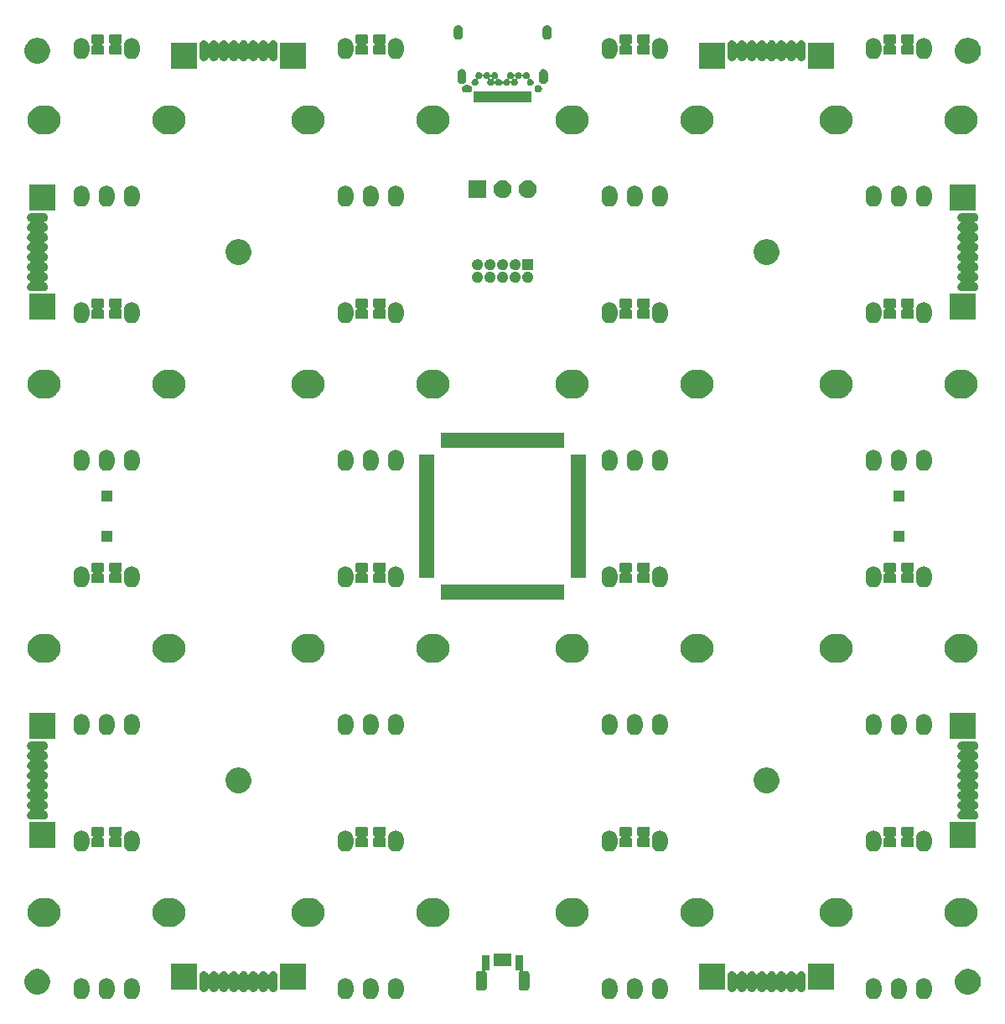
<source format=gbr>
G04 #@! TF.GenerationSoftware,KiCad,Pcbnew,(5.1.5)-3*
G04 #@! TF.CreationDate,2020-04-06T16:32:03+02:00*
G04 #@! TF.ProjectId,EN16,454e3136-2e6b-4696-9361-645f70636258,rev?*
G04 #@! TF.SameCoordinates,Original*
G04 #@! TF.FileFunction,Soldermask,Top*
G04 #@! TF.FilePolarity,Negative*
%FSLAX46Y46*%
G04 Gerber Fmt 4.6, Leading zero omitted, Abs format (unit mm)*
G04 Created by KiCad (PCBNEW (5.1.5)-3) date 2020-04-06 16:32:03*
%MOMM*%
%LPD*%
G04 APERTURE LIST*
%ADD10C,0.100000*%
G04 APERTURE END LIST*
D10*
G36*
X60152022Y-146665590D02*
G01*
X60303014Y-146711393D01*
X60442161Y-146785769D01*
X60442162Y-146785770D01*
X60442164Y-146785771D01*
X60564133Y-146885867D01*
X60664229Y-147007835D01*
X60664230Y-147007837D01*
X60664231Y-147007838D01*
X60738607Y-147146985D01*
X60784410Y-147297977D01*
X60796000Y-147415654D01*
X60796000Y-147994346D01*
X60784410Y-148112023D01*
X60738607Y-148263015D01*
X60664231Y-148402162D01*
X60664229Y-148402165D01*
X60564133Y-148524133D01*
X60442165Y-148624229D01*
X60442163Y-148624230D01*
X60442162Y-148624231D01*
X60303015Y-148698607D01*
X60152023Y-148744410D01*
X59995000Y-148759875D01*
X59837978Y-148744410D01*
X59686989Y-148698608D01*
X59686986Y-148698607D01*
X59547839Y-148624231D01*
X59547838Y-148624230D01*
X59547836Y-148624229D01*
X59425868Y-148524133D01*
X59325771Y-148402165D01*
X59271697Y-148301000D01*
X59251393Y-148263015D01*
X59205590Y-148112023D01*
X59194000Y-147994346D01*
X59194000Y-147415655D01*
X59205590Y-147297978D01*
X59251393Y-147146986D01*
X59325769Y-147007839D01*
X59325772Y-147007835D01*
X59425867Y-146885867D01*
X59547835Y-146785771D01*
X59547837Y-146785770D01*
X59547838Y-146785769D01*
X59686985Y-146711393D01*
X59837977Y-146665590D01*
X59995000Y-146650125D01*
X60152022Y-146665590D01*
G37*
G36*
X62692022Y-146665590D02*
G01*
X62843014Y-146711393D01*
X62982161Y-146785769D01*
X62982162Y-146785770D01*
X62982164Y-146785771D01*
X63104133Y-146885867D01*
X63204229Y-147007835D01*
X63204230Y-147007837D01*
X63204231Y-147007838D01*
X63278607Y-147146985D01*
X63324410Y-147297977D01*
X63336000Y-147415654D01*
X63336000Y-147994346D01*
X63324410Y-148112023D01*
X63278607Y-148263015D01*
X63204231Y-148402162D01*
X63204229Y-148402165D01*
X63104133Y-148524133D01*
X62982165Y-148624229D01*
X62982163Y-148624230D01*
X62982162Y-148624231D01*
X62843015Y-148698607D01*
X62692023Y-148744410D01*
X62535000Y-148759875D01*
X62377978Y-148744410D01*
X62226989Y-148698608D01*
X62226986Y-148698607D01*
X62087839Y-148624231D01*
X62087838Y-148624230D01*
X62087836Y-148624229D01*
X61965868Y-148524133D01*
X61865771Y-148402165D01*
X61811697Y-148301000D01*
X61791393Y-148263015D01*
X61745590Y-148112023D01*
X61734000Y-147994346D01*
X61734000Y-147415655D01*
X61745590Y-147297978D01*
X61791393Y-147146986D01*
X61865769Y-147007839D01*
X61865772Y-147007835D01*
X61965867Y-146885867D01*
X62087835Y-146785771D01*
X62087837Y-146785770D01*
X62087838Y-146785769D01*
X62226985Y-146711393D01*
X62377977Y-146665590D01*
X62535000Y-146650125D01*
X62692022Y-146665590D01*
G37*
G36*
X142702022Y-146665590D02*
G01*
X142853014Y-146711393D01*
X142992161Y-146785769D01*
X142992162Y-146785770D01*
X142992164Y-146785771D01*
X143114133Y-146885867D01*
X143214229Y-147007835D01*
X143214230Y-147007837D01*
X143214231Y-147007838D01*
X143288607Y-147146985D01*
X143334410Y-147297977D01*
X143346000Y-147415654D01*
X143346000Y-147994346D01*
X143334410Y-148112023D01*
X143288607Y-148263015D01*
X143214231Y-148402162D01*
X143214229Y-148402165D01*
X143114133Y-148524133D01*
X142992165Y-148624229D01*
X142992163Y-148624230D01*
X142992162Y-148624231D01*
X142853015Y-148698607D01*
X142702023Y-148744410D01*
X142545000Y-148759875D01*
X142387978Y-148744410D01*
X142236989Y-148698608D01*
X142236986Y-148698607D01*
X142097839Y-148624231D01*
X142097838Y-148624230D01*
X142097836Y-148624229D01*
X141975868Y-148524133D01*
X141875771Y-148402165D01*
X141821697Y-148301000D01*
X141801393Y-148263015D01*
X141755590Y-148112023D01*
X141744000Y-147994346D01*
X141744000Y-147415655D01*
X141755590Y-147297978D01*
X141801393Y-147146986D01*
X141875769Y-147007839D01*
X141875772Y-147007835D01*
X141975867Y-146885867D01*
X142097835Y-146785771D01*
X142097837Y-146785770D01*
X142097838Y-146785769D01*
X142236985Y-146711393D01*
X142387977Y-146665590D01*
X142545000Y-146650125D01*
X142702022Y-146665590D01*
G37*
G36*
X140162022Y-146665590D02*
G01*
X140313014Y-146711393D01*
X140452161Y-146785769D01*
X140452162Y-146785770D01*
X140452164Y-146785771D01*
X140574133Y-146885867D01*
X140674229Y-147007835D01*
X140674230Y-147007837D01*
X140674231Y-147007838D01*
X140748607Y-147146985D01*
X140794410Y-147297977D01*
X140806000Y-147415654D01*
X140806000Y-147994346D01*
X140794410Y-148112023D01*
X140748607Y-148263015D01*
X140674231Y-148402162D01*
X140674229Y-148402165D01*
X140574133Y-148524133D01*
X140452165Y-148624229D01*
X140452163Y-148624230D01*
X140452162Y-148624231D01*
X140313015Y-148698607D01*
X140162023Y-148744410D01*
X140005000Y-148759875D01*
X139847978Y-148744410D01*
X139696989Y-148698608D01*
X139696986Y-148698607D01*
X139557839Y-148624231D01*
X139557838Y-148624230D01*
X139557836Y-148624229D01*
X139435868Y-148524133D01*
X139335771Y-148402165D01*
X139281697Y-148301000D01*
X139261393Y-148263015D01*
X139215590Y-148112023D01*
X139204000Y-147994346D01*
X139204000Y-147415655D01*
X139215590Y-147297978D01*
X139261393Y-147146986D01*
X139335769Y-147007839D01*
X139335772Y-147007835D01*
X139435867Y-146885867D01*
X139557835Y-146785771D01*
X139557837Y-146785770D01*
X139557838Y-146785769D01*
X139696985Y-146711393D01*
X139847977Y-146665590D01*
X140005000Y-146650125D01*
X140162022Y-146665590D01*
G37*
G36*
X137622022Y-146665590D02*
G01*
X137773014Y-146711393D01*
X137912161Y-146785769D01*
X137912162Y-146785770D01*
X137912164Y-146785771D01*
X138034133Y-146885867D01*
X138134229Y-147007835D01*
X138134230Y-147007837D01*
X138134231Y-147007838D01*
X138208607Y-147146985D01*
X138254410Y-147297977D01*
X138266000Y-147415654D01*
X138266000Y-147994346D01*
X138254410Y-148112023D01*
X138208607Y-148263015D01*
X138134231Y-148402162D01*
X138134229Y-148402165D01*
X138034133Y-148524133D01*
X137912165Y-148624229D01*
X137912163Y-148624230D01*
X137912162Y-148624231D01*
X137773015Y-148698607D01*
X137622023Y-148744410D01*
X137465000Y-148759875D01*
X137307978Y-148744410D01*
X137156989Y-148698608D01*
X137156986Y-148698607D01*
X137017839Y-148624231D01*
X137017838Y-148624230D01*
X137017836Y-148624229D01*
X136895868Y-148524133D01*
X136795771Y-148402165D01*
X136741697Y-148301000D01*
X136721393Y-148263015D01*
X136675590Y-148112023D01*
X136664000Y-147994346D01*
X136664000Y-147415655D01*
X136675590Y-147297978D01*
X136721393Y-147146986D01*
X136795769Y-147007839D01*
X136795772Y-147007835D01*
X136895867Y-146885867D01*
X137017835Y-146785771D01*
X137017837Y-146785770D01*
X137017838Y-146785769D01*
X137156985Y-146711393D01*
X137307977Y-146665590D01*
X137465000Y-146650125D01*
X137622022Y-146665590D01*
G37*
G36*
X116032022Y-146665590D02*
G01*
X116183014Y-146711393D01*
X116322161Y-146785769D01*
X116322162Y-146785770D01*
X116322164Y-146785771D01*
X116444133Y-146885867D01*
X116544229Y-147007835D01*
X116544230Y-147007837D01*
X116544231Y-147007838D01*
X116618607Y-147146985D01*
X116664410Y-147297977D01*
X116676000Y-147415654D01*
X116676000Y-147994346D01*
X116664410Y-148112023D01*
X116618607Y-148263015D01*
X116544231Y-148402162D01*
X116544229Y-148402165D01*
X116444133Y-148524133D01*
X116322165Y-148624229D01*
X116322163Y-148624230D01*
X116322162Y-148624231D01*
X116183015Y-148698607D01*
X116032023Y-148744410D01*
X115875000Y-148759875D01*
X115717978Y-148744410D01*
X115566989Y-148698608D01*
X115566986Y-148698607D01*
X115427839Y-148624231D01*
X115427838Y-148624230D01*
X115427836Y-148624229D01*
X115305868Y-148524133D01*
X115205771Y-148402165D01*
X115151697Y-148301000D01*
X115131393Y-148263015D01*
X115085590Y-148112023D01*
X115074000Y-147994346D01*
X115074000Y-147415655D01*
X115085590Y-147297978D01*
X115131393Y-147146986D01*
X115205769Y-147007839D01*
X115205772Y-147007835D01*
X115305867Y-146885867D01*
X115427835Y-146785771D01*
X115427837Y-146785770D01*
X115427838Y-146785769D01*
X115566985Y-146711393D01*
X115717977Y-146665590D01*
X115875000Y-146650125D01*
X116032022Y-146665590D01*
G37*
G36*
X113492022Y-146665590D02*
G01*
X113643014Y-146711393D01*
X113782161Y-146785769D01*
X113782162Y-146785770D01*
X113782164Y-146785771D01*
X113904133Y-146885867D01*
X114004229Y-147007835D01*
X114004230Y-147007837D01*
X114004231Y-147007838D01*
X114078607Y-147146985D01*
X114124410Y-147297977D01*
X114136000Y-147415654D01*
X114136000Y-147994346D01*
X114124410Y-148112023D01*
X114078607Y-148263015D01*
X114004231Y-148402162D01*
X114004229Y-148402165D01*
X113904133Y-148524133D01*
X113782165Y-148624229D01*
X113782163Y-148624230D01*
X113782162Y-148624231D01*
X113643015Y-148698607D01*
X113492023Y-148744410D01*
X113335000Y-148759875D01*
X113177978Y-148744410D01*
X113026989Y-148698608D01*
X113026986Y-148698607D01*
X112887839Y-148624231D01*
X112887838Y-148624230D01*
X112887836Y-148624229D01*
X112765868Y-148524133D01*
X112665771Y-148402165D01*
X112611697Y-148301000D01*
X112591393Y-148263015D01*
X112545590Y-148112023D01*
X112534000Y-147994346D01*
X112534000Y-147415655D01*
X112545590Y-147297978D01*
X112591393Y-147146986D01*
X112665769Y-147007839D01*
X112665772Y-147007835D01*
X112765867Y-146885867D01*
X112887835Y-146785771D01*
X112887837Y-146785770D01*
X112887838Y-146785769D01*
X113026985Y-146711393D01*
X113177977Y-146665590D01*
X113335000Y-146650125D01*
X113492022Y-146665590D01*
G37*
G36*
X110952022Y-146665590D02*
G01*
X111103014Y-146711393D01*
X111242161Y-146785769D01*
X111242162Y-146785770D01*
X111242164Y-146785771D01*
X111364133Y-146885867D01*
X111464229Y-147007835D01*
X111464230Y-147007837D01*
X111464231Y-147007838D01*
X111538607Y-147146985D01*
X111584410Y-147297977D01*
X111596000Y-147415654D01*
X111596000Y-147994346D01*
X111584410Y-148112023D01*
X111538607Y-148263015D01*
X111464231Y-148402162D01*
X111464229Y-148402165D01*
X111364133Y-148524133D01*
X111242165Y-148624229D01*
X111242163Y-148624230D01*
X111242162Y-148624231D01*
X111103015Y-148698607D01*
X110952023Y-148744410D01*
X110795000Y-148759875D01*
X110637978Y-148744410D01*
X110486989Y-148698608D01*
X110486986Y-148698607D01*
X110347839Y-148624231D01*
X110347838Y-148624230D01*
X110347836Y-148624229D01*
X110225868Y-148524133D01*
X110125771Y-148402165D01*
X110071697Y-148301000D01*
X110051393Y-148263015D01*
X110005590Y-148112023D01*
X109994000Y-147994346D01*
X109994000Y-147415655D01*
X110005590Y-147297978D01*
X110051393Y-147146986D01*
X110125769Y-147007839D01*
X110125772Y-147007835D01*
X110225867Y-146885867D01*
X110347835Y-146785771D01*
X110347837Y-146785770D01*
X110347838Y-146785769D01*
X110486985Y-146711393D01*
X110637977Y-146665590D01*
X110795000Y-146650125D01*
X110952022Y-146665590D01*
G37*
G36*
X89362022Y-146665590D02*
G01*
X89513014Y-146711393D01*
X89652161Y-146785769D01*
X89652162Y-146785770D01*
X89652164Y-146785771D01*
X89774133Y-146885867D01*
X89874229Y-147007835D01*
X89874230Y-147007837D01*
X89874231Y-147007838D01*
X89948607Y-147146985D01*
X89994410Y-147297977D01*
X90006000Y-147415654D01*
X90006000Y-147994346D01*
X89994410Y-148112023D01*
X89948607Y-148263015D01*
X89874231Y-148402162D01*
X89874229Y-148402165D01*
X89774133Y-148524133D01*
X89652165Y-148624229D01*
X89652163Y-148624230D01*
X89652162Y-148624231D01*
X89513015Y-148698607D01*
X89362023Y-148744410D01*
X89205000Y-148759875D01*
X89047978Y-148744410D01*
X88896989Y-148698608D01*
X88896986Y-148698607D01*
X88757839Y-148624231D01*
X88757838Y-148624230D01*
X88757836Y-148624229D01*
X88635868Y-148524133D01*
X88535771Y-148402165D01*
X88481697Y-148301000D01*
X88461393Y-148263015D01*
X88415590Y-148112023D01*
X88404000Y-147994346D01*
X88404000Y-147415655D01*
X88415590Y-147297978D01*
X88461393Y-147146986D01*
X88535769Y-147007839D01*
X88535772Y-147007835D01*
X88635867Y-146885867D01*
X88757835Y-146785771D01*
X88757837Y-146785770D01*
X88757838Y-146785769D01*
X88896985Y-146711393D01*
X89047977Y-146665590D01*
X89205000Y-146650125D01*
X89362022Y-146665590D01*
G37*
G36*
X86822022Y-146665590D02*
G01*
X86973014Y-146711393D01*
X87112161Y-146785769D01*
X87112162Y-146785770D01*
X87112164Y-146785771D01*
X87234133Y-146885867D01*
X87334229Y-147007835D01*
X87334230Y-147007837D01*
X87334231Y-147007838D01*
X87408607Y-147146985D01*
X87454410Y-147297977D01*
X87466000Y-147415654D01*
X87466000Y-147994346D01*
X87454410Y-148112023D01*
X87408607Y-148263015D01*
X87334231Y-148402162D01*
X87334229Y-148402165D01*
X87234133Y-148524133D01*
X87112165Y-148624229D01*
X87112163Y-148624230D01*
X87112162Y-148624231D01*
X86973015Y-148698607D01*
X86822023Y-148744410D01*
X86665000Y-148759875D01*
X86507978Y-148744410D01*
X86356989Y-148698608D01*
X86356986Y-148698607D01*
X86217839Y-148624231D01*
X86217838Y-148624230D01*
X86217836Y-148624229D01*
X86095868Y-148524133D01*
X85995771Y-148402165D01*
X85941697Y-148301000D01*
X85921393Y-148263015D01*
X85875590Y-148112023D01*
X85864000Y-147994346D01*
X85864000Y-147415655D01*
X85875590Y-147297978D01*
X85921393Y-147146986D01*
X85995769Y-147007839D01*
X85995772Y-147007835D01*
X86095867Y-146885867D01*
X86217835Y-146785771D01*
X86217837Y-146785770D01*
X86217838Y-146785769D01*
X86356985Y-146711393D01*
X86507977Y-146665590D01*
X86665000Y-146650125D01*
X86822022Y-146665590D01*
G37*
G36*
X84282022Y-146665590D02*
G01*
X84433014Y-146711393D01*
X84572161Y-146785769D01*
X84572162Y-146785770D01*
X84572164Y-146785771D01*
X84694133Y-146885867D01*
X84794229Y-147007835D01*
X84794230Y-147007837D01*
X84794231Y-147007838D01*
X84868607Y-147146985D01*
X84914410Y-147297977D01*
X84926000Y-147415654D01*
X84926000Y-147994346D01*
X84914410Y-148112023D01*
X84868607Y-148263015D01*
X84794231Y-148402162D01*
X84794229Y-148402165D01*
X84694133Y-148524133D01*
X84572165Y-148624229D01*
X84572163Y-148624230D01*
X84572162Y-148624231D01*
X84433015Y-148698607D01*
X84282023Y-148744410D01*
X84125000Y-148759875D01*
X83967978Y-148744410D01*
X83816989Y-148698608D01*
X83816986Y-148698607D01*
X83677839Y-148624231D01*
X83677838Y-148624230D01*
X83677836Y-148624229D01*
X83555868Y-148524133D01*
X83455771Y-148402165D01*
X83401697Y-148301000D01*
X83381393Y-148263015D01*
X83335590Y-148112023D01*
X83324000Y-147994346D01*
X83324000Y-147415655D01*
X83335590Y-147297978D01*
X83381393Y-147146986D01*
X83455769Y-147007839D01*
X83455772Y-147007835D01*
X83555867Y-146885867D01*
X83677835Y-146785771D01*
X83677837Y-146785770D01*
X83677838Y-146785769D01*
X83816985Y-146711393D01*
X83967977Y-146665590D01*
X84125000Y-146650125D01*
X84282022Y-146665590D01*
G37*
G36*
X57612022Y-146665590D02*
G01*
X57763014Y-146711393D01*
X57902161Y-146785769D01*
X57902162Y-146785770D01*
X57902164Y-146785771D01*
X58024133Y-146885867D01*
X58124229Y-147007835D01*
X58124230Y-147007837D01*
X58124231Y-147007838D01*
X58198607Y-147146985D01*
X58244410Y-147297977D01*
X58256000Y-147415654D01*
X58256000Y-147994346D01*
X58244410Y-148112023D01*
X58198607Y-148263015D01*
X58124231Y-148402162D01*
X58124229Y-148402165D01*
X58024133Y-148524133D01*
X57902165Y-148624229D01*
X57902163Y-148624230D01*
X57902162Y-148624231D01*
X57763015Y-148698607D01*
X57763012Y-148698608D01*
X57612023Y-148744410D01*
X57455000Y-148759875D01*
X57297978Y-148744410D01*
X57146986Y-148698607D01*
X57007839Y-148624231D01*
X57007838Y-148624230D01*
X57007836Y-148624229D01*
X56885868Y-148524133D01*
X56785771Y-148402165D01*
X56731697Y-148301000D01*
X56711393Y-148263015D01*
X56665590Y-148112023D01*
X56654000Y-147994346D01*
X56654000Y-147415655D01*
X56665590Y-147297978D01*
X56711393Y-147146986D01*
X56785769Y-147007839D01*
X56785772Y-147007835D01*
X56885867Y-146885867D01*
X57007835Y-146785771D01*
X57007837Y-146785770D01*
X57007838Y-146785769D01*
X57146985Y-146711393D01*
X57297977Y-146665590D01*
X57455000Y-146650125D01*
X57612022Y-146665590D01*
G37*
G36*
X147379488Y-145748997D02*
G01*
X147616255Y-145847069D01*
X147616257Y-145847070D01*
X147829338Y-145989446D01*
X148010554Y-146170662D01*
X148098037Y-146301589D01*
X148152931Y-146383745D01*
X148251003Y-146620512D01*
X148301000Y-146871863D01*
X148301000Y-147128137D01*
X148251003Y-147379488D01*
X148154632Y-147612148D01*
X148152930Y-147616257D01*
X148010554Y-147829338D01*
X147829338Y-148010554D01*
X147616257Y-148152930D01*
X147616256Y-148152931D01*
X147616255Y-148152931D01*
X147379488Y-148251003D01*
X147128137Y-148301000D01*
X146871863Y-148301000D01*
X146620512Y-148251003D01*
X146383745Y-148152931D01*
X146383744Y-148152931D01*
X146383743Y-148152930D01*
X146170662Y-148010554D01*
X145989446Y-147829338D01*
X145847070Y-147616257D01*
X145845368Y-147612148D01*
X145748997Y-147379488D01*
X145699000Y-147128137D01*
X145699000Y-146871863D01*
X145748997Y-146620512D01*
X145847069Y-146383745D01*
X145901964Y-146301589D01*
X145989446Y-146170662D01*
X146170662Y-145989446D01*
X146383743Y-145847070D01*
X146383745Y-145847069D01*
X146620512Y-145748997D01*
X146871863Y-145699000D01*
X147128137Y-145699000D01*
X147379488Y-145748997D01*
G37*
G36*
X53379488Y-145748997D02*
G01*
X53616255Y-145847069D01*
X53616257Y-145847070D01*
X53829338Y-145989446D01*
X54010554Y-146170662D01*
X54098037Y-146301589D01*
X54152931Y-146383745D01*
X54251003Y-146620512D01*
X54301000Y-146871863D01*
X54301000Y-147128137D01*
X54251003Y-147379488D01*
X54154632Y-147612148D01*
X54152930Y-147616257D01*
X54010554Y-147829338D01*
X53829338Y-148010554D01*
X53616257Y-148152930D01*
X53616256Y-148152931D01*
X53616255Y-148152931D01*
X53379488Y-148251003D01*
X53128137Y-148301000D01*
X52871863Y-148301000D01*
X52620512Y-148251003D01*
X52383745Y-148152931D01*
X52383744Y-148152931D01*
X52383743Y-148152930D01*
X52170662Y-148010554D01*
X51989446Y-147829338D01*
X51847070Y-147616257D01*
X51845368Y-147612148D01*
X51748997Y-147379488D01*
X51699000Y-147128137D01*
X51699000Y-146871863D01*
X51748997Y-146620512D01*
X51847069Y-146383745D01*
X51901964Y-146301589D01*
X51989446Y-146170662D01*
X52170662Y-145989446D01*
X52383743Y-145847070D01*
X52383745Y-145847069D01*
X52620512Y-145748997D01*
X52871863Y-145699000D01*
X53128137Y-145699000D01*
X53379488Y-145748997D01*
G37*
G36*
X76918411Y-145945526D02*
G01*
X77003425Y-145971314D01*
X77081774Y-146013193D01*
X77150448Y-146069552D01*
X77206807Y-146138226D01*
X77248686Y-146216575D01*
X77274474Y-146301589D01*
X77281000Y-146367846D01*
X77281000Y-147612154D01*
X77274474Y-147678411D01*
X77248686Y-147763425D01*
X77206807Y-147841774D01*
X77150448Y-147910448D01*
X77081773Y-147966807D01*
X77003424Y-148008686D01*
X76918410Y-148034474D01*
X76830000Y-148043182D01*
X76741589Y-148034474D01*
X76656575Y-148008686D01*
X76578226Y-147966807D01*
X76509552Y-147910448D01*
X76453193Y-147841773D01*
X76411314Y-147763424D01*
X76402913Y-147735729D01*
X76397201Y-147721941D01*
X76388902Y-147709521D01*
X76378340Y-147698958D01*
X76365920Y-147690659D01*
X76352119Y-147684943D01*
X76337469Y-147682029D01*
X76322531Y-147682029D01*
X76307880Y-147684943D01*
X76294080Y-147690660D01*
X76281660Y-147698959D01*
X76271097Y-147709521D01*
X76262798Y-147721941D01*
X76257087Y-147735730D01*
X76248686Y-147763425D01*
X76206807Y-147841774D01*
X76150448Y-147910448D01*
X76081773Y-147966807D01*
X76003424Y-148008686D01*
X75918410Y-148034474D01*
X75830000Y-148043182D01*
X75741589Y-148034474D01*
X75656575Y-148008686D01*
X75578226Y-147966807D01*
X75509552Y-147910448D01*
X75453193Y-147841773D01*
X75411314Y-147763424D01*
X75402913Y-147735729D01*
X75397201Y-147721941D01*
X75388902Y-147709521D01*
X75378340Y-147698958D01*
X75365920Y-147690659D01*
X75352119Y-147684943D01*
X75337469Y-147682029D01*
X75322531Y-147682029D01*
X75307880Y-147684943D01*
X75294080Y-147690660D01*
X75281660Y-147698959D01*
X75271097Y-147709521D01*
X75262798Y-147721941D01*
X75257087Y-147735730D01*
X75248686Y-147763425D01*
X75206807Y-147841774D01*
X75150448Y-147910448D01*
X75081773Y-147966807D01*
X75003424Y-148008686D01*
X74918410Y-148034474D01*
X74830000Y-148043182D01*
X74741589Y-148034474D01*
X74656575Y-148008686D01*
X74578226Y-147966807D01*
X74509552Y-147910448D01*
X74453193Y-147841773D01*
X74411314Y-147763424D01*
X74402913Y-147735729D01*
X74397201Y-147721941D01*
X74388902Y-147709521D01*
X74378340Y-147698958D01*
X74365920Y-147690659D01*
X74352119Y-147684943D01*
X74337469Y-147682029D01*
X74322531Y-147682029D01*
X74307880Y-147684943D01*
X74294080Y-147690660D01*
X74281660Y-147698959D01*
X74271097Y-147709521D01*
X74262798Y-147721941D01*
X74257087Y-147735730D01*
X74248686Y-147763425D01*
X74206807Y-147841774D01*
X74150448Y-147910448D01*
X74081773Y-147966807D01*
X74003424Y-148008686D01*
X73918410Y-148034474D01*
X73830000Y-148043182D01*
X73741589Y-148034474D01*
X73656575Y-148008686D01*
X73578226Y-147966807D01*
X73509552Y-147910448D01*
X73453193Y-147841773D01*
X73411314Y-147763424D01*
X73402913Y-147735729D01*
X73397201Y-147721941D01*
X73388902Y-147709521D01*
X73378340Y-147698958D01*
X73365920Y-147690659D01*
X73352119Y-147684943D01*
X73337469Y-147682029D01*
X73322531Y-147682029D01*
X73307880Y-147684943D01*
X73294080Y-147690660D01*
X73281660Y-147698959D01*
X73271097Y-147709521D01*
X73262798Y-147721941D01*
X73257087Y-147735730D01*
X73248686Y-147763425D01*
X73206807Y-147841774D01*
X73150448Y-147910448D01*
X73081773Y-147966807D01*
X73003424Y-148008686D01*
X72918410Y-148034474D01*
X72830000Y-148043182D01*
X72741589Y-148034474D01*
X72656575Y-148008686D01*
X72578226Y-147966807D01*
X72509552Y-147910448D01*
X72453193Y-147841773D01*
X72411314Y-147763424D01*
X72402913Y-147735729D01*
X72397201Y-147721941D01*
X72388902Y-147709521D01*
X72378340Y-147698958D01*
X72365920Y-147690659D01*
X72352119Y-147684943D01*
X72337469Y-147682029D01*
X72322531Y-147682029D01*
X72307880Y-147684943D01*
X72294080Y-147690660D01*
X72281660Y-147698959D01*
X72271097Y-147709521D01*
X72262798Y-147721941D01*
X72257087Y-147735730D01*
X72248686Y-147763425D01*
X72206807Y-147841774D01*
X72150448Y-147910448D01*
X72081773Y-147966807D01*
X72003424Y-148008686D01*
X71918410Y-148034474D01*
X71830000Y-148043182D01*
X71741589Y-148034474D01*
X71656575Y-148008686D01*
X71578226Y-147966807D01*
X71509552Y-147910448D01*
X71453193Y-147841773D01*
X71411314Y-147763424D01*
X71402913Y-147735729D01*
X71397201Y-147721941D01*
X71388902Y-147709521D01*
X71378340Y-147698958D01*
X71365920Y-147690659D01*
X71352119Y-147684943D01*
X71337469Y-147682029D01*
X71322531Y-147682029D01*
X71307880Y-147684943D01*
X71294080Y-147690660D01*
X71281660Y-147698959D01*
X71271097Y-147709521D01*
X71262798Y-147721941D01*
X71257087Y-147735730D01*
X71248686Y-147763425D01*
X71206807Y-147841774D01*
X71150448Y-147910448D01*
X71081773Y-147966807D01*
X71003424Y-148008686D01*
X70918410Y-148034474D01*
X70830000Y-148043182D01*
X70741589Y-148034474D01*
X70656575Y-148008686D01*
X70578226Y-147966807D01*
X70509552Y-147910448D01*
X70453193Y-147841773D01*
X70411314Y-147763424D01*
X70402913Y-147735729D01*
X70397201Y-147721941D01*
X70388902Y-147709521D01*
X70378340Y-147698958D01*
X70365920Y-147690659D01*
X70352119Y-147684943D01*
X70337469Y-147682029D01*
X70322531Y-147682029D01*
X70307880Y-147684943D01*
X70294080Y-147690660D01*
X70281660Y-147698959D01*
X70271097Y-147709521D01*
X70262798Y-147721941D01*
X70257087Y-147735730D01*
X70248686Y-147763425D01*
X70206807Y-147841774D01*
X70150448Y-147910448D01*
X70081773Y-147966807D01*
X70003424Y-148008686D01*
X69918410Y-148034474D01*
X69830000Y-148043182D01*
X69741589Y-148034474D01*
X69656575Y-148008686D01*
X69578226Y-147966807D01*
X69509552Y-147910448D01*
X69453193Y-147841773D01*
X69411314Y-147763424D01*
X69385526Y-147678410D01*
X69379000Y-147612153D01*
X69379001Y-146367846D01*
X69385527Y-146301589D01*
X69411315Y-146216575D01*
X69453194Y-146138226D01*
X69509553Y-146069552D01*
X69578227Y-146013193D01*
X69656576Y-145971314D01*
X69741590Y-145945526D01*
X69830000Y-145936818D01*
X69918411Y-145945526D01*
X70003425Y-145971314D01*
X70081774Y-146013193D01*
X70150448Y-146069552D01*
X70206807Y-146138226D01*
X70248686Y-146216575D01*
X70257087Y-146244270D01*
X70262798Y-146258059D01*
X70271097Y-146270479D01*
X70281659Y-146281042D01*
X70294079Y-146289341D01*
X70307880Y-146295058D01*
X70322530Y-146297972D01*
X70337468Y-146297972D01*
X70352118Y-146295058D01*
X70365919Y-146289342D01*
X70378339Y-146281043D01*
X70388902Y-146270481D01*
X70397201Y-146258061D01*
X70402915Y-146244268D01*
X70411315Y-146216575D01*
X70453194Y-146138226D01*
X70509553Y-146069552D01*
X70578227Y-146013193D01*
X70656576Y-145971314D01*
X70741590Y-145945526D01*
X70830000Y-145936818D01*
X70918411Y-145945526D01*
X71003425Y-145971314D01*
X71081774Y-146013193D01*
X71150448Y-146069552D01*
X71206807Y-146138226D01*
X71248686Y-146216575D01*
X71257087Y-146244270D01*
X71262798Y-146258059D01*
X71271097Y-146270479D01*
X71281659Y-146281042D01*
X71294079Y-146289341D01*
X71307880Y-146295058D01*
X71322530Y-146297972D01*
X71337468Y-146297972D01*
X71352118Y-146295058D01*
X71365919Y-146289342D01*
X71378339Y-146281043D01*
X71388902Y-146270481D01*
X71397201Y-146258061D01*
X71402915Y-146244268D01*
X71411315Y-146216575D01*
X71453194Y-146138226D01*
X71509553Y-146069552D01*
X71578227Y-146013193D01*
X71656576Y-145971314D01*
X71741590Y-145945526D01*
X71830000Y-145936818D01*
X71918411Y-145945526D01*
X72003425Y-145971314D01*
X72081774Y-146013193D01*
X72150448Y-146069552D01*
X72206807Y-146138226D01*
X72248686Y-146216575D01*
X72257087Y-146244270D01*
X72262798Y-146258059D01*
X72271097Y-146270479D01*
X72281659Y-146281042D01*
X72294079Y-146289341D01*
X72307880Y-146295058D01*
X72322530Y-146297972D01*
X72337468Y-146297972D01*
X72352118Y-146295058D01*
X72365919Y-146289342D01*
X72378339Y-146281043D01*
X72388902Y-146270481D01*
X72397201Y-146258061D01*
X72402915Y-146244268D01*
X72411315Y-146216575D01*
X72453194Y-146138226D01*
X72509553Y-146069552D01*
X72578227Y-146013193D01*
X72656576Y-145971314D01*
X72741590Y-145945526D01*
X72830000Y-145936818D01*
X72918411Y-145945526D01*
X73003425Y-145971314D01*
X73081774Y-146013193D01*
X73150448Y-146069552D01*
X73206807Y-146138226D01*
X73248686Y-146216575D01*
X73257087Y-146244270D01*
X73262798Y-146258059D01*
X73271097Y-146270479D01*
X73281659Y-146281042D01*
X73294079Y-146289341D01*
X73307880Y-146295058D01*
X73322530Y-146297972D01*
X73337468Y-146297972D01*
X73352118Y-146295058D01*
X73365919Y-146289342D01*
X73378339Y-146281043D01*
X73388902Y-146270481D01*
X73397201Y-146258061D01*
X73402915Y-146244268D01*
X73411315Y-146216575D01*
X73453194Y-146138226D01*
X73509553Y-146069552D01*
X73578227Y-146013193D01*
X73656576Y-145971314D01*
X73741590Y-145945526D01*
X73830000Y-145936818D01*
X73918411Y-145945526D01*
X74003425Y-145971314D01*
X74081774Y-146013193D01*
X74150448Y-146069552D01*
X74206807Y-146138226D01*
X74248686Y-146216575D01*
X74257087Y-146244270D01*
X74262798Y-146258059D01*
X74271097Y-146270479D01*
X74281659Y-146281042D01*
X74294079Y-146289341D01*
X74307880Y-146295058D01*
X74322530Y-146297972D01*
X74337468Y-146297972D01*
X74352118Y-146295058D01*
X74365919Y-146289342D01*
X74378339Y-146281043D01*
X74388902Y-146270481D01*
X74397201Y-146258061D01*
X74402915Y-146244268D01*
X74411315Y-146216575D01*
X74453194Y-146138226D01*
X74509553Y-146069552D01*
X74578227Y-146013193D01*
X74656576Y-145971314D01*
X74741590Y-145945526D01*
X74830000Y-145936818D01*
X74918411Y-145945526D01*
X75003425Y-145971314D01*
X75081774Y-146013193D01*
X75150448Y-146069552D01*
X75206807Y-146138226D01*
X75248686Y-146216575D01*
X75257087Y-146244270D01*
X75262798Y-146258059D01*
X75271097Y-146270479D01*
X75281659Y-146281042D01*
X75294079Y-146289341D01*
X75307880Y-146295058D01*
X75322530Y-146297972D01*
X75337468Y-146297972D01*
X75352118Y-146295058D01*
X75365919Y-146289342D01*
X75378339Y-146281043D01*
X75388902Y-146270481D01*
X75397201Y-146258061D01*
X75402915Y-146244268D01*
X75411315Y-146216575D01*
X75453194Y-146138226D01*
X75509553Y-146069552D01*
X75578227Y-146013193D01*
X75656576Y-145971314D01*
X75741590Y-145945526D01*
X75830000Y-145936818D01*
X75918411Y-145945526D01*
X76003425Y-145971314D01*
X76081774Y-146013193D01*
X76150448Y-146069552D01*
X76206807Y-146138226D01*
X76248686Y-146216575D01*
X76257087Y-146244270D01*
X76262798Y-146258059D01*
X76271097Y-146270479D01*
X76281659Y-146281042D01*
X76294079Y-146289341D01*
X76307880Y-146295058D01*
X76322530Y-146297972D01*
X76337468Y-146297972D01*
X76352118Y-146295058D01*
X76365919Y-146289342D01*
X76378339Y-146281043D01*
X76388902Y-146270481D01*
X76397201Y-146258061D01*
X76402915Y-146244268D01*
X76411315Y-146216575D01*
X76453194Y-146138226D01*
X76509553Y-146069552D01*
X76578227Y-146013193D01*
X76656576Y-145971314D01*
X76741590Y-145945526D01*
X76830000Y-145936818D01*
X76918411Y-145945526D01*
G37*
G36*
X130258411Y-145945526D02*
G01*
X130343425Y-145971314D01*
X130421774Y-146013193D01*
X130490448Y-146069552D01*
X130546807Y-146138226D01*
X130588686Y-146216575D01*
X130614474Y-146301589D01*
X130621000Y-146367846D01*
X130621000Y-147612154D01*
X130614474Y-147678411D01*
X130588686Y-147763425D01*
X130546807Y-147841774D01*
X130490448Y-147910448D01*
X130421773Y-147966807D01*
X130343424Y-148008686D01*
X130258410Y-148034474D01*
X130170000Y-148043182D01*
X130081589Y-148034474D01*
X129996575Y-148008686D01*
X129918226Y-147966807D01*
X129849552Y-147910448D01*
X129793193Y-147841773D01*
X129751314Y-147763424D01*
X129742913Y-147735729D01*
X129737201Y-147721941D01*
X129728902Y-147709521D01*
X129718340Y-147698958D01*
X129705920Y-147690659D01*
X129692119Y-147684943D01*
X129677469Y-147682029D01*
X129662531Y-147682029D01*
X129647880Y-147684943D01*
X129634080Y-147690660D01*
X129621660Y-147698959D01*
X129611097Y-147709521D01*
X129602798Y-147721941D01*
X129597087Y-147735730D01*
X129588686Y-147763425D01*
X129546807Y-147841774D01*
X129490448Y-147910448D01*
X129421773Y-147966807D01*
X129343424Y-148008686D01*
X129258410Y-148034474D01*
X129170000Y-148043182D01*
X129081589Y-148034474D01*
X128996575Y-148008686D01*
X128918226Y-147966807D01*
X128849552Y-147910448D01*
X128793193Y-147841773D01*
X128751314Y-147763424D01*
X128742913Y-147735729D01*
X128737201Y-147721941D01*
X128728902Y-147709521D01*
X128718340Y-147698958D01*
X128705920Y-147690659D01*
X128692119Y-147684943D01*
X128677469Y-147682029D01*
X128662531Y-147682029D01*
X128647880Y-147684943D01*
X128634080Y-147690660D01*
X128621660Y-147698959D01*
X128611097Y-147709521D01*
X128602798Y-147721941D01*
X128597087Y-147735730D01*
X128588686Y-147763425D01*
X128546807Y-147841774D01*
X128490448Y-147910448D01*
X128421773Y-147966807D01*
X128343424Y-148008686D01*
X128258410Y-148034474D01*
X128170000Y-148043182D01*
X128081589Y-148034474D01*
X127996575Y-148008686D01*
X127918226Y-147966807D01*
X127849552Y-147910448D01*
X127793193Y-147841773D01*
X127751314Y-147763424D01*
X127742913Y-147735729D01*
X127737201Y-147721941D01*
X127728902Y-147709521D01*
X127718340Y-147698958D01*
X127705920Y-147690659D01*
X127692119Y-147684943D01*
X127677469Y-147682029D01*
X127662531Y-147682029D01*
X127647880Y-147684943D01*
X127634080Y-147690660D01*
X127621660Y-147698959D01*
X127611097Y-147709521D01*
X127602798Y-147721941D01*
X127597087Y-147735730D01*
X127588686Y-147763425D01*
X127546807Y-147841774D01*
X127490448Y-147910448D01*
X127421773Y-147966807D01*
X127343424Y-148008686D01*
X127258410Y-148034474D01*
X127170000Y-148043182D01*
X127081589Y-148034474D01*
X126996575Y-148008686D01*
X126918226Y-147966807D01*
X126849552Y-147910448D01*
X126793193Y-147841773D01*
X126751314Y-147763424D01*
X126742913Y-147735729D01*
X126737201Y-147721941D01*
X126728902Y-147709521D01*
X126718340Y-147698958D01*
X126705920Y-147690659D01*
X126692119Y-147684943D01*
X126677469Y-147682029D01*
X126662531Y-147682029D01*
X126647880Y-147684943D01*
X126634080Y-147690660D01*
X126621660Y-147698959D01*
X126611097Y-147709521D01*
X126602798Y-147721941D01*
X126597087Y-147735730D01*
X126588686Y-147763425D01*
X126546807Y-147841774D01*
X126490448Y-147910448D01*
X126421773Y-147966807D01*
X126343424Y-148008686D01*
X126258410Y-148034474D01*
X126170000Y-148043182D01*
X126081589Y-148034474D01*
X125996575Y-148008686D01*
X125918226Y-147966807D01*
X125849552Y-147910448D01*
X125793193Y-147841773D01*
X125751314Y-147763424D01*
X125742913Y-147735729D01*
X125737201Y-147721941D01*
X125728902Y-147709521D01*
X125718340Y-147698958D01*
X125705920Y-147690659D01*
X125692119Y-147684943D01*
X125677469Y-147682029D01*
X125662531Y-147682029D01*
X125647880Y-147684943D01*
X125634080Y-147690660D01*
X125621660Y-147698959D01*
X125611097Y-147709521D01*
X125602798Y-147721941D01*
X125597087Y-147735730D01*
X125588686Y-147763425D01*
X125546807Y-147841774D01*
X125490448Y-147910448D01*
X125421773Y-147966807D01*
X125343424Y-148008686D01*
X125258410Y-148034474D01*
X125170000Y-148043182D01*
X125081589Y-148034474D01*
X124996575Y-148008686D01*
X124918226Y-147966807D01*
X124849552Y-147910448D01*
X124793193Y-147841773D01*
X124751314Y-147763424D01*
X124742913Y-147735729D01*
X124737201Y-147721941D01*
X124728902Y-147709521D01*
X124718340Y-147698958D01*
X124705920Y-147690659D01*
X124692119Y-147684943D01*
X124677469Y-147682029D01*
X124662531Y-147682029D01*
X124647880Y-147684943D01*
X124634080Y-147690660D01*
X124621660Y-147698959D01*
X124611097Y-147709521D01*
X124602798Y-147721941D01*
X124597087Y-147735730D01*
X124588686Y-147763425D01*
X124546807Y-147841774D01*
X124490448Y-147910448D01*
X124421773Y-147966807D01*
X124343424Y-148008686D01*
X124258410Y-148034474D01*
X124170000Y-148043182D01*
X124081589Y-148034474D01*
X123996575Y-148008686D01*
X123918226Y-147966807D01*
X123849552Y-147910448D01*
X123793193Y-147841773D01*
X123751314Y-147763424D01*
X123742913Y-147735729D01*
X123737201Y-147721941D01*
X123728902Y-147709521D01*
X123718340Y-147698958D01*
X123705920Y-147690659D01*
X123692119Y-147684943D01*
X123677469Y-147682029D01*
X123662531Y-147682029D01*
X123647880Y-147684943D01*
X123634080Y-147690660D01*
X123621660Y-147698959D01*
X123611097Y-147709521D01*
X123602798Y-147721941D01*
X123597087Y-147735730D01*
X123588686Y-147763425D01*
X123546807Y-147841774D01*
X123490448Y-147910448D01*
X123421773Y-147966807D01*
X123343424Y-148008686D01*
X123258410Y-148034474D01*
X123170000Y-148043182D01*
X123081589Y-148034474D01*
X122996575Y-148008686D01*
X122918226Y-147966807D01*
X122849552Y-147910448D01*
X122793193Y-147841773D01*
X122751314Y-147763424D01*
X122725526Y-147678410D01*
X122719000Y-147612153D01*
X122719001Y-146367846D01*
X122725527Y-146301589D01*
X122751315Y-146216575D01*
X122793194Y-146138226D01*
X122849553Y-146069552D01*
X122918227Y-146013193D01*
X122996576Y-145971314D01*
X123081590Y-145945526D01*
X123170000Y-145936818D01*
X123258411Y-145945526D01*
X123343425Y-145971314D01*
X123421774Y-146013193D01*
X123490448Y-146069552D01*
X123546807Y-146138226D01*
X123588686Y-146216575D01*
X123597086Y-146244268D01*
X123602800Y-146258061D01*
X123611099Y-146270481D01*
X123621662Y-146281043D01*
X123634082Y-146289342D01*
X123647883Y-146295058D01*
X123662533Y-146297972D01*
X123677471Y-146297972D01*
X123692121Y-146295058D01*
X123705922Y-146289341D01*
X123718342Y-146281042D01*
X123728904Y-146270479D01*
X123737203Y-146258059D01*
X123742914Y-146244270D01*
X123751315Y-146216575D01*
X123793194Y-146138226D01*
X123849553Y-146069552D01*
X123918227Y-146013193D01*
X123996576Y-145971314D01*
X124081590Y-145945526D01*
X124170000Y-145936818D01*
X124258411Y-145945526D01*
X124343425Y-145971314D01*
X124421774Y-146013193D01*
X124490448Y-146069552D01*
X124546807Y-146138226D01*
X124588686Y-146216575D01*
X124597086Y-146244268D01*
X124602800Y-146258061D01*
X124611099Y-146270481D01*
X124621662Y-146281043D01*
X124634082Y-146289342D01*
X124647883Y-146295058D01*
X124662533Y-146297972D01*
X124677471Y-146297972D01*
X124692121Y-146295058D01*
X124705922Y-146289341D01*
X124718342Y-146281042D01*
X124728904Y-146270479D01*
X124737203Y-146258059D01*
X124742914Y-146244270D01*
X124751315Y-146216575D01*
X124793194Y-146138226D01*
X124849553Y-146069552D01*
X124918227Y-146013193D01*
X124996576Y-145971314D01*
X125081590Y-145945526D01*
X125170000Y-145936818D01*
X125258411Y-145945526D01*
X125343425Y-145971314D01*
X125421774Y-146013193D01*
X125490448Y-146069552D01*
X125546807Y-146138226D01*
X125588686Y-146216575D01*
X125597086Y-146244268D01*
X125602800Y-146258061D01*
X125611099Y-146270481D01*
X125621662Y-146281043D01*
X125634082Y-146289342D01*
X125647883Y-146295058D01*
X125662533Y-146297972D01*
X125677471Y-146297972D01*
X125692121Y-146295058D01*
X125705922Y-146289341D01*
X125718342Y-146281042D01*
X125728904Y-146270479D01*
X125737203Y-146258059D01*
X125742914Y-146244270D01*
X125751315Y-146216575D01*
X125793194Y-146138226D01*
X125849553Y-146069552D01*
X125918227Y-146013193D01*
X125996576Y-145971314D01*
X126081590Y-145945526D01*
X126170000Y-145936818D01*
X126258411Y-145945526D01*
X126343425Y-145971314D01*
X126421774Y-146013193D01*
X126490448Y-146069552D01*
X126546807Y-146138226D01*
X126588686Y-146216575D01*
X126597086Y-146244268D01*
X126602800Y-146258061D01*
X126611099Y-146270481D01*
X126621662Y-146281043D01*
X126634082Y-146289342D01*
X126647883Y-146295058D01*
X126662533Y-146297972D01*
X126677471Y-146297972D01*
X126692121Y-146295058D01*
X126705922Y-146289341D01*
X126718342Y-146281042D01*
X126728904Y-146270479D01*
X126737203Y-146258059D01*
X126742914Y-146244270D01*
X126751315Y-146216575D01*
X126793194Y-146138226D01*
X126849553Y-146069552D01*
X126918227Y-146013193D01*
X126996576Y-145971314D01*
X127081590Y-145945526D01*
X127170000Y-145936818D01*
X127258411Y-145945526D01*
X127343425Y-145971314D01*
X127421774Y-146013193D01*
X127490448Y-146069552D01*
X127546807Y-146138226D01*
X127588686Y-146216575D01*
X127597086Y-146244268D01*
X127602800Y-146258061D01*
X127611099Y-146270481D01*
X127621662Y-146281043D01*
X127634082Y-146289342D01*
X127647883Y-146295058D01*
X127662533Y-146297972D01*
X127677471Y-146297972D01*
X127692121Y-146295058D01*
X127705922Y-146289341D01*
X127718342Y-146281042D01*
X127728904Y-146270479D01*
X127737203Y-146258059D01*
X127742914Y-146244270D01*
X127751315Y-146216575D01*
X127793194Y-146138226D01*
X127849553Y-146069552D01*
X127918227Y-146013193D01*
X127996576Y-145971314D01*
X128081590Y-145945526D01*
X128170000Y-145936818D01*
X128258411Y-145945526D01*
X128343425Y-145971314D01*
X128421774Y-146013193D01*
X128490448Y-146069552D01*
X128546807Y-146138226D01*
X128588686Y-146216575D01*
X128597086Y-146244268D01*
X128602800Y-146258061D01*
X128611099Y-146270481D01*
X128621662Y-146281043D01*
X128634082Y-146289342D01*
X128647883Y-146295058D01*
X128662533Y-146297972D01*
X128677471Y-146297972D01*
X128692121Y-146295058D01*
X128705922Y-146289341D01*
X128718342Y-146281042D01*
X128728904Y-146270479D01*
X128737203Y-146258059D01*
X128742914Y-146244270D01*
X128751315Y-146216575D01*
X128793194Y-146138226D01*
X128849553Y-146069552D01*
X128918227Y-146013193D01*
X128996576Y-145971314D01*
X129081590Y-145945526D01*
X129170000Y-145936818D01*
X129258411Y-145945526D01*
X129343425Y-145971314D01*
X129421774Y-146013193D01*
X129490448Y-146069552D01*
X129546807Y-146138226D01*
X129588686Y-146216575D01*
X129597086Y-146244268D01*
X129602800Y-146258061D01*
X129611099Y-146270481D01*
X129621662Y-146281043D01*
X129634082Y-146289342D01*
X129647883Y-146295058D01*
X129662533Y-146297972D01*
X129677471Y-146297972D01*
X129692121Y-146295058D01*
X129705922Y-146289341D01*
X129718342Y-146281042D01*
X129728904Y-146270479D01*
X129737203Y-146258059D01*
X129742914Y-146244270D01*
X129751315Y-146216575D01*
X129793194Y-146138226D01*
X129849553Y-146069552D01*
X129918227Y-146013193D01*
X129996576Y-145971314D01*
X130081590Y-145945526D01*
X130170000Y-145936818D01*
X130258411Y-145945526D01*
G37*
G36*
X102101000Y-145872801D02*
G01*
X102102464Y-145887667D01*
X102106800Y-145901961D01*
X102113842Y-145915135D01*
X102123318Y-145926682D01*
X102134865Y-145936158D01*
X102148039Y-145943200D01*
X102162333Y-145947536D01*
X102177199Y-145949000D01*
X102459857Y-145949000D01*
X102509842Y-145953923D01*
X102554310Y-145967412D01*
X102595285Y-145989314D01*
X102631206Y-146018794D01*
X102660686Y-146054715D01*
X102682588Y-146095690D01*
X102696077Y-146140158D01*
X102701000Y-146190143D01*
X102701000Y-147609857D01*
X102696077Y-147659842D01*
X102682588Y-147704310D01*
X102660686Y-147745285D01*
X102631206Y-147781206D01*
X102595285Y-147810686D01*
X102554310Y-147832588D01*
X102509842Y-147846077D01*
X102459857Y-147851000D01*
X101840143Y-147851000D01*
X101790158Y-147846077D01*
X101745690Y-147832588D01*
X101704715Y-147810686D01*
X101668794Y-147781206D01*
X101639314Y-147745285D01*
X101617412Y-147704310D01*
X101603923Y-147659842D01*
X101599000Y-147609857D01*
X101599000Y-146190143D01*
X101603923Y-146140158D01*
X101617412Y-146095690D01*
X101639314Y-146054715D01*
X101668794Y-146018794D01*
X101708629Y-145986102D01*
X101719191Y-145975539D01*
X101727490Y-145963119D01*
X101733207Y-145949319D01*
X101736121Y-145934668D01*
X101736121Y-145919731D01*
X101733207Y-145905080D01*
X101727491Y-145891279D01*
X101719192Y-145878859D01*
X101708629Y-145868297D01*
X101696209Y-145859998D01*
X101682409Y-145854281D01*
X101667758Y-145851367D01*
X101660289Y-145851000D01*
X101299000Y-145851000D01*
X101299000Y-144349000D01*
X102101000Y-144349000D01*
X102101000Y-145872801D01*
G37*
G36*
X98701000Y-145851000D02*
G01*
X98339711Y-145851000D01*
X98324845Y-145852464D01*
X98310551Y-145856800D01*
X98297377Y-145863842D01*
X98285830Y-145873318D01*
X98276354Y-145884865D01*
X98269312Y-145898039D01*
X98264976Y-145912333D01*
X98263512Y-145927199D01*
X98264976Y-145942065D01*
X98269312Y-145956359D01*
X98276354Y-145969533D01*
X98285830Y-145981080D01*
X98291371Y-145986102D01*
X98331206Y-146018794D01*
X98360686Y-146054715D01*
X98382588Y-146095690D01*
X98396077Y-146140158D01*
X98401000Y-146190143D01*
X98401000Y-147609857D01*
X98396077Y-147659842D01*
X98382588Y-147704310D01*
X98360686Y-147745285D01*
X98331206Y-147781206D01*
X98295285Y-147810686D01*
X98254310Y-147832588D01*
X98209842Y-147846077D01*
X98159857Y-147851000D01*
X97540143Y-147851000D01*
X97490158Y-147846077D01*
X97445690Y-147832588D01*
X97404715Y-147810686D01*
X97368794Y-147781206D01*
X97339314Y-147745285D01*
X97317412Y-147704310D01*
X97303923Y-147659842D01*
X97299000Y-147609857D01*
X97299000Y-146190143D01*
X97303923Y-146140158D01*
X97317412Y-146095690D01*
X97339314Y-146054715D01*
X97368794Y-146018794D01*
X97404715Y-145989314D01*
X97445690Y-145967412D01*
X97490158Y-145953923D01*
X97540143Y-145949000D01*
X97822801Y-145949000D01*
X97837667Y-145947536D01*
X97851961Y-145943200D01*
X97865135Y-145936158D01*
X97876682Y-145926682D01*
X97886158Y-145915135D01*
X97893200Y-145901961D01*
X97897536Y-145887667D01*
X97899000Y-145872801D01*
X97899000Y-144349000D01*
X98701000Y-144349000D01*
X98701000Y-145851000D01*
G37*
G36*
X122471000Y-147791000D02*
G01*
X119869000Y-147791000D01*
X119869000Y-145189000D01*
X122471000Y-145189000D01*
X122471000Y-147791000D01*
G37*
G36*
X133471000Y-147791000D02*
G01*
X130869000Y-147791000D01*
X130869000Y-145189000D01*
X133471000Y-145189000D01*
X133471000Y-147791000D01*
G37*
G36*
X80131000Y-147791000D02*
G01*
X77529000Y-147791000D01*
X77529000Y-145189000D01*
X80131000Y-145189000D01*
X80131000Y-147791000D01*
G37*
G36*
X69131000Y-147791000D02*
G01*
X66529000Y-147791000D01*
X66529000Y-145189000D01*
X69131000Y-145189000D01*
X69131000Y-147791000D01*
G37*
G36*
X100901000Y-145451000D02*
G01*
X99099000Y-145451000D01*
X99099000Y-144149000D01*
X100901000Y-144149000D01*
X100901000Y-145451000D01*
G37*
G36*
X107448389Y-138567997D02*
G01*
X107519446Y-138574995D01*
X107792960Y-138657965D01*
X108045033Y-138792701D01*
X108265976Y-138974024D01*
X108447299Y-139194967D01*
X108582035Y-139447040D01*
X108665005Y-139720554D01*
X108693020Y-140005000D01*
X108665005Y-140289446D01*
X108582035Y-140562960D01*
X108447299Y-140815033D01*
X108265976Y-141035976D01*
X108045033Y-141217299D01*
X107792960Y-141352035D01*
X107519446Y-141435005D01*
X107448389Y-141442003D01*
X107306278Y-141456000D01*
X106763722Y-141456000D01*
X106621611Y-141442003D01*
X106550554Y-141435005D01*
X106277040Y-141352035D01*
X106024967Y-141217299D01*
X105804024Y-141035976D01*
X105622701Y-140815033D01*
X105487965Y-140562960D01*
X105404995Y-140289446D01*
X105376980Y-140005000D01*
X105404995Y-139720554D01*
X105487965Y-139447040D01*
X105622701Y-139194967D01*
X105804024Y-138974024D01*
X106024967Y-138792701D01*
X106277040Y-138657965D01*
X106550554Y-138574995D01*
X106621611Y-138567997D01*
X106763722Y-138554000D01*
X107306278Y-138554000D01*
X107448389Y-138567997D01*
G37*
G36*
X93378389Y-138567997D02*
G01*
X93449446Y-138574995D01*
X93722960Y-138657965D01*
X93975033Y-138792701D01*
X94195976Y-138974024D01*
X94377299Y-139194967D01*
X94512035Y-139447040D01*
X94595005Y-139720554D01*
X94623020Y-140005000D01*
X94595005Y-140289446D01*
X94512035Y-140562960D01*
X94377299Y-140815033D01*
X94195976Y-141035976D01*
X93975033Y-141217299D01*
X93722960Y-141352035D01*
X93449446Y-141435005D01*
X93378389Y-141442003D01*
X93236278Y-141456000D01*
X92693722Y-141456000D01*
X92551611Y-141442003D01*
X92480554Y-141435005D01*
X92207040Y-141352035D01*
X91954967Y-141217299D01*
X91734024Y-141035976D01*
X91552701Y-140815033D01*
X91417965Y-140562960D01*
X91334995Y-140289446D01*
X91306980Y-140005000D01*
X91334995Y-139720554D01*
X91417965Y-139447040D01*
X91552701Y-139194967D01*
X91734024Y-138974024D01*
X91954967Y-138792701D01*
X92207040Y-138657965D01*
X92480554Y-138574995D01*
X92551611Y-138567997D01*
X92693722Y-138554000D01*
X93236278Y-138554000D01*
X93378389Y-138567997D01*
G37*
G36*
X120048389Y-138567997D02*
G01*
X120119446Y-138574995D01*
X120392960Y-138657965D01*
X120645033Y-138792701D01*
X120865976Y-138974024D01*
X121047299Y-139194967D01*
X121182035Y-139447040D01*
X121265005Y-139720554D01*
X121293020Y-140005000D01*
X121265005Y-140289446D01*
X121182035Y-140562960D01*
X121047299Y-140815033D01*
X120865976Y-141035976D01*
X120645033Y-141217299D01*
X120392960Y-141352035D01*
X120119446Y-141435005D01*
X120048389Y-141442003D01*
X119906278Y-141456000D01*
X119363722Y-141456000D01*
X119221611Y-141442003D01*
X119150554Y-141435005D01*
X118877040Y-141352035D01*
X118624967Y-141217299D01*
X118404024Y-141035976D01*
X118222701Y-140815033D01*
X118087965Y-140562960D01*
X118004995Y-140289446D01*
X117976980Y-140005000D01*
X118004995Y-139720554D01*
X118087965Y-139447040D01*
X118222701Y-139194967D01*
X118404024Y-138974024D01*
X118624967Y-138792701D01*
X118877040Y-138657965D01*
X119150554Y-138574995D01*
X119221611Y-138567997D01*
X119363722Y-138554000D01*
X119906278Y-138554000D01*
X120048389Y-138567997D01*
G37*
G36*
X146718389Y-138567997D02*
G01*
X146789446Y-138574995D01*
X147062960Y-138657965D01*
X147315033Y-138792701D01*
X147535976Y-138974024D01*
X147717299Y-139194967D01*
X147852035Y-139447040D01*
X147935005Y-139720554D01*
X147963020Y-140005000D01*
X147935005Y-140289446D01*
X147852035Y-140562960D01*
X147717299Y-140815033D01*
X147535976Y-141035976D01*
X147315033Y-141217299D01*
X147062960Y-141352035D01*
X146789446Y-141435005D01*
X146718389Y-141442003D01*
X146576278Y-141456000D01*
X146033722Y-141456000D01*
X145891611Y-141442003D01*
X145820554Y-141435005D01*
X145547040Y-141352035D01*
X145294967Y-141217299D01*
X145074024Y-141035976D01*
X144892701Y-140815033D01*
X144757965Y-140562960D01*
X144674995Y-140289446D01*
X144646980Y-140005000D01*
X144674995Y-139720554D01*
X144757965Y-139447040D01*
X144892701Y-139194967D01*
X145074024Y-138974024D01*
X145294967Y-138792701D01*
X145547040Y-138657965D01*
X145820554Y-138574995D01*
X145891611Y-138567997D01*
X146033722Y-138554000D01*
X146576278Y-138554000D01*
X146718389Y-138567997D01*
G37*
G36*
X134118389Y-138567997D02*
G01*
X134189446Y-138574995D01*
X134462960Y-138657965D01*
X134715033Y-138792701D01*
X134935976Y-138974024D01*
X135117299Y-139194967D01*
X135252035Y-139447040D01*
X135335005Y-139720554D01*
X135363020Y-140005000D01*
X135335005Y-140289446D01*
X135252035Y-140562960D01*
X135117299Y-140815033D01*
X134935976Y-141035976D01*
X134715033Y-141217299D01*
X134462960Y-141352035D01*
X134189446Y-141435005D01*
X134118389Y-141442003D01*
X133976278Y-141456000D01*
X133433722Y-141456000D01*
X133291611Y-141442003D01*
X133220554Y-141435005D01*
X132947040Y-141352035D01*
X132694967Y-141217299D01*
X132474024Y-141035976D01*
X132292701Y-140815033D01*
X132157965Y-140562960D01*
X132074995Y-140289446D01*
X132046980Y-140005000D01*
X132074995Y-139720554D01*
X132157965Y-139447040D01*
X132292701Y-139194967D01*
X132474024Y-138974024D01*
X132694967Y-138792701D01*
X132947040Y-138657965D01*
X133220554Y-138574995D01*
X133291611Y-138567997D01*
X133433722Y-138554000D01*
X133976278Y-138554000D01*
X134118389Y-138567997D01*
G37*
G36*
X80778389Y-138567997D02*
G01*
X80849446Y-138574995D01*
X81122960Y-138657965D01*
X81375033Y-138792701D01*
X81595976Y-138974024D01*
X81777299Y-139194967D01*
X81912035Y-139447040D01*
X81995005Y-139720554D01*
X82023020Y-140005000D01*
X81995005Y-140289446D01*
X81912035Y-140562960D01*
X81777299Y-140815033D01*
X81595976Y-141035976D01*
X81375033Y-141217299D01*
X81122960Y-141352035D01*
X80849446Y-141435005D01*
X80778389Y-141442003D01*
X80636278Y-141456000D01*
X80093722Y-141456000D01*
X79951611Y-141442003D01*
X79880554Y-141435005D01*
X79607040Y-141352035D01*
X79354967Y-141217299D01*
X79134024Y-141035976D01*
X78952701Y-140815033D01*
X78817965Y-140562960D01*
X78734995Y-140289446D01*
X78706980Y-140005000D01*
X78734995Y-139720554D01*
X78817965Y-139447040D01*
X78952701Y-139194967D01*
X79134024Y-138974024D01*
X79354967Y-138792701D01*
X79607040Y-138657965D01*
X79880554Y-138574995D01*
X79951611Y-138567997D01*
X80093722Y-138554000D01*
X80636278Y-138554000D01*
X80778389Y-138567997D01*
G37*
G36*
X66708389Y-138567997D02*
G01*
X66779446Y-138574995D01*
X67052960Y-138657965D01*
X67305033Y-138792701D01*
X67525976Y-138974024D01*
X67707299Y-139194967D01*
X67842035Y-139447040D01*
X67925005Y-139720554D01*
X67953020Y-140005000D01*
X67925005Y-140289446D01*
X67842035Y-140562960D01*
X67707299Y-140815033D01*
X67525976Y-141035976D01*
X67305033Y-141217299D01*
X67052960Y-141352035D01*
X66779446Y-141435005D01*
X66708389Y-141442003D01*
X66566278Y-141456000D01*
X66023722Y-141456000D01*
X65881611Y-141442003D01*
X65810554Y-141435005D01*
X65537040Y-141352035D01*
X65284967Y-141217299D01*
X65064024Y-141035976D01*
X64882701Y-140815033D01*
X64747965Y-140562960D01*
X64664995Y-140289446D01*
X64636980Y-140005000D01*
X64664995Y-139720554D01*
X64747965Y-139447040D01*
X64882701Y-139194967D01*
X65064024Y-138974024D01*
X65284967Y-138792701D01*
X65537040Y-138657965D01*
X65810554Y-138574995D01*
X65881611Y-138567997D01*
X66023722Y-138554000D01*
X66566278Y-138554000D01*
X66708389Y-138567997D01*
G37*
G36*
X54108389Y-138567997D02*
G01*
X54179446Y-138574995D01*
X54452960Y-138657965D01*
X54705033Y-138792701D01*
X54925976Y-138974024D01*
X55107299Y-139194967D01*
X55242035Y-139447040D01*
X55325005Y-139720554D01*
X55353020Y-140005000D01*
X55325005Y-140289446D01*
X55242035Y-140562960D01*
X55107299Y-140815033D01*
X54925976Y-141035976D01*
X54705033Y-141217299D01*
X54452960Y-141352035D01*
X54179446Y-141435005D01*
X54108389Y-141442003D01*
X53966278Y-141456000D01*
X53423722Y-141456000D01*
X53281611Y-141442003D01*
X53210554Y-141435005D01*
X52937040Y-141352035D01*
X52684967Y-141217299D01*
X52464024Y-141035976D01*
X52282701Y-140815033D01*
X52147965Y-140562960D01*
X52064995Y-140289446D01*
X52036980Y-140005000D01*
X52064995Y-139720554D01*
X52147965Y-139447040D01*
X52282701Y-139194967D01*
X52464024Y-138974024D01*
X52684967Y-138792701D01*
X52937040Y-138657965D01*
X53210554Y-138574995D01*
X53281611Y-138567997D01*
X53423722Y-138554000D01*
X53966278Y-138554000D01*
X54108389Y-138567997D01*
G37*
G36*
X116032023Y-131765590D02*
G01*
X116183015Y-131811393D01*
X116322162Y-131885769D01*
X116322163Y-131885770D01*
X116322165Y-131885771D01*
X116444133Y-131985867D01*
X116525899Y-132085500D01*
X116544231Y-132107838D01*
X116618607Y-132246985D01*
X116664410Y-132397977D01*
X116676000Y-132515654D01*
X116676000Y-133094346D01*
X116664410Y-133212023D01*
X116618607Y-133363015D01*
X116544231Y-133502162D01*
X116544229Y-133502165D01*
X116444133Y-133624133D01*
X116322164Y-133724229D01*
X116322162Y-133724230D01*
X116322161Y-133724231D01*
X116183014Y-133798607D01*
X116183011Y-133798608D01*
X116032022Y-133844410D01*
X115875000Y-133859875D01*
X115717977Y-133844410D01*
X115566985Y-133798607D01*
X115427838Y-133724231D01*
X115427837Y-133724230D01*
X115427835Y-133724229D01*
X115305867Y-133624133D01*
X115205771Y-133502164D01*
X115189113Y-133471000D01*
X115131393Y-133363014D01*
X115131277Y-133362630D01*
X115085590Y-133212022D01*
X115074000Y-133094344D01*
X115074000Y-132515655D01*
X115080250Y-132452201D01*
X115085590Y-132397977D01*
X115131393Y-132246985D01*
X115166470Y-132181362D01*
X115205771Y-132107835D01*
X115305868Y-131985867D01*
X115427836Y-131885771D01*
X115427838Y-131885770D01*
X115427839Y-131885769D01*
X115566986Y-131811393D01*
X115717978Y-131765590D01*
X115875000Y-131750125D01*
X116032023Y-131765590D01*
G37*
G36*
X137622023Y-131765590D02*
G01*
X137773015Y-131811393D01*
X137912162Y-131885769D01*
X137912163Y-131885770D01*
X137912165Y-131885771D01*
X138034133Y-131985867D01*
X138115899Y-132085500D01*
X138134231Y-132107838D01*
X138208607Y-132246985D01*
X138254410Y-132397977D01*
X138266000Y-132515654D01*
X138266000Y-133094346D01*
X138254410Y-133212023D01*
X138208607Y-133363015D01*
X138134231Y-133502162D01*
X138134229Y-133502165D01*
X138034133Y-133624133D01*
X137912164Y-133724229D01*
X137912162Y-133724230D01*
X137912161Y-133724231D01*
X137773014Y-133798607D01*
X137773011Y-133798608D01*
X137622022Y-133844410D01*
X137465000Y-133859875D01*
X137307977Y-133844410D01*
X137156985Y-133798607D01*
X137017838Y-133724231D01*
X137017837Y-133724230D01*
X137017835Y-133724229D01*
X136895867Y-133624133D01*
X136795771Y-133502164D01*
X136779113Y-133471000D01*
X136721393Y-133363014D01*
X136721277Y-133362630D01*
X136675590Y-133212022D01*
X136664000Y-133094344D01*
X136664000Y-132515655D01*
X136670250Y-132452201D01*
X136675590Y-132397977D01*
X136721393Y-132246985D01*
X136756470Y-132181362D01*
X136795771Y-132107835D01*
X136895868Y-131985867D01*
X137017836Y-131885771D01*
X137017838Y-131885770D01*
X137017839Y-131885769D01*
X137156986Y-131811393D01*
X137307978Y-131765590D01*
X137465000Y-131750125D01*
X137622023Y-131765590D01*
G37*
G36*
X142702023Y-131765590D02*
G01*
X142853015Y-131811393D01*
X142992162Y-131885769D01*
X142992163Y-131885770D01*
X142992165Y-131885771D01*
X143114133Y-131985867D01*
X143195899Y-132085500D01*
X143214231Y-132107838D01*
X143288607Y-132246985D01*
X143334410Y-132397977D01*
X143346000Y-132515654D01*
X143346000Y-133094346D01*
X143334410Y-133212023D01*
X143288607Y-133363015D01*
X143214231Y-133502162D01*
X143214229Y-133502165D01*
X143114133Y-133624133D01*
X142992164Y-133724229D01*
X142992162Y-133724230D01*
X142992161Y-133724231D01*
X142853014Y-133798607D01*
X142853011Y-133798608D01*
X142702022Y-133844410D01*
X142545000Y-133859875D01*
X142387977Y-133844410D01*
X142236985Y-133798607D01*
X142097838Y-133724231D01*
X142097837Y-133724230D01*
X142097835Y-133724229D01*
X141975867Y-133624133D01*
X141875771Y-133502164D01*
X141859113Y-133471000D01*
X141801393Y-133363014D01*
X141801277Y-133362630D01*
X141755590Y-133212022D01*
X141744000Y-133094344D01*
X141744000Y-132515655D01*
X141750250Y-132452201D01*
X141755590Y-132397977D01*
X141801393Y-132246985D01*
X141836470Y-132181362D01*
X141875771Y-132107835D01*
X141975868Y-131985867D01*
X142097836Y-131885771D01*
X142097838Y-131885770D01*
X142097839Y-131885769D01*
X142236986Y-131811393D01*
X142387978Y-131765590D01*
X142545000Y-131750125D01*
X142702023Y-131765590D01*
G37*
G36*
X110952023Y-131765590D02*
G01*
X111103015Y-131811393D01*
X111242162Y-131885769D01*
X111242163Y-131885770D01*
X111242165Y-131885771D01*
X111364133Y-131985867D01*
X111445899Y-132085500D01*
X111464231Y-132107838D01*
X111538607Y-132246985D01*
X111584410Y-132397977D01*
X111596000Y-132515654D01*
X111596000Y-133094346D01*
X111584410Y-133212023D01*
X111538607Y-133363015D01*
X111464231Y-133502162D01*
X111464229Y-133502165D01*
X111364133Y-133624133D01*
X111242164Y-133724229D01*
X111242162Y-133724230D01*
X111242161Y-133724231D01*
X111103014Y-133798607D01*
X110952022Y-133844410D01*
X110795000Y-133859875D01*
X110637977Y-133844410D01*
X110486988Y-133798608D01*
X110486985Y-133798607D01*
X110347838Y-133724231D01*
X110347837Y-133724230D01*
X110347835Y-133724229D01*
X110225867Y-133624133D01*
X110125771Y-133502164D01*
X110109113Y-133471000D01*
X110051393Y-133363014D01*
X110051277Y-133362630D01*
X110005590Y-133212022D01*
X109994000Y-133094344D01*
X109994000Y-132515655D01*
X110000250Y-132452201D01*
X110005590Y-132397977D01*
X110051393Y-132246985D01*
X110086470Y-132181362D01*
X110125771Y-132107835D01*
X110225868Y-131985867D01*
X110347836Y-131885771D01*
X110347838Y-131885770D01*
X110347839Y-131885769D01*
X110486986Y-131811393D01*
X110637978Y-131765590D01*
X110795000Y-131750125D01*
X110952023Y-131765590D01*
G37*
G36*
X89362023Y-131765590D02*
G01*
X89513015Y-131811393D01*
X89652162Y-131885769D01*
X89652163Y-131885770D01*
X89652165Y-131885771D01*
X89774133Y-131985867D01*
X89855899Y-132085500D01*
X89874231Y-132107838D01*
X89948607Y-132246985D01*
X89994410Y-132397977D01*
X90006000Y-132515654D01*
X90006000Y-133094346D01*
X89994410Y-133212023D01*
X89948607Y-133363015D01*
X89874231Y-133502162D01*
X89874229Y-133502165D01*
X89774133Y-133624133D01*
X89652164Y-133724229D01*
X89652162Y-133724230D01*
X89652161Y-133724231D01*
X89513014Y-133798607D01*
X89513011Y-133798608D01*
X89362022Y-133844410D01*
X89205000Y-133859875D01*
X89047977Y-133844410D01*
X88896985Y-133798607D01*
X88757838Y-133724231D01*
X88757837Y-133724230D01*
X88757835Y-133724229D01*
X88635867Y-133624133D01*
X88535771Y-133502164D01*
X88519113Y-133471000D01*
X88461393Y-133363014D01*
X88461277Y-133362630D01*
X88415590Y-133212022D01*
X88404000Y-133094344D01*
X88404000Y-132515655D01*
X88410250Y-132452201D01*
X88415590Y-132397977D01*
X88461393Y-132246985D01*
X88496470Y-132181362D01*
X88535771Y-132107835D01*
X88635868Y-131985867D01*
X88757836Y-131885771D01*
X88757838Y-131885770D01*
X88757839Y-131885769D01*
X88896986Y-131811393D01*
X89047978Y-131765590D01*
X89205000Y-131750125D01*
X89362023Y-131765590D01*
G37*
G36*
X84282023Y-131765590D02*
G01*
X84433015Y-131811393D01*
X84572162Y-131885769D01*
X84572163Y-131885770D01*
X84572165Y-131885771D01*
X84694133Y-131985867D01*
X84775899Y-132085500D01*
X84794231Y-132107838D01*
X84868607Y-132246985D01*
X84914410Y-132397977D01*
X84926000Y-132515654D01*
X84926000Y-133094346D01*
X84914410Y-133212023D01*
X84868607Y-133363015D01*
X84794231Y-133502162D01*
X84794229Y-133502165D01*
X84694133Y-133624133D01*
X84572164Y-133724229D01*
X84572162Y-133724230D01*
X84572161Y-133724231D01*
X84433014Y-133798607D01*
X84282022Y-133844410D01*
X84125000Y-133859875D01*
X83967977Y-133844410D01*
X83816988Y-133798608D01*
X83816985Y-133798607D01*
X83677838Y-133724231D01*
X83677837Y-133724230D01*
X83677835Y-133724229D01*
X83555867Y-133624133D01*
X83455771Y-133502164D01*
X83439113Y-133471000D01*
X83381393Y-133363014D01*
X83381277Y-133362630D01*
X83335590Y-133212022D01*
X83324000Y-133094344D01*
X83324000Y-132515655D01*
X83330250Y-132452201D01*
X83335590Y-132397977D01*
X83381393Y-132246985D01*
X83416470Y-132181362D01*
X83455771Y-132107835D01*
X83555868Y-131985867D01*
X83677836Y-131885771D01*
X83677838Y-131885770D01*
X83677839Y-131885769D01*
X83816986Y-131811393D01*
X83967978Y-131765590D01*
X84125000Y-131750125D01*
X84282023Y-131765590D01*
G37*
G36*
X62692023Y-131765590D02*
G01*
X62843015Y-131811393D01*
X62982162Y-131885769D01*
X62982163Y-131885770D01*
X62982165Y-131885771D01*
X63104133Y-131985867D01*
X63185899Y-132085500D01*
X63204231Y-132107838D01*
X63278607Y-132246985D01*
X63324410Y-132397977D01*
X63336000Y-132515654D01*
X63336000Y-133094346D01*
X63324410Y-133212023D01*
X63278607Y-133363015D01*
X63204231Y-133502162D01*
X63204229Y-133502165D01*
X63104133Y-133624133D01*
X62982164Y-133724229D01*
X62982162Y-133724230D01*
X62982161Y-133724231D01*
X62843014Y-133798607D01*
X62692022Y-133844410D01*
X62535000Y-133859875D01*
X62377977Y-133844410D01*
X62226988Y-133798608D01*
X62226985Y-133798607D01*
X62087838Y-133724231D01*
X62087837Y-133724230D01*
X62087835Y-133724229D01*
X61965867Y-133624133D01*
X61865771Y-133502164D01*
X61849113Y-133471000D01*
X61791393Y-133363014D01*
X61791277Y-133362630D01*
X61745590Y-133212022D01*
X61734000Y-133094344D01*
X61734000Y-132515655D01*
X61740250Y-132452201D01*
X61745590Y-132397977D01*
X61791393Y-132246985D01*
X61826470Y-132181362D01*
X61865771Y-132107835D01*
X61965868Y-131985867D01*
X62087836Y-131885771D01*
X62087838Y-131885770D01*
X62087839Y-131885769D01*
X62226986Y-131811393D01*
X62377978Y-131765590D01*
X62535000Y-131750125D01*
X62692023Y-131765590D01*
G37*
G36*
X57612023Y-131765590D02*
G01*
X57763015Y-131811393D01*
X57902162Y-131885769D01*
X57902163Y-131885770D01*
X57902165Y-131885771D01*
X58024133Y-131985867D01*
X58105899Y-132085500D01*
X58124231Y-132107838D01*
X58198607Y-132246985D01*
X58244410Y-132397977D01*
X58256000Y-132515654D01*
X58256000Y-133094346D01*
X58244410Y-133212023D01*
X58198607Y-133363015D01*
X58124231Y-133502162D01*
X58124229Y-133502165D01*
X58024133Y-133624133D01*
X57902164Y-133724229D01*
X57902162Y-133724230D01*
X57902161Y-133724231D01*
X57763014Y-133798607D01*
X57612022Y-133844410D01*
X57455000Y-133859875D01*
X57297977Y-133844410D01*
X57146988Y-133798608D01*
X57146985Y-133798607D01*
X57007838Y-133724231D01*
X57007837Y-133724230D01*
X57007835Y-133724229D01*
X56885867Y-133624133D01*
X56785771Y-133502164D01*
X56769113Y-133471000D01*
X56711393Y-133363014D01*
X56711277Y-133362630D01*
X56665590Y-133212022D01*
X56654000Y-133094344D01*
X56654000Y-132515655D01*
X56660250Y-132452201D01*
X56665590Y-132397977D01*
X56711393Y-132246985D01*
X56746470Y-132181362D01*
X56785771Y-132107835D01*
X56885868Y-131985867D01*
X57007836Y-131885771D01*
X57007838Y-131885770D01*
X57007839Y-131885769D01*
X57146986Y-131811393D01*
X57297978Y-131765590D01*
X57455000Y-131750125D01*
X57612023Y-131765590D01*
G37*
G36*
X54811000Y-133471000D02*
G01*
X52209000Y-133471000D01*
X52209000Y-130869000D01*
X54811000Y-130869000D01*
X54811000Y-133471000D01*
G37*
G36*
X147791000Y-133471000D02*
G01*
X145189000Y-133471000D01*
X145189000Y-130869000D01*
X147791000Y-130869000D01*
X147791000Y-133471000D01*
G37*
G36*
X88044963Y-131338442D02*
G01*
X88084741Y-131350509D01*
X88121401Y-131370104D01*
X88153529Y-131396471D01*
X88179896Y-131428599D01*
X88199491Y-131465259D01*
X88211558Y-131505037D01*
X88216000Y-131550142D01*
X88216000Y-132119858D01*
X88211558Y-132164963D01*
X88199491Y-132204741D01*
X88179896Y-132241401D01*
X88153529Y-132273529D01*
X88121399Y-132299898D01*
X88087908Y-132317799D01*
X88075488Y-132326098D01*
X88064925Y-132336660D01*
X88056626Y-132349080D01*
X88050910Y-132362881D01*
X88047996Y-132377532D01*
X88047996Y-132392469D01*
X88050910Y-132407120D01*
X88056627Y-132420920D01*
X88064926Y-132433340D01*
X88075488Y-132443903D01*
X88087908Y-132452201D01*
X88121399Y-132470102D01*
X88153529Y-132496471D01*
X88179896Y-132528599D01*
X88199491Y-132565259D01*
X88211558Y-132605037D01*
X88216000Y-132650142D01*
X88216000Y-133219858D01*
X88211558Y-133264963D01*
X88199491Y-133304741D01*
X88179896Y-133341401D01*
X88153529Y-133373529D01*
X88121401Y-133399896D01*
X88084741Y-133419491D01*
X88044963Y-133431558D01*
X87999858Y-133436000D01*
X87130142Y-133436000D01*
X87085037Y-133431558D01*
X87045259Y-133419491D01*
X87008599Y-133399896D01*
X86976471Y-133373529D01*
X86950104Y-133341401D01*
X86930509Y-133304741D01*
X86918442Y-133264963D01*
X86914000Y-133219858D01*
X86914000Y-132650142D01*
X86918442Y-132605037D01*
X86930509Y-132565259D01*
X86950104Y-132528599D01*
X86976471Y-132496471D01*
X87008601Y-132470102D01*
X87042092Y-132452201D01*
X87054512Y-132443902D01*
X87065075Y-132433340D01*
X87073374Y-132420920D01*
X87079090Y-132407119D01*
X87082004Y-132392468D01*
X87082004Y-132377531D01*
X87079090Y-132362880D01*
X87073373Y-132349080D01*
X87065074Y-132336660D01*
X87054512Y-132326097D01*
X87042092Y-132317799D01*
X87008601Y-132299898D01*
X86976471Y-132273529D01*
X86950104Y-132241401D01*
X86930509Y-132204741D01*
X86918442Y-132164963D01*
X86914000Y-132119858D01*
X86914000Y-131550142D01*
X86918442Y-131505037D01*
X86930509Y-131465259D01*
X86950104Y-131428599D01*
X86976471Y-131396471D01*
X87008599Y-131370104D01*
X87045259Y-131350509D01*
X87085037Y-131338442D01*
X87130142Y-131334000D01*
X87999858Y-131334000D01*
X88044963Y-131338442D01*
G37*
G36*
X86244963Y-131338442D02*
G01*
X86284741Y-131350509D01*
X86321401Y-131370104D01*
X86353529Y-131396471D01*
X86379896Y-131428599D01*
X86399491Y-131465259D01*
X86411558Y-131505037D01*
X86416000Y-131550142D01*
X86416000Y-132119858D01*
X86411558Y-132164963D01*
X86399491Y-132204741D01*
X86379896Y-132241401D01*
X86353529Y-132273529D01*
X86321399Y-132299898D01*
X86287908Y-132317799D01*
X86275488Y-132326098D01*
X86264925Y-132336660D01*
X86256626Y-132349080D01*
X86250910Y-132362881D01*
X86247996Y-132377532D01*
X86247996Y-132392469D01*
X86250910Y-132407120D01*
X86256627Y-132420920D01*
X86264926Y-132433340D01*
X86275488Y-132443903D01*
X86287908Y-132452201D01*
X86321399Y-132470102D01*
X86353529Y-132496471D01*
X86379896Y-132528599D01*
X86399491Y-132565259D01*
X86411558Y-132605037D01*
X86416000Y-132650142D01*
X86416000Y-133219858D01*
X86411558Y-133264963D01*
X86399491Y-133304741D01*
X86379896Y-133341401D01*
X86353529Y-133373529D01*
X86321401Y-133399896D01*
X86284741Y-133419491D01*
X86244963Y-133431558D01*
X86199858Y-133436000D01*
X85330142Y-133436000D01*
X85285037Y-133431558D01*
X85245259Y-133419491D01*
X85208599Y-133399896D01*
X85176471Y-133373529D01*
X85150104Y-133341401D01*
X85130509Y-133304741D01*
X85118442Y-133264963D01*
X85114000Y-133219858D01*
X85114000Y-132650142D01*
X85118442Y-132605037D01*
X85130509Y-132565259D01*
X85150104Y-132528599D01*
X85176471Y-132496471D01*
X85208601Y-132470102D01*
X85242092Y-132452201D01*
X85254512Y-132443902D01*
X85265075Y-132433340D01*
X85273374Y-132420920D01*
X85279090Y-132407119D01*
X85282004Y-132392468D01*
X85282004Y-132377531D01*
X85279090Y-132362880D01*
X85273373Y-132349080D01*
X85265074Y-132336660D01*
X85254512Y-132326097D01*
X85242092Y-132317799D01*
X85208601Y-132299898D01*
X85176471Y-132273529D01*
X85150104Y-132241401D01*
X85130509Y-132204741D01*
X85118442Y-132164963D01*
X85114000Y-132119858D01*
X85114000Y-131550142D01*
X85118442Y-131505037D01*
X85130509Y-131465259D01*
X85150104Y-131428599D01*
X85176471Y-131396471D01*
X85208599Y-131370104D01*
X85245259Y-131350509D01*
X85285037Y-131338442D01*
X85330142Y-131334000D01*
X86199858Y-131334000D01*
X86244963Y-131338442D01*
G37*
G36*
X139584963Y-131338442D02*
G01*
X139624741Y-131350509D01*
X139661401Y-131370104D01*
X139693529Y-131396471D01*
X139719896Y-131428599D01*
X139739491Y-131465259D01*
X139751558Y-131505037D01*
X139756000Y-131550142D01*
X139756000Y-132119858D01*
X139751558Y-132164963D01*
X139739491Y-132204741D01*
X139719896Y-132241401D01*
X139693529Y-132273529D01*
X139661399Y-132299898D01*
X139627908Y-132317799D01*
X139615488Y-132326098D01*
X139604925Y-132336660D01*
X139596626Y-132349080D01*
X139590910Y-132362881D01*
X139587996Y-132377532D01*
X139587996Y-132392469D01*
X139590910Y-132407120D01*
X139596627Y-132420920D01*
X139604926Y-132433340D01*
X139615488Y-132443903D01*
X139627908Y-132452201D01*
X139661399Y-132470102D01*
X139693529Y-132496471D01*
X139719896Y-132528599D01*
X139739491Y-132565259D01*
X139751558Y-132605037D01*
X139756000Y-132650142D01*
X139756000Y-133219858D01*
X139751558Y-133264963D01*
X139739491Y-133304741D01*
X139719896Y-133341401D01*
X139693529Y-133373529D01*
X139661401Y-133399896D01*
X139624741Y-133419491D01*
X139584963Y-133431558D01*
X139539858Y-133436000D01*
X138670142Y-133436000D01*
X138625037Y-133431558D01*
X138585259Y-133419491D01*
X138548599Y-133399896D01*
X138516471Y-133373529D01*
X138490104Y-133341401D01*
X138470509Y-133304741D01*
X138458442Y-133264963D01*
X138454000Y-133219858D01*
X138454000Y-132650142D01*
X138458442Y-132605037D01*
X138470509Y-132565259D01*
X138490104Y-132528599D01*
X138516471Y-132496471D01*
X138548601Y-132470102D01*
X138582092Y-132452201D01*
X138594512Y-132443902D01*
X138605075Y-132433340D01*
X138613374Y-132420920D01*
X138619090Y-132407119D01*
X138622004Y-132392468D01*
X138622004Y-132377531D01*
X138619090Y-132362880D01*
X138613373Y-132349080D01*
X138605074Y-132336660D01*
X138594512Y-132326097D01*
X138582092Y-132317799D01*
X138548601Y-132299898D01*
X138516471Y-132273529D01*
X138490104Y-132241401D01*
X138470509Y-132204741D01*
X138458442Y-132164963D01*
X138454000Y-132119858D01*
X138454000Y-131550142D01*
X138458442Y-131505037D01*
X138470509Y-131465259D01*
X138490104Y-131428599D01*
X138516471Y-131396471D01*
X138548599Y-131370104D01*
X138585259Y-131350509D01*
X138625037Y-131338442D01*
X138670142Y-131334000D01*
X139539858Y-131334000D01*
X139584963Y-131338442D01*
G37*
G36*
X141384963Y-131338442D02*
G01*
X141424741Y-131350509D01*
X141461401Y-131370104D01*
X141493529Y-131396471D01*
X141519896Y-131428599D01*
X141539491Y-131465259D01*
X141551558Y-131505037D01*
X141556000Y-131550142D01*
X141556000Y-132119858D01*
X141551558Y-132164963D01*
X141539491Y-132204741D01*
X141519896Y-132241401D01*
X141493529Y-132273529D01*
X141461399Y-132299898D01*
X141427908Y-132317799D01*
X141415488Y-132326098D01*
X141404925Y-132336660D01*
X141396626Y-132349080D01*
X141390910Y-132362881D01*
X141387996Y-132377532D01*
X141387996Y-132392469D01*
X141390910Y-132407120D01*
X141396627Y-132420920D01*
X141404926Y-132433340D01*
X141415488Y-132443903D01*
X141427908Y-132452201D01*
X141461399Y-132470102D01*
X141493529Y-132496471D01*
X141519896Y-132528599D01*
X141539491Y-132565259D01*
X141551558Y-132605037D01*
X141556000Y-132650142D01*
X141556000Y-133219858D01*
X141551558Y-133264963D01*
X141539491Y-133304741D01*
X141519896Y-133341401D01*
X141493529Y-133373529D01*
X141461401Y-133399896D01*
X141424741Y-133419491D01*
X141384963Y-133431558D01*
X141339858Y-133436000D01*
X140470142Y-133436000D01*
X140425037Y-133431558D01*
X140385259Y-133419491D01*
X140348599Y-133399896D01*
X140316471Y-133373529D01*
X140290104Y-133341401D01*
X140270509Y-133304741D01*
X140258442Y-133264963D01*
X140254000Y-133219858D01*
X140254000Y-132650142D01*
X140258442Y-132605037D01*
X140270509Y-132565259D01*
X140290104Y-132528599D01*
X140316471Y-132496471D01*
X140348601Y-132470102D01*
X140382092Y-132452201D01*
X140394512Y-132443902D01*
X140405075Y-132433340D01*
X140413374Y-132420920D01*
X140419090Y-132407119D01*
X140422004Y-132392468D01*
X140422004Y-132377531D01*
X140419090Y-132362880D01*
X140413373Y-132349080D01*
X140405074Y-132336660D01*
X140394512Y-132326097D01*
X140382092Y-132317799D01*
X140348601Y-132299898D01*
X140316471Y-132273529D01*
X140290104Y-132241401D01*
X140270509Y-132204741D01*
X140258442Y-132164963D01*
X140254000Y-132119858D01*
X140254000Y-131550142D01*
X140258442Y-131505037D01*
X140270509Y-131465259D01*
X140290104Y-131428599D01*
X140316471Y-131396471D01*
X140348599Y-131370104D01*
X140385259Y-131350509D01*
X140425037Y-131338442D01*
X140470142Y-131334000D01*
X141339858Y-131334000D01*
X141384963Y-131338442D01*
G37*
G36*
X59574963Y-131338442D02*
G01*
X59614741Y-131350509D01*
X59651401Y-131370104D01*
X59683529Y-131396471D01*
X59709896Y-131428599D01*
X59729491Y-131465259D01*
X59741558Y-131505037D01*
X59746000Y-131550142D01*
X59746000Y-132119858D01*
X59741558Y-132164963D01*
X59729491Y-132204741D01*
X59709896Y-132241401D01*
X59683529Y-132273529D01*
X59651399Y-132299898D01*
X59617908Y-132317799D01*
X59605488Y-132326098D01*
X59594925Y-132336660D01*
X59586626Y-132349080D01*
X59580910Y-132362881D01*
X59577996Y-132377532D01*
X59577996Y-132392469D01*
X59580910Y-132407120D01*
X59586627Y-132420920D01*
X59594926Y-132433340D01*
X59605488Y-132443903D01*
X59617908Y-132452201D01*
X59651399Y-132470102D01*
X59683529Y-132496471D01*
X59709896Y-132528599D01*
X59729491Y-132565259D01*
X59741558Y-132605037D01*
X59746000Y-132650142D01*
X59746000Y-133219858D01*
X59741558Y-133264963D01*
X59729491Y-133304741D01*
X59709896Y-133341401D01*
X59683529Y-133373529D01*
X59651401Y-133399896D01*
X59614741Y-133419491D01*
X59574963Y-133431558D01*
X59529858Y-133436000D01*
X58660142Y-133436000D01*
X58615037Y-133431558D01*
X58575259Y-133419491D01*
X58538599Y-133399896D01*
X58506471Y-133373529D01*
X58480104Y-133341401D01*
X58460509Y-133304741D01*
X58448442Y-133264963D01*
X58444000Y-133219858D01*
X58444000Y-132650142D01*
X58448442Y-132605037D01*
X58460509Y-132565259D01*
X58480104Y-132528599D01*
X58506471Y-132496471D01*
X58538601Y-132470102D01*
X58572092Y-132452201D01*
X58584512Y-132443902D01*
X58595075Y-132433340D01*
X58603374Y-132420920D01*
X58609090Y-132407119D01*
X58612004Y-132392468D01*
X58612004Y-132377531D01*
X58609090Y-132362880D01*
X58603373Y-132349080D01*
X58595074Y-132336660D01*
X58584512Y-132326097D01*
X58572092Y-132317799D01*
X58538601Y-132299898D01*
X58506471Y-132273529D01*
X58480104Y-132241401D01*
X58460509Y-132204741D01*
X58448442Y-132164963D01*
X58444000Y-132119858D01*
X58444000Y-131550142D01*
X58448442Y-131505037D01*
X58460509Y-131465259D01*
X58480104Y-131428599D01*
X58506471Y-131396471D01*
X58538599Y-131370104D01*
X58575259Y-131350509D01*
X58615037Y-131338442D01*
X58660142Y-131334000D01*
X59529858Y-131334000D01*
X59574963Y-131338442D01*
G37*
G36*
X61374963Y-131338442D02*
G01*
X61414741Y-131350509D01*
X61451401Y-131370104D01*
X61483529Y-131396471D01*
X61509896Y-131428599D01*
X61529491Y-131465259D01*
X61541558Y-131505037D01*
X61546000Y-131550142D01*
X61546000Y-132119858D01*
X61541558Y-132164963D01*
X61529491Y-132204741D01*
X61509896Y-132241401D01*
X61483529Y-132273529D01*
X61451399Y-132299898D01*
X61417908Y-132317799D01*
X61405488Y-132326098D01*
X61394925Y-132336660D01*
X61386626Y-132349080D01*
X61380910Y-132362881D01*
X61377996Y-132377532D01*
X61377996Y-132392469D01*
X61380910Y-132407120D01*
X61386627Y-132420920D01*
X61394926Y-132433340D01*
X61405488Y-132443903D01*
X61417908Y-132452201D01*
X61451399Y-132470102D01*
X61483529Y-132496471D01*
X61509896Y-132528599D01*
X61529491Y-132565259D01*
X61541558Y-132605037D01*
X61546000Y-132650142D01*
X61546000Y-133219858D01*
X61541558Y-133264963D01*
X61529491Y-133304741D01*
X61509896Y-133341401D01*
X61483529Y-133373529D01*
X61451401Y-133399896D01*
X61414741Y-133419491D01*
X61374963Y-133431558D01*
X61329858Y-133436000D01*
X60460142Y-133436000D01*
X60415037Y-133431558D01*
X60375259Y-133419491D01*
X60338599Y-133399896D01*
X60306471Y-133373529D01*
X60280104Y-133341401D01*
X60260509Y-133304741D01*
X60248442Y-133264963D01*
X60244000Y-133219858D01*
X60244000Y-132650142D01*
X60248442Y-132605037D01*
X60260509Y-132565259D01*
X60280104Y-132528599D01*
X60306471Y-132496471D01*
X60338601Y-132470102D01*
X60372092Y-132452201D01*
X60384512Y-132443902D01*
X60395075Y-132433340D01*
X60403374Y-132420920D01*
X60409090Y-132407119D01*
X60412004Y-132392468D01*
X60412004Y-132377531D01*
X60409090Y-132362880D01*
X60403373Y-132349080D01*
X60395074Y-132336660D01*
X60384512Y-132326097D01*
X60372092Y-132317799D01*
X60338601Y-132299898D01*
X60306471Y-132273529D01*
X60280104Y-132241401D01*
X60260509Y-132204741D01*
X60248442Y-132164963D01*
X60244000Y-132119858D01*
X60244000Y-131550142D01*
X60248442Y-131505037D01*
X60260509Y-131465259D01*
X60280104Y-131428599D01*
X60306471Y-131396471D01*
X60338599Y-131370104D01*
X60375259Y-131350509D01*
X60415037Y-131338442D01*
X60460142Y-131334000D01*
X61329858Y-131334000D01*
X61374963Y-131338442D01*
G37*
G36*
X112914963Y-131338442D02*
G01*
X112954741Y-131350509D01*
X112991401Y-131370104D01*
X113023529Y-131396471D01*
X113049896Y-131428599D01*
X113069491Y-131465259D01*
X113081558Y-131505037D01*
X113086000Y-131550142D01*
X113086000Y-132119858D01*
X113081558Y-132164963D01*
X113069491Y-132204741D01*
X113049896Y-132241401D01*
X113023529Y-132273529D01*
X112991399Y-132299898D01*
X112957908Y-132317799D01*
X112945488Y-132326098D01*
X112934925Y-132336660D01*
X112926626Y-132349080D01*
X112920910Y-132362881D01*
X112917996Y-132377532D01*
X112917996Y-132392469D01*
X112920910Y-132407120D01*
X112926627Y-132420920D01*
X112934926Y-132433340D01*
X112945488Y-132443903D01*
X112957908Y-132452201D01*
X112991399Y-132470102D01*
X113023529Y-132496471D01*
X113049896Y-132528599D01*
X113069491Y-132565259D01*
X113081558Y-132605037D01*
X113086000Y-132650142D01*
X113086000Y-133219858D01*
X113081558Y-133264963D01*
X113069491Y-133304741D01*
X113049896Y-133341401D01*
X113023529Y-133373529D01*
X112991401Y-133399896D01*
X112954741Y-133419491D01*
X112914963Y-133431558D01*
X112869858Y-133436000D01*
X112000142Y-133436000D01*
X111955037Y-133431558D01*
X111915259Y-133419491D01*
X111878599Y-133399896D01*
X111846471Y-133373529D01*
X111820104Y-133341401D01*
X111800509Y-133304741D01*
X111788442Y-133264963D01*
X111784000Y-133219858D01*
X111784000Y-132650142D01*
X111788442Y-132605037D01*
X111800509Y-132565259D01*
X111820104Y-132528599D01*
X111846471Y-132496471D01*
X111878601Y-132470102D01*
X111912092Y-132452201D01*
X111924512Y-132443902D01*
X111935075Y-132433340D01*
X111943374Y-132420920D01*
X111949090Y-132407119D01*
X111952004Y-132392468D01*
X111952004Y-132377531D01*
X111949090Y-132362880D01*
X111943373Y-132349080D01*
X111935074Y-132336660D01*
X111924512Y-132326097D01*
X111912092Y-132317799D01*
X111878601Y-132299898D01*
X111846471Y-132273529D01*
X111820104Y-132241401D01*
X111800509Y-132204741D01*
X111788442Y-132164963D01*
X111784000Y-132119858D01*
X111784000Y-131550142D01*
X111788442Y-131505037D01*
X111800509Y-131465259D01*
X111820104Y-131428599D01*
X111846471Y-131396471D01*
X111878599Y-131370104D01*
X111915259Y-131350509D01*
X111955037Y-131338442D01*
X112000142Y-131334000D01*
X112869858Y-131334000D01*
X112914963Y-131338442D01*
G37*
G36*
X114714963Y-131338442D02*
G01*
X114754741Y-131350509D01*
X114791401Y-131370104D01*
X114823529Y-131396471D01*
X114849896Y-131428599D01*
X114869491Y-131465259D01*
X114881558Y-131505037D01*
X114886000Y-131550142D01*
X114886000Y-132119858D01*
X114881558Y-132164963D01*
X114869491Y-132204741D01*
X114849896Y-132241401D01*
X114823529Y-132273529D01*
X114791399Y-132299898D01*
X114757908Y-132317799D01*
X114745488Y-132326098D01*
X114734925Y-132336660D01*
X114726626Y-132349080D01*
X114720910Y-132362881D01*
X114717996Y-132377532D01*
X114717996Y-132392469D01*
X114720910Y-132407120D01*
X114726627Y-132420920D01*
X114734926Y-132433340D01*
X114745488Y-132443903D01*
X114757908Y-132452201D01*
X114791399Y-132470102D01*
X114823529Y-132496471D01*
X114849896Y-132528599D01*
X114869491Y-132565259D01*
X114881558Y-132605037D01*
X114886000Y-132650142D01*
X114886000Y-133219858D01*
X114881558Y-133264963D01*
X114869491Y-133304741D01*
X114849896Y-133341401D01*
X114823529Y-133373529D01*
X114791401Y-133399896D01*
X114754741Y-133419491D01*
X114714963Y-133431558D01*
X114669858Y-133436000D01*
X113800142Y-133436000D01*
X113755037Y-133431558D01*
X113715259Y-133419491D01*
X113678599Y-133399896D01*
X113646471Y-133373529D01*
X113620104Y-133341401D01*
X113600509Y-133304741D01*
X113588442Y-133264963D01*
X113584000Y-133219858D01*
X113584000Y-132650142D01*
X113588442Y-132605037D01*
X113600509Y-132565259D01*
X113620104Y-132528599D01*
X113646471Y-132496471D01*
X113678601Y-132470102D01*
X113712092Y-132452201D01*
X113724512Y-132443902D01*
X113735075Y-132433340D01*
X113743374Y-132420920D01*
X113749090Y-132407119D01*
X113752004Y-132392468D01*
X113752004Y-132377531D01*
X113749090Y-132362880D01*
X113743373Y-132349080D01*
X113735074Y-132336660D01*
X113724512Y-132326097D01*
X113712092Y-132317799D01*
X113678601Y-132299898D01*
X113646471Y-132273529D01*
X113620104Y-132241401D01*
X113600509Y-132204741D01*
X113588442Y-132164963D01*
X113584000Y-132119858D01*
X113584000Y-131550142D01*
X113588442Y-131505037D01*
X113600509Y-131465259D01*
X113620104Y-131428599D01*
X113646471Y-131396471D01*
X113678599Y-131370104D01*
X113715259Y-131350509D01*
X113755037Y-131338442D01*
X113800142Y-131334000D01*
X114669858Y-131334000D01*
X114714963Y-131338442D01*
G37*
G36*
X53698411Y-122725526D02*
G01*
X53783425Y-122751314D01*
X53861774Y-122793193D01*
X53930448Y-122849552D01*
X53986807Y-122918226D01*
X54028686Y-122996575D01*
X54054474Y-123081589D01*
X54063182Y-123170000D01*
X54054474Y-123258411D01*
X54028686Y-123343425D01*
X53986807Y-123421774D01*
X53930448Y-123490448D01*
X53861774Y-123546807D01*
X53783425Y-123588686D01*
X53755730Y-123597087D01*
X53741942Y-123602799D01*
X53729522Y-123611098D01*
X53718959Y-123621660D01*
X53710660Y-123634080D01*
X53704944Y-123647881D01*
X53702030Y-123662531D01*
X53702030Y-123677469D01*
X53704944Y-123692120D01*
X53710661Y-123705920D01*
X53718960Y-123718340D01*
X53729522Y-123728903D01*
X53741942Y-123737202D01*
X53755730Y-123742913D01*
X53783425Y-123751314D01*
X53861774Y-123793193D01*
X53930448Y-123849552D01*
X53986807Y-123918226D01*
X54028686Y-123996575D01*
X54054474Y-124081589D01*
X54063182Y-124170000D01*
X54054474Y-124258411D01*
X54028686Y-124343425D01*
X53986807Y-124421774D01*
X53930448Y-124490448D01*
X53861774Y-124546807D01*
X53783425Y-124588686D01*
X53755730Y-124597087D01*
X53741942Y-124602799D01*
X53729522Y-124611098D01*
X53718959Y-124621660D01*
X53710660Y-124634080D01*
X53704944Y-124647881D01*
X53702030Y-124662531D01*
X53702030Y-124677469D01*
X53704944Y-124692120D01*
X53710661Y-124705920D01*
X53718960Y-124718340D01*
X53729522Y-124728903D01*
X53741942Y-124737202D01*
X53755730Y-124742913D01*
X53783425Y-124751314D01*
X53861774Y-124793193D01*
X53930448Y-124849552D01*
X53986807Y-124918226D01*
X54028686Y-124996575D01*
X54054474Y-125081589D01*
X54063182Y-125170000D01*
X54054474Y-125258411D01*
X54028686Y-125343425D01*
X53986807Y-125421774D01*
X53930448Y-125490448D01*
X53861774Y-125546807D01*
X53783425Y-125588686D01*
X53755730Y-125597087D01*
X53741942Y-125602799D01*
X53729522Y-125611098D01*
X53718959Y-125621660D01*
X53710660Y-125634080D01*
X53704944Y-125647881D01*
X53702030Y-125662531D01*
X53702030Y-125677469D01*
X53704944Y-125692120D01*
X53710661Y-125705920D01*
X53718960Y-125718340D01*
X53729522Y-125728903D01*
X53741942Y-125737202D01*
X53755730Y-125742913D01*
X53783425Y-125751314D01*
X53861774Y-125793193D01*
X53930448Y-125849552D01*
X53986807Y-125918226D01*
X54028686Y-125996575D01*
X54054474Y-126081589D01*
X54063182Y-126170000D01*
X54054474Y-126258411D01*
X54028686Y-126343425D01*
X53986807Y-126421774D01*
X53930448Y-126490448D01*
X53861774Y-126546807D01*
X53783425Y-126588686D01*
X53755730Y-126597087D01*
X53741942Y-126602799D01*
X53729522Y-126611098D01*
X53718959Y-126621660D01*
X53710660Y-126634080D01*
X53704944Y-126647881D01*
X53702030Y-126662531D01*
X53702030Y-126677469D01*
X53704944Y-126692120D01*
X53710661Y-126705920D01*
X53718960Y-126718340D01*
X53729522Y-126728903D01*
X53741942Y-126737202D01*
X53755730Y-126742913D01*
X53783425Y-126751314D01*
X53861774Y-126793193D01*
X53930448Y-126849552D01*
X53986807Y-126918226D01*
X54028686Y-126996575D01*
X54054474Y-127081589D01*
X54063182Y-127170000D01*
X54054474Y-127258411D01*
X54028686Y-127343425D01*
X53986807Y-127421774D01*
X53930448Y-127490448D01*
X53861774Y-127546807D01*
X53783425Y-127588686D01*
X53755730Y-127597087D01*
X53741942Y-127602799D01*
X53729522Y-127611098D01*
X53718959Y-127621660D01*
X53710660Y-127634080D01*
X53704944Y-127647881D01*
X53702030Y-127662531D01*
X53702030Y-127677469D01*
X53704944Y-127692120D01*
X53710661Y-127705920D01*
X53718960Y-127718340D01*
X53729522Y-127728903D01*
X53741942Y-127737202D01*
X53755730Y-127742913D01*
X53783425Y-127751314D01*
X53861774Y-127793193D01*
X53930448Y-127849552D01*
X53986807Y-127918226D01*
X54028686Y-127996575D01*
X54054474Y-128081589D01*
X54063182Y-128170000D01*
X54054474Y-128258411D01*
X54028686Y-128343425D01*
X53986807Y-128421774D01*
X53930448Y-128490448D01*
X53861774Y-128546807D01*
X53783425Y-128588686D01*
X53755730Y-128597087D01*
X53741942Y-128602799D01*
X53729522Y-128611098D01*
X53718959Y-128621660D01*
X53710660Y-128634080D01*
X53704944Y-128647881D01*
X53702030Y-128662531D01*
X53702030Y-128677469D01*
X53704944Y-128692120D01*
X53710661Y-128705920D01*
X53718960Y-128718340D01*
X53729522Y-128728903D01*
X53741942Y-128737202D01*
X53755730Y-128742913D01*
X53783425Y-128751314D01*
X53861774Y-128793193D01*
X53930448Y-128849552D01*
X53986807Y-128918226D01*
X54028686Y-128996575D01*
X54054474Y-129081589D01*
X54063182Y-129170000D01*
X54054474Y-129258411D01*
X54028686Y-129343425D01*
X53986807Y-129421774D01*
X53930448Y-129490448D01*
X53861774Y-129546807D01*
X53783425Y-129588686D01*
X53755730Y-129597087D01*
X53741942Y-129602799D01*
X53729522Y-129611098D01*
X53718959Y-129621660D01*
X53710660Y-129634080D01*
X53704944Y-129647881D01*
X53702030Y-129662531D01*
X53702030Y-129677469D01*
X53704944Y-129692120D01*
X53710661Y-129705920D01*
X53718960Y-129718340D01*
X53729522Y-129728903D01*
X53741942Y-129737202D01*
X53755730Y-129742913D01*
X53783425Y-129751314D01*
X53861774Y-129793193D01*
X53930448Y-129849552D01*
X53986807Y-129918226D01*
X54028686Y-129996575D01*
X54054474Y-130081589D01*
X54063182Y-130170000D01*
X54054474Y-130258411D01*
X54028686Y-130343425D01*
X53986807Y-130421774D01*
X53930448Y-130490448D01*
X53861774Y-130546807D01*
X53783425Y-130588686D01*
X53698411Y-130614474D01*
X53632154Y-130621000D01*
X52387846Y-130621000D01*
X52321589Y-130614474D01*
X52236575Y-130588686D01*
X52158226Y-130546807D01*
X52089552Y-130490448D01*
X52033193Y-130421774D01*
X51991314Y-130343425D01*
X51965526Y-130258411D01*
X51956818Y-130170000D01*
X51965526Y-130081589D01*
X51991314Y-129996575D01*
X52033193Y-129918226D01*
X52089552Y-129849552D01*
X52158226Y-129793193D01*
X52236575Y-129751314D01*
X52264270Y-129742913D01*
X52278058Y-129737201D01*
X52290478Y-129728902D01*
X52301041Y-129718340D01*
X52309340Y-129705920D01*
X52315056Y-129692119D01*
X52317970Y-129677469D01*
X52317970Y-129662531D01*
X52315056Y-129647880D01*
X52309339Y-129634080D01*
X52301040Y-129621660D01*
X52290478Y-129611097D01*
X52278058Y-129602798D01*
X52264270Y-129597087D01*
X52236575Y-129588686D01*
X52158226Y-129546807D01*
X52089552Y-129490448D01*
X52033193Y-129421774D01*
X51991314Y-129343425D01*
X51965526Y-129258411D01*
X51956818Y-129170000D01*
X51965526Y-129081589D01*
X51991314Y-128996575D01*
X52033193Y-128918226D01*
X52089552Y-128849552D01*
X52158226Y-128793193D01*
X52236575Y-128751314D01*
X52264270Y-128742913D01*
X52278058Y-128737201D01*
X52290478Y-128728902D01*
X52301041Y-128718340D01*
X52309340Y-128705920D01*
X52315056Y-128692119D01*
X52317970Y-128677469D01*
X52317970Y-128662531D01*
X52315056Y-128647880D01*
X52309339Y-128634080D01*
X52301040Y-128621660D01*
X52290478Y-128611097D01*
X52278058Y-128602798D01*
X52264270Y-128597087D01*
X52236575Y-128588686D01*
X52158226Y-128546807D01*
X52089552Y-128490448D01*
X52033193Y-128421774D01*
X51991314Y-128343425D01*
X51965526Y-128258411D01*
X51956818Y-128170000D01*
X51965526Y-128081589D01*
X51991314Y-127996575D01*
X52033193Y-127918226D01*
X52089552Y-127849552D01*
X52158226Y-127793193D01*
X52236575Y-127751314D01*
X52264270Y-127742913D01*
X52278058Y-127737201D01*
X52290478Y-127728902D01*
X52301041Y-127718340D01*
X52309340Y-127705920D01*
X52315056Y-127692119D01*
X52317970Y-127677469D01*
X52317970Y-127662531D01*
X52315056Y-127647880D01*
X52309339Y-127634080D01*
X52301040Y-127621660D01*
X52290478Y-127611097D01*
X52278058Y-127602798D01*
X52264270Y-127597087D01*
X52236575Y-127588686D01*
X52158226Y-127546807D01*
X52089552Y-127490448D01*
X52033193Y-127421774D01*
X51991314Y-127343425D01*
X51965526Y-127258411D01*
X51956818Y-127170000D01*
X51965526Y-127081589D01*
X51991314Y-126996575D01*
X52033193Y-126918226D01*
X52089552Y-126849552D01*
X52158226Y-126793193D01*
X52236575Y-126751314D01*
X52264270Y-126742913D01*
X52278058Y-126737201D01*
X52290478Y-126728902D01*
X52301041Y-126718340D01*
X52309340Y-126705920D01*
X52315056Y-126692119D01*
X52317970Y-126677469D01*
X52317970Y-126662531D01*
X52315056Y-126647880D01*
X52309339Y-126634080D01*
X52301040Y-126621660D01*
X52290478Y-126611097D01*
X52278058Y-126602798D01*
X52264270Y-126597087D01*
X52236575Y-126588686D01*
X52158226Y-126546807D01*
X52089552Y-126490448D01*
X52033193Y-126421774D01*
X51991314Y-126343425D01*
X51965526Y-126258411D01*
X51956818Y-126170000D01*
X51965526Y-126081589D01*
X51991314Y-125996575D01*
X52033193Y-125918226D01*
X52089552Y-125849552D01*
X52158226Y-125793193D01*
X52236575Y-125751314D01*
X52264270Y-125742913D01*
X52278058Y-125737201D01*
X52290478Y-125728902D01*
X52301041Y-125718340D01*
X52309340Y-125705920D01*
X52315056Y-125692119D01*
X52317970Y-125677469D01*
X52317970Y-125662531D01*
X52315056Y-125647880D01*
X52309339Y-125634080D01*
X52301040Y-125621660D01*
X52290478Y-125611097D01*
X52278058Y-125602798D01*
X52264270Y-125597087D01*
X52236575Y-125588686D01*
X52158226Y-125546807D01*
X52089552Y-125490448D01*
X52033193Y-125421774D01*
X51991314Y-125343425D01*
X51965526Y-125258411D01*
X51956818Y-125170000D01*
X51965526Y-125081589D01*
X51991314Y-124996575D01*
X52033193Y-124918226D01*
X52089552Y-124849552D01*
X52158226Y-124793193D01*
X52236575Y-124751314D01*
X52264270Y-124742913D01*
X52278058Y-124737201D01*
X52290478Y-124728902D01*
X52301041Y-124718340D01*
X52309340Y-124705920D01*
X52315056Y-124692119D01*
X52317970Y-124677469D01*
X52317970Y-124662531D01*
X52315056Y-124647880D01*
X52309339Y-124634080D01*
X52301040Y-124621660D01*
X52290478Y-124611097D01*
X52278058Y-124602798D01*
X52264270Y-124597087D01*
X52236575Y-124588686D01*
X52158226Y-124546807D01*
X52089552Y-124490448D01*
X52033193Y-124421774D01*
X51991314Y-124343425D01*
X51965526Y-124258411D01*
X51956818Y-124170000D01*
X51965526Y-124081589D01*
X51991314Y-123996575D01*
X52033193Y-123918226D01*
X52089552Y-123849552D01*
X52158226Y-123793193D01*
X52236575Y-123751314D01*
X52264270Y-123742913D01*
X52278058Y-123737201D01*
X52290478Y-123728902D01*
X52301041Y-123718340D01*
X52309340Y-123705920D01*
X52315056Y-123692119D01*
X52317970Y-123677469D01*
X52317970Y-123662531D01*
X52315056Y-123647880D01*
X52309339Y-123634080D01*
X52301040Y-123621660D01*
X52290478Y-123611097D01*
X52278058Y-123602798D01*
X52264270Y-123597087D01*
X52236575Y-123588686D01*
X52158226Y-123546807D01*
X52089552Y-123490448D01*
X52033193Y-123421774D01*
X51991314Y-123343425D01*
X51965526Y-123258411D01*
X51956818Y-123170000D01*
X51965526Y-123081589D01*
X51991314Y-122996575D01*
X52033193Y-122918226D01*
X52089552Y-122849552D01*
X52158226Y-122793193D01*
X52236575Y-122751314D01*
X52321589Y-122725526D01*
X52387846Y-122719000D01*
X53632154Y-122719000D01*
X53698411Y-122725526D01*
G37*
G36*
X147678411Y-122725526D02*
G01*
X147763425Y-122751314D01*
X147841774Y-122793193D01*
X147910448Y-122849552D01*
X147966807Y-122918226D01*
X148008686Y-122996575D01*
X148034474Y-123081589D01*
X148043182Y-123170000D01*
X148034474Y-123258411D01*
X148008686Y-123343425D01*
X147966807Y-123421774D01*
X147910448Y-123490448D01*
X147841774Y-123546807D01*
X147763425Y-123588686D01*
X147735730Y-123597087D01*
X147721942Y-123602799D01*
X147709522Y-123611098D01*
X147698959Y-123621660D01*
X147690660Y-123634080D01*
X147684944Y-123647881D01*
X147682030Y-123662531D01*
X147682030Y-123677469D01*
X147684944Y-123692120D01*
X147690661Y-123705920D01*
X147698960Y-123718340D01*
X147709522Y-123728903D01*
X147721942Y-123737202D01*
X147735730Y-123742913D01*
X147763425Y-123751314D01*
X147841774Y-123793193D01*
X147910448Y-123849552D01*
X147966807Y-123918226D01*
X148008686Y-123996575D01*
X148034474Y-124081589D01*
X148043182Y-124170000D01*
X148034474Y-124258411D01*
X148008686Y-124343425D01*
X147966807Y-124421774D01*
X147910448Y-124490448D01*
X147841774Y-124546807D01*
X147763425Y-124588686D01*
X147735730Y-124597087D01*
X147721942Y-124602799D01*
X147709522Y-124611098D01*
X147698959Y-124621660D01*
X147690660Y-124634080D01*
X147684944Y-124647881D01*
X147682030Y-124662531D01*
X147682030Y-124677469D01*
X147684944Y-124692120D01*
X147690661Y-124705920D01*
X147698960Y-124718340D01*
X147709522Y-124728903D01*
X147721942Y-124737202D01*
X147735730Y-124742913D01*
X147763425Y-124751314D01*
X147841774Y-124793193D01*
X147910448Y-124849552D01*
X147966807Y-124918226D01*
X148008686Y-124996575D01*
X148034474Y-125081589D01*
X148043182Y-125170000D01*
X148034474Y-125258411D01*
X148008686Y-125343425D01*
X147966807Y-125421774D01*
X147910448Y-125490448D01*
X147841774Y-125546807D01*
X147763425Y-125588686D01*
X147735730Y-125597087D01*
X147721942Y-125602799D01*
X147709522Y-125611098D01*
X147698959Y-125621660D01*
X147690660Y-125634080D01*
X147684944Y-125647881D01*
X147682030Y-125662531D01*
X147682030Y-125677469D01*
X147684944Y-125692120D01*
X147690661Y-125705920D01*
X147698960Y-125718340D01*
X147709522Y-125728903D01*
X147721942Y-125737202D01*
X147735730Y-125742913D01*
X147763425Y-125751314D01*
X147841774Y-125793193D01*
X147910448Y-125849552D01*
X147966807Y-125918226D01*
X148008686Y-125996575D01*
X148034474Y-126081589D01*
X148043182Y-126170000D01*
X148034474Y-126258411D01*
X148008686Y-126343425D01*
X147966807Y-126421774D01*
X147910448Y-126490448D01*
X147841774Y-126546807D01*
X147763425Y-126588686D01*
X147735730Y-126597087D01*
X147721942Y-126602799D01*
X147709522Y-126611098D01*
X147698959Y-126621660D01*
X147690660Y-126634080D01*
X147684944Y-126647881D01*
X147682030Y-126662531D01*
X147682030Y-126677469D01*
X147684944Y-126692120D01*
X147690661Y-126705920D01*
X147698960Y-126718340D01*
X147709522Y-126728903D01*
X147721942Y-126737202D01*
X147735730Y-126742913D01*
X147763425Y-126751314D01*
X147841774Y-126793193D01*
X147910448Y-126849552D01*
X147966807Y-126918226D01*
X148008686Y-126996575D01*
X148034474Y-127081589D01*
X148043182Y-127170000D01*
X148034474Y-127258411D01*
X148008686Y-127343425D01*
X147966807Y-127421774D01*
X147910448Y-127490448D01*
X147841774Y-127546807D01*
X147763425Y-127588686D01*
X147735730Y-127597087D01*
X147721942Y-127602799D01*
X147709522Y-127611098D01*
X147698959Y-127621660D01*
X147690660Y-127634080D01*
X147684944Y-127647881D01*
X147682030Y-127662531D01*
X147682030Y-127677469D01*
X147684944Y-127692120D01*
X147690661Y-127705920D01*
X147698960Y-127718340D01*
X147709522Y-127728903D01*
X147721942Y-127737202D01*
X147735730Y-127742913D01*
X147763425Y-127751314D01*
X147841774Y-127793193D01*
X147910448Y-127849552D01*
X147966807Y-127918226D01*
X148008686Y-127996575D01*
X148034474Y-128081589D01*
X148043182Y-128170000D01*
X148034474Y-128258411D01*
X148008686Y-128343425D01*
X147966807Y-128421774D01*
X147910448Y-128490448D01*
X147841774Y-128546807D01*
X147763425Y-128588686D01*
X147735730Y-128597087D01*
X147721942Y-128602799D01*
X147709522Y-128611098D01*
X147698959Y-128621660D01*
X147690660Y-128634080D01*
X147684944Y-128647881D01*
X147682030Y-128662531D01*
X147682030Y-128677469D01*
X147684944Y-128692120D01*
X147690661Y-128705920D01*
X147698960Y-128718340D01*
X147709522Y-128728903D01*
X147721942Y-128737202D01*
X147735730Y-128742913D01*
X147763425Y-128751314D01*
X147841774Y-128793193D01*
X147910448Y-128849552D01*
X147966807Y-128918226D01*
X148008686Y-128996575D01*
X148034474Y-129081589D01*
X148043182Y-129170000D01*
X148034474Y-129258411D01*
X148008686Y-129343425D01*
X147966807Y-129421774D01*
X147910448Y-129490448D01*
X147841774Y-129546807D01*
X147763425Y-129588686D01*
X147735730Y-129597087D01*
X147721942Y-129602799D01*
X147709522Y-129611098D01*
X147698959Y-129621660D01*
X147690660Y-129634080D01*
X147684944Y-129647881D01*
X147682030Y-129662531D01*
X147682030Y-129677469D01*
X147684944Y-129692120D01*
X147690661Y-129705920D01*
X147698960Y-129718340D01*
X147709522Y-129728903D01*
X147721942Y-129737202D01*
X147735730Y-129742913D01*
X147763425Y-129751314D01*
X147841774Y-129793193D01*
X147910448Y-129849552D01*
X147966807Y-129918226D01*
X148008686Y-129996575D01*
X148034474Y-130081589D01*
X148043182Y-130170000D01*
X148034474Y-130258411D01*
X148008686Y-130343425D01*
X147966807Y-130421774D01*
X147910448Y-130490448D01*
X147841774Y-130546807D01*
X147763425Y-130588686D01*
X147678411Y-130614474D01*
X147612154Y-130621000D01*
X146367846Y-130621000D01*
X146301589Y-130614474D01*
X146216575Y-130588686D01*
X146138226Y-130546807D01*
X146069552Y-130490448D01*
X146013193Y-130421774D01*
X145971314Y-130343425D01*
X145945526Y-130258411D01*
X145936818Y-130170000D01*
X145945526Y-130081589D01*
X145971314Y-129996575D01*
X146013193Y-129918226D01*
X146069552Y-129849552D01*
X146138226Y-129793193D01*
X146216575Y-129751314D01*
X146244270Y-129742913D01*
X146258058Y-129737201D01*
X146270478Y-129728902D01*
X146281041Y-129718340D01*
X146289340Y-129705920D01*
X146295056Y-129692119D01*
X146297970Y-129677469D01*
X146297970Y-129662531D01*
X146295056Y-129647880D01*
X146289339Y-129634080D01*
X146281040Y-129621660D01*
X146270478Y-129611097D01*
X146258058Y-129602798D01*
X146244270Y-129597087D01*
X146216575Y-129588686D01*
X146138226Y-129546807D01*
X146069552Y-129490448D01*
X146013193Y-129421774D01*
X145971314Y-129343425D01*
X145945526Y-129258411D01*
X145936818Y-129170000D01*
X145945526Y-129081589D01*
X145971314Y-128996575D01*
X146013193Y-128918226D01*
X146069552Y-128849552D01*
X146138226Y-128793193D01*
X146216575Y-128751314D01*
X146244270Y-128742913D01*
X146258058Y-128737201D01*
X146270478Y-128728902D01*
X146281041Y-128718340D01*
X146289340Y-128705920D01*
X146295056Y-128692119D01*
X146297970Y-128677469D01*
X146297970Y-128662531D01*
X146295056Y-128647880D01*
X146289339Y-128634080D01*
X146281040Y-128621660D01*
X146270478Y-128611097D01*
X146258058Y-128602798D01*
X146244270Y-128597087D01*
X146216575Y-128588686D01*
X146138226Y-128546807D01*
X146069552Y-128490448D01*
X146013193Y-128421774D01*
X145971314Y-128343425D01*
X145945526Y-128258411D01*
X145936818Y-128170000D01*
X145945526Y-128081589D01*
X145971314Y-127996575D01*
X146013193Y-127918226D01*
X146069552Y-127849552D01*
X146138226Y-127793193D01*
X146216575Y-127751314D01*
X146244270Y-127742913D01*
X146258058Y-127737201D01*
X146270478Y-127728902D01*
X146281041Y-127718340D01*
X146289340Y-127705920D01*
X146295056Y-127692119D01*
X146297970Y-127677469D01*
X146297970Y-127662531D01*
X146295056Y-127647880D01*
X146289339Y-127634080D01*
X146281040Y-127621660D01*
X146270478Y-127611097D01*
X146258058Y-127602798D01*
X146244270Y-127597087D01*
X146216575Y-127588686D01*
X146138226Y-127546807D01*
X146069552Y-127490448D01*
X146013193Y-127421774D01*
X145971314Y-127343425D01*
X145945526Y-127258411D01*
X145936818Y-127170000D01*
X145945526Y-127081589D01*
X145971314Y-126996575D01*
X146013193Y-126918226D01*
X146069552Y-126849552D01*
X146138226Y-126793193D01*
X146216575Y-126751314D01*
X146244270Y-126742913D01*
X146258058Y-126737201D01*
X146270478Y-126728902D01*
X146281041Y-126718340D01*
X146289340Y-126705920D01*
X146295056Y-126692119D01*
X146297970Y-126677469D01*
X146297970Y-126662531D01*
X146295056Y-126647880D01*
X146289339Y-126634080D01*
X146281040Y-126621660D01*
X146270478Y-126611097D01*
X146258058Y-126602798D01*
X146244270Y-126597087D01*
X146216575Y-126588686D01*
X146138226Y-126546807D01*
X146069552Y-126490448D01*
X146013193Y-126421774D01*
X145971314Y-126343425D01*
X145945526Y-126258411D01*
X145936818Y-126170000D01*
X145945526Y-126081589D01*
X145971314Y-125996575D01*
X146013193Y-125918226D01*
X146069552Y-125849552D01*
X146138226Y-125793193D01*
X146216575Y-125751314D01*
X146244270Y-125742913D01*
X146258058Y-125737201D01*
X146270478Y-125728902D01*
X146281041Y-125718340D01*
X146289340Y-125705920D01*
X146295056Y-125692119D01*
X146297970Y-125677469D01*
X146297970Y-125662531D01*
X146295056Y-125647880D01*
X146289339Y-125634080D01*
X146281040Y-125621660D01*
X146270478Y-125611097D01*
X146258058Y-125602798D01*
X146244270Y-125597087D01*
X146216575Y-125588686D01*
X146138226Y-125546807D01*
X146069552Y-125490448D01*
X146013193Y-125421774D01*
X145971314Y-125343425D01*
X145945526Y-125258411D01*
X145936818Y-125170000D01*
X145945526Y-125081589D01*
X145971314Y-124996575D01*
X146013193Y-124918226D01*
X146069552Y-124849552D01*
X146138226Y-124793193D01*
X146216575Y-124751314D01*
X146244270Y-124742913D01*
X146258058Y-124737201D01*
X146270478Y-124728902D01*
X146281041Y-124718340D01*
X146289340Y-124705920D01*
X146295056Y-124692119D01*
X146297970Y-124677469D01*
X146297970Y-124662531D01*
X146295056Y-124647880D01*
X146289339Y-124634080D01*
X146281040Y-124621660D01*
X146270478Y-124611097D01*
X146258058Y-124602798D01*
X146244270Y-124597087D01*
X146216575Y-124588686D01*
X146138226Y-124546807D01*
X146069552Y-124490448D01*
X146013193Y-124421774D01*
X145971314Y-124343425D01*
X145945526Y-124258411D01*
X145936818Y-124170000D01*
X145945526Y-124081589D01*
X145971314Y-123996575D01*
X146013193Y-123918226D01*
X146069552Y-123849552D01*
X146138226Y-123793193D01*
X146216575Y-123751314D01*
X146244270Y-123742913D01*
X146258058Y-123737201D01*
X146270478Y-123728902D01*
X146281041Y-123718340D01*
X146289340Y-123705920D01*
X146295056Y-123692119D01*
X146297970Y-123677469D01*
X146297970Y-123662531D01*
X146295056Y-123647880D01*
X146289339Y-123634080D01*
X146281040Y-123621660D01*
X146270478Y-123611097D01*
X146258058Y-123602798D01*
X146244270Y-123597087D01*
X146216575Y-123588686D01*
X146138226Y-123546807D01*
X146069552Y-123490448D01*
X146013193Y-123421774D01*
X145971314Y-123343425D01*
X145945526Y-123258411D01*
X145936818Y-123170000D01*
X145945526Y-123081589D01*
X145971314Y-122996575D01*
X146013193Y-122918226D01*
X146069552Y-122849552D01*
X146138226Y-122793193D01*
X146216575Y-122751314D01*
X146301589Y-122725526D01*
X146367846Y-122719000D01*
X147612154Y-122719000D01*
X147678411Y-122725526D01*
G37*
G36*
X73709488Y-125418997D02*
G01*
X73881986Y-125490448D01*
X73946257Y-125517070D01*
X74159338Y-125659446D01*
X74340554Y-125840662D01*
X74444732Y-125996575D01*
X74482931Y-126053745D01*
X74581003Y-126290512D01*
X74631000Y-126541863D01*
X74631000Y-126798137D01*
X74607113Y-126918225D01*
X74581003Y-127049487D01*
X74482930Y-127286257D01*
X74340554Y-127499338D01*
X74159338Y-127680554D01*
X73946257Y-127822930D01*
X73946256Y-127822931D01*
X73946255Y-127822931D01*
X73709488Y-127921003D01*
X73458137Y-127971000D01*
X73201863Y-127971000D01*
X72950512Y-127921003D01*
X72713745Y-127822931D01*
X72713744Y-127822931D01*
X72713743Y-127822930D01*
X72500662Y-127680554D01*
X72319446Y-127499338D01*
X72177070Y-127286257D01*
X72078997Y-127049487D01*
X72052887Y-126918225D01*
X72029000Y-126798137D01*
X72029000Y-126541863D01*
X72078997Y-126290512D01*
X72177069Y-126053745D01*
X72215269Y-125996575D01*
X72319446Y-125840662D01*
X72500662Y-125659446D01*
X72713743Y-125517070D01*
X72778014Y-125490448D01*
X72950512Y-125418997D01*
X73201863Y-125369000D01*
X73458137Y-125369000D01*
X73709488Y-125418997D01*
G37*
G36*
X127049488Y-125418997D02*
G01*
X127221986Y-125490448D01*
X127286257Y-125517070D01*
X127499338Y-125659446D01*
X127680554Y-125840662D01*
X127784732Y-125996575D01*
X127822931Y-126053745D01*
X127921003Y-126290512D01*
X127971000Y-126541863D01*
X127971000Y-126798137D01*
X127947113Y-126918225D01*
X127921003Y-127049487D01*
X127822930Y-127286257D01*
X127680554Y-127499338D01*
X127499338Y-127680554D01*
X127286257Y-127822930D01*
X127286256Y-127822931D01*
X127286255Y-127822931D01*
X127049488Y-127921003D01*
X126798137Y-127971000D01*
X126541863Y-127971000D01*
X126290512Y-127921003D01*
X126053745Y-127822931D01*
X126053744Y-127822931D01*
X126053743Y-127822930D01*
X125840662Y-127680554D01*
X125659446Y-127499338D01*
X125517070Y-127286257D01*
X125418997Y-127049487D01*
X125392887Y-126918225D01*
X125369000Y-126798137D01*
X125369000Y-126541863D01*
X125418997Y-126290512D01*
X125517069Y-126053745D01*
X125555269Y-125996575D01*
X125659446Y-125840662D01*
X125840662Y-125659446D01*
X126053743Y-125517070D01*
X126118014Y-125490448D01*
X126290512Y-125418997D01*
X126541863Y-125369000D01*
X126798137Y-125369000D01*
X127049488Y-125418997D01*
G37*
G36*
X54811000Y-122471000D02*
G01*
X52209000Y-122471000D01*
X52209000Y-119869000D01*
X54811000Y-119869000D01*
X54811000Y-122471000D01*
G37*
G36*
X147791000Y-122471000D02*
G01*
X145189000Y-122471000D01*
X145189000Y-119869000D01*
X147791000Y-119869000D01*
X147791000Y-122471000D01*
G37*
G36*
X116032022Y-119995590D02*
G01*
X116183014Y-120041393D01*
X116322161Y-120115769D01*
X116322162Y-120115770D01*
X116322164Y-120115771D01*
X116444133Y-120215867D01*
X116544229Y-120337835D01*
X116544230Y-120337837D01*
X116544231Y-120337838D01*
X116618607Y-120476985D01*
X116664410Y-120627977D01*
X116676000Y-120745654D01*
X116676000Y-121324346D01*
X116664410Y-121442023D01*
X116618607Y-121593015D01*
X116544231Y-121732162D01*
X116544229Y-121732165D01*
X116444133Y-121854133D01*
X116322165Y-121954229D01*
X116322163Y-121954230D01*
X116322162Y-121954231D01*
X116183015Y-122028607D01*
X116032023Y-122074410D01*
X115875000Y-122089875D01*
X115717978Y-122074410D01*
X115566989Y-122028608D01*
X115566986Y-122028607D01*
X115427839Y-121954231D01*
X115427838Y-121954230D01*
X115427836Y-121954229D01*
X115305868Y-121854133D01*
X115205771Y-121732165D01*
X115157168Y-121641235D01*
X115131393Y-121593015D01*
X115085590Y-121442023D01*
X115074000Y-121324346D01*
X115074000Y-120745655D01*
X115085590Y-120627978D01*
X115131393Y-120476986D01*
X115205769Y-120337839D01*
X115205772Y-120337835D01*
X115305867Y-120215867D01*
X115427835Y-120115771D01*
X115427837Y-120115770D01*
X115427838Y-120115769D01*
X115566985Y-120041393D01*
X115717977Y-119995590D01*
X115875000Y-119980125D01*
X116032022Y-119995590D01*
G37*
G36*
X62692022Y-119995590D02*
G01*
X62843014Y-120041393D01*
X62982161Y-120115769D01*
X62982162Y-120115770D01*
X62982164Y-120115771D01*
X63104133Y-120215867D01*
X63204229Y-120337835D01*
X63204230Y-120337837D01*
X63204231Y-120337838D01*
X63278607Y-120476985D01*
X63324410Y-120627977D01*
X63336000Y-120745654D01*
X63336000Y-121324346D01*
X63324410Y-121442023D01*
X63278607Y-121593015D01*
X63204231Y-121732162D01*
X63204229Y-121732165D01*
X63104133Y-121854133D01*
X62982165Y-121954229D01*
X62982163Y-121954230D01*
X62982162Y-121954231D01*
X62843015Y-122028607D01*
X62843012Y-122028608D01*
X62692023Y-122074410D01*
X62535000Y-122089875D01*
X62377978Y-122074410D01*
X62226986Y-122028607D01*
X62087839Y-121954231D01*
X62087838Y-121954230D01*
X62087836Y-121954229D01*
X61965868Y-121854133D01*
X61865771Y-121732165D01*
X61817168Y-121641235D01*
X61791393Y-121593015D01*
X61745590Y-121442023D01*
X61734000Y-121324346D01*
X61734000Y-120745655D01*
X61745590Y-120627978D01*
X61791393Y-120476986D01*
X61865769Y-120337839D01*
X61865772Y-120337835D01*
X61965867Y-120215867D01*
X62087835Y-120115771D01*
X62087837Y-120115770D01*
X62087838Y-120115769D01*
X62226985Y-120041393D01*
X62377977Y-119995590D01*
X62535000Y-119980125D01*
X62692022Y-119995590D01*
G37*
G36*
X57612022Y-119995590D02*
G01*
X57763014Y-120041393D01*
X57902161Y-120115769D01*
X57902162Y-120115770D01*
X57902164Y-120115771D01*
X58024133Y-120215867D01*
X58124229Y-120337835D01*
X58124230Y-120337837D01*
X58124231Y-120337838D01*
X58198607Y-120476985D01*
X58244410Y-120627977D01*
X58256000Y-120745654D01*
X58256000Y-121324346D01*
X58244410Y-121442023D01*
X58198607Y-121593015D01*
X58124231Y-121732162D01*
X58124229Y-121732165D01*
X58024133Y-121854133D01*
X57902165Y-121954229D01*
X57902163Y-121954230D01*
X57902162Y-121954231D01*
X57763015Y-122028607D01*
X57763012Y-122028608D01*
X57612023Y-122074410D01*
X57455000Y-122089875D01*
X57297978Y-122074410D01*
X57146986Y-122028607D01*
X57007839Y-121954231D01*
X57007838Y-121954230D01*
X57007836Y-121954229D01*
X56885868Y-121854133D01*
X56785771Y-121732165D01*
X56737168Y-121641235D01*
X56711393Y-121593015D01*
X56665590Y-121442023D01*
X56654000Y-121324346D01*
X56654000Y-120745655D01*
X56665590Y-120627978D01*
X56711393Y-120476986D01*
X56785769Y-120337839D01*
X56785772Y-120337835D01*
X56885867Y-120215867D01*
X57007835Y-120115771D01*
X57007837Y-120115770D01*
X57007838Y-120115769D01*
X57146985Y-120041393D01*
X57297977Y-119995590D01*
X57455000Y-119980125D01*
X57612022Y-119995590D01*
G37*
G36*
X60152022Y-119995590D02*
G01*
X60303014Y-120041393D01*
X60442161Y-120115769D01*
X60442162Y-120115770D01*
X60442164Y-120115771D01*
X60564133Y-120215867D01*
X60664229Y-120337835D01*
X60664230Y-120337837D01*
X60664231Y-120337838D01*
X60738607Y-120476985D01*
X60784410Y-120627977D01*
X60796000Y-120745654D01*
X60796000Y-121324346D01*
X60784410Y-121442023D01*
X60738607Y-121593015D01*
X60664231Y-121732162D01*
X60664229Y-121732165D01*
X60564133Y-121854133D01*
X60442165Y-121954229D01*
X60442163Y-121954230D01*
X60442162Y-121954231D01*
X60303015Y-122028607D01*
X60152023Y-122074410D01*
X59995000Y-122089875D01*
X59837978Y-122074410D01*
X59686989Y-122028608D01*
X59686986Y-122028607D01*
X59547839Y-121954231D01*
X59547838Y-121954230D01*
X59547836Y-121954229D01*
X59425868Y-121854133D01*
X59325771Y-121732165D01*
X59277168Y-121641235D01*
X59251393Y-121593015D01*
X59205590Y-121442023D01*
X59194000Y-121324346D01*
X59194000Y-120745655D01*
X59205590Y-120627978D01*
X59251393Y-120476986D01*
X59325769Y-120337839D01*
X59325772Y-120337835D01*
X59425867Y-120215867D01*
X59547835Y-120115771D01*
X59547837Y-120115770D01*
X59547838Y-120115769D01*
X59686985Y-120041393D01*
X59837977Y-119995590D01*
X59995000Y-119980125D01*
X60152022Y-119995590D01*
G37*
G36*
X110952022Y-119995590D02*
G01*
X111103014Y-120041393D01*
X111242161Y-120115769D01*
X111242162Y-120115770D01*
X111242164Y-120115771D01*
X111364133Y-120215867D01*
X111464229Y-120337835D01*
X111464230Y-120337837D01*
X111464231Y-120337838D01*
X111538607Y-120476985D01*
X111584410Y-120627977D01*
X111596000Y-120745654D01*
X111596000Y-121324346D01*
X111584410Y-121442023D01*
X111538607Y-121593015D01*
X111464231Y-121732162D01*
X111464229Y-121732165D01*
X111364133Y-121854133D01*
X111242165Y-121954229D01*
X111242163Y-121954230D01*
X111242162Y-121954231D01*
X111103015Y-122028607D01*
X110952023Y-122074410D01*
X110795000Y-122089875D01*
X110637978Y-122074410D01*
X110486989Y-122028608D01*
X110486986Y-122028607D01*
X110347839Y-121954231D01*
X110347838Y-121954230D01*
X110347836Y-121954229D01*
X110225868Y-121854133D01*
X110125771Y-121732165D01*
X110077168Y-121641235D01*
X110051393Y-121593015D01*
X110005590Y-121442023D01*
X109994000Y-121324346D01*
X109994000Y-120745655D01*
X110005590Y-120627978D01*
X110051393Y-120476986D01*
X110125769Y-120337839D01*
X110125772Y-120337835D01*
X110225867Y-120215867D01*
X110347835Y-120115771D01*
X110347837Y-120115770D01*
X110347838Y-120115769D01*
X110486985Y-120041393D01*
X110637977Y-119995590D01*
X110795000Y-119980125D01*
X110952022Y-119995590D01*
G37*
G36*
X113492022Y-119995590D02*
G01*
X113643014Y-120041393D01*
X113782161Y-120115769D01*
X113782162Y-120115770D01*
X113782164Y-120115771D01*
X113904133Y-120215867D01*
X114004229Y-120337835D01*
X114004230Y-120337837D01*
X114004231Y-120337838D01*
X114078607Y-120476985D01*
X114124410Y-120627977D01*
X114136000Y-120745654D01*
X114136000Y-121324346D01*
X114124410Y-121442023D01*
X114078607Y-121593015D01*
X114004231Y-121732162D01*
X114004229Y-121732165D01*
X113904133Y-121854133D01*
X113782165Y-121954229D01*
X113782163Y-121954230D01*
X113782162Y-121954231D01*
X113643015Y-122028607D01*
X113492023Y-122074410D01*
X113335000Y-122089875D01*
X113177978Y-122074410D01*
X113026989Y-122028608D01*
X113026986Y-122028607D01*
X112887839Y-121954231D01*
X112887838Y-121954230D01*
X112887836Y-121954229D01*
X112765868Y-121854133D01*
X112665771Y-121732165D01*
X112617168Y-121641235D01*
X112591393Y-121593015D01*
X112545590Y-121442023D01*
X112534000Y-121324346D01*
X112534000Y-120745655D01*
X112545590Y-120627978D01*
X112591393Y-120476986D01*
X112665769Y-120337839D01*
X112665772Y-120337835D01*
X112765867Y-120215867D01*
X112887835Y-120115771D01*
X112887837Y-120115770D01*
X112887838Y-120115769D01*
X113026985Y-120041393D01*
X113177977Y-119995590D01*
X113335000Y-119980125D01*
X113492022Y-119995590D01*
G37*
G36*
X89362022Y-119995590D02*
G01*
X89513014Y-120041393D01*
X89652161Y-120115769D01*
X89652162Y-120115770D01*
X89652164Y-120115771D01*
X89774133Y-120215867D01*
X89874229Y-120337835D01*
X89874230Y-120337837D01*
X89874231Y-120337838D01*
X89948607Y-120476985D01*
X89994410Y-120627977D01*
X90006000Y-120745654D01*
X90006000Y-121324346D01*
X89994410Y-121442023D01*
X89948607Y-121593015D01*
X89874231Y-121732162D01*
X89874229Y-121732165D01*
X89774133Y-121854133D01*
X89652165Y-121954229D01*
X89652163Y-121954230D01*
X89652162Y-121954231D01*
X89513015Y-122028607D01*
X89362023Y-122074410D01*
X89205000Y-122089875D01*
X89047978Y-122074410D01*
X88896989Y-122028608D01*
X88896986Y-122028607D01*
X88757839Y-121954231D01*
X88757838Y-121954230D01*
X88757836Y-121954229D01*
X88635868Y-121854133D01*
X88535771Y-121732165D01*
X88487168Y-121641235D01*
X88461393Y-121593015D01*
X88415590Y-121442023D01*
X88404000Y-121324346D01*
X88404000Y-120745655D01*
X88415590Y-120627978D01*
X88461393Y-120476986D01*
X88535769Y-120337839D01*
X88535772Y-120337835D01*
X88635867Y-120215867D01*
X88757835Y-120115771D01*
X88757837Y-120115770D01*
X88757838Y-120115769D01*
X88896985Y-120041393D01*
X89047977Y-119995590D01*
X89205000Y-119980125D01*
X89362022Y-119995590D01*
G37*
G36*
X86822022Y-119995590D02*
G01*
X86973014Y-120041393D01*
X87112161Y-120115769D01*
X87112162Y-120115770D01*
X87112164Y-120115771D01*
X87234133Y-120215867D01*
X87334229Y-120337835D01*
X87334230Y-120337837D01*
X87334231Y-120337838D01*
X87408607Y-120476985D01*
X87454410Y-120627977D01*
X87466000Y-120745654D01*
X87466000Y-121324346D01*
X87454410Y-121442023D01*
X87408607Y-121593015D01*
X87334231Y-121732162D01*
X87334229Y-121732165D01*
X87234133Y-121854133D01*
X87112165Y-121954229D01*
X87112163Y-121954230D01*
X87112162Y-121954231D01*
X86973015Y-122028607D01*
X86822023Y-122074410D01*
X86665000Y-122089875D01*
X86507978Y-122074410D01*
X86356989Y-122028608D01*
X86356986Y-122028607D01*
X86217839Y-121954231D01*
X86217838Y-121954230D01*
X86217836Y-121954229D01*
X86095868Y-121854133D01*
X85995771Y-121732165D01*
X85947168Y-121641235D01*
X85921393Y-121593015D01*
X85875590Y-121442023D01*
X85864000Y-121324346D01*
X85864000Y-120745655D01*
X85875590Y-120627978D01*
X85921393Y-120476986D01*
X85995769Y-120337839D01*
X85995772Y-120337835D01*
X86095867Y-120215867D01*
X86217835Y-120115771D01*
X86217837Y-120115770D01*
X86217838Y-120115769D01*
X86356985Y-120041393D01*
X86507977Y-119995590D01*
X86665000Y-119980125D01*
X86822022Y-119995590D01*
G37*
G36*
X84282022Y-119995590D02*
G01*
X84433014Y-120041393D01*
X84572161Y-120115769D01*
X84572162Y-120115770D01*
X84572164Y-120115771D01*
X84694133Y-120215867D01*
X84794229Y-120337835D01*
X84794230Y-120337837D01*
X84794231Y-120337838D01*
X84868607Y-120476985D01*
X84914410Y-120627977D01*
X84926000Y-120745654D01*
X84926000Y-121324346D01*
X84914410Y-121442023D01*
X84868607Y-121593015D01*
X84794231Y-121732162D01*
X84794229Y-121732165D01*
X84694133Y-121854133D01*
X84572165Y-121954229D01*
X84572163Y-121954230D01*
X84572162Y-121954231D01*
X84433015Y-122028607D01*
X84282023Y-122074410D01*
X84125000Y-122089875D01*
X83967978Y-122074410D01*
X83816989Y-122028608D01*
X83816986Y-122028607D01*
X83677839Y-121954231D01*
X83677838Y-121954230D01*
X83677836Y-121954229D01*
X83555868Y-121854133D01*
X83455771Y-121732165D01*
X83407168Y-121641235D01*
X83381393Y-121593015D01*
X83335590Y-121442023D01*
X83324000Y-121324346D01*
X83324000Y-120745655D01*
X83335590Y-120627978D01*
X83381393Y-120476986D01*
X83455769Y-120337839D01*
X83455772Y-120337835D01*
X83555867Y-120215867D01*
X83677835Y-120115771D01*
X83677837Y-120115770D01*
X83677838Y-120115769D01*
X83816985Y-120041393D01*
X83967977Y-119995590D01*
X84125000Y-119980125D01*
X84282022Y-119995590D01*
G37*
G36*
X142702022Y-119995590D02*
G01*
X142853014Y-120041393D01*
X142992161Y-120115769D01*
X142992162Y-120115770D01*
X142992164Y-120115771D01*
X143114133Y-120215867D01*
X143214229Y-120337835D01*
X143214230Y-120337837D01*
X143214231Y-120337838D01*
X143288607Y-120476985D01*
X143334410Y-120627977D01*
X143346000Y-120745654D01*
X143346000Y-121324346D01*
X143334410Y-121442023D01*
X143288607Y-121593015D01*
X143214231Y-121732162D01*
X143214229Y-121732165D01*
X143114133Y-121854133D01*
X142992165Y-121954229D01*
X142992163Y-121954230D01*
X142992162Y-121954231D01*
X142853015Y-122028607D01*
X142702023Y-122074410D01*
X142545000Y-122089875D01*
X142387978Y-122074410D01*
X142236989Y-122028608D01*
X142236986Y-122028607D01*
X142097839Y-121954231D01*
X142097838Y-121954230D01*
X142097836Y-121954229D01*
X141975868Y-121854133D01*
X141875771Y-121732165D01*
X141827168Y-121641235D01*
X141801393Y-121593015D01*
X141755590Y-121442023D01*
X141744000Y-121324346D01*
X141744000Y-120745655D01*
X141755590Y-120627978D01*
X141801393Y-120476986D01*
X141875769Y-120337839D01*
X141875772Y-120337835D01*
X141975867Y-120215867D01*
X142097835Y-120115771D01*
X142097837Y-120115770D01*
X142097838Y-120115769D01*
X142236985Y-120041393D01*
X142387977Y-119995590D01*
X142545000Y-119980125D01*
X142702022Y-119995590D01*
G37*
G36*
X140162022Y-119995590D02*
G01*
X140313014Y-120041393D01*
X140452161Y-120115769D01*
X140452162Y-120115770D01*
X140452164Y-120115771D01*
X140574133Y-120215867D01*
X140674229Y-120337835D01*
X140674230Y-120337837D01*
X140674231Y-120337838D01*
X140748607Y-120476985D01*
X140794410Y-120627977D01*
X140806000Y-120745654D01*
X140806000Y-121324346D01*
X140794410Y-121442023D01*
X140748607Y-121593015D01*
X140674231Y-121732162D01*
X140674229Y-121732165D01*
X140574133Y-121854133D01*
X140452165Y-121954229D01*
X140452163Y-121954230D01*
X140452162Y-121954231D01*
X140313015Y-122028607D01*
X140162023Y-122074410D01*
X140005000Y-122089875D01*
X139847978Y-122074410D01*
X139696989Y-122028608D01*
X139696986Y-122028607D01*
X139557839Y-121954231D01*
X139557838Y-121954230D01*
X139557836Y-121954229D01*
X139435868Y-121854133D01*
X139335771Y-121732165D01*
X139287168Y-121641235D01*
X139261393Y-121593015D01*
X139215590Y-121442023D01*
X139204000Y-121324346D01*
X139204000Y-120745655D01*
X139215590Y-120627978D01*
X139261393Y-120476986D01*
X139335769Y-120337839D01*
X139335772Y-120337835D01*
X139435867Y-120215867D01*
X139557835Y-120115771D01*
X139557837Y-120115770D01*
X139557838Y-120115769D01*
X139696985Y-120041393D01*
X139847977Y-119995590D01*
X140005000Y-119980125D01*
X140162022Y-119995590D01*
G37*
G36*
X137622022Y-119995590D02*
G01*
X137773014Y-120041393D01*
X137912161Y-120115769D01*
X137912162Y-120115770D01*
X137912164Y-120115771D01*
X138034133Y-120215867D01*
X138134229Y-120337835D01*
X138134230Y-120337837D01*
X138134231Y-120337838D01*
X138208607Y-120476985D01*
X138254410Y-120627977D01*
X138266000Y-120745654D01*
X138266000Y-121324346D01*
X138254410Y-121442023D01*
X138208607Y-121593015D01*
X138134231Y-121732162D01*
X138134229Y-121732165D01*
X138034133Y-121854133D01*
X137912165Y-121954229D01*
X137912163Y-121954230D01*
X137912162Y-121954231D01*
X137773015Y-122028607D01*
X137622023Y-122074410D01*
X137465000Y-122089875D01*
X137307978Y-122074410D01*
X137156989Y-122028608D01*
X137156986Y-122028607D01*
X137017839Y-121954231D01*
X137017838Y-121954230D01*
X137017836Y-121954229D01*
X136895868Y-121854133D01*
X136795771Y-121732165D01*
X136747168Y-121641235D01*
X136721393Y-121593015D01*
X136675590Y-121442023D01*
X136664000Y-121324346D01*
X136664000Y-120745655D01*
X136675590Y-120627978D01*
X136721393Y-120476986D01*
X136795769Y-120337839D01*
X136795772Y-120337835D01*
X136895867Y-120215867D01*
X137017835Y-120115771D01*
X137017837Y-120115770D01*
X137017838Y-120115769D01*
X137156985Y-120041393D01*
X137307977Y-119995590D01*
X137465000Y-119980125D01*
X137622022Y-119995590D01*
G37*
G36*
X80778389Y-111897997D02*
G01*
X80849446Y-111904995D01*
X81122960Y-111987965D01*
X81375033Y-112122701D01*
X81595976Y-112304024D01*
X81777299Y-112524967D01*
X81912035Y-112777040D01*
X81995005Y-113050554D01*
X82023020Y-113335000D01*
X81995005Y-113619446D01*
X81912035Y-113892960D01*
X81777299Y-114145033D01*
X81595976Y-114365976D01*
X81375033Y-114547299D01*
X81122960Y-114682035D01*
X80849446Y-114765005D01*
X80778389Y-114772003D01*
X80636278Y-114786000D01*
X80093722Y-114786000D01*
X79951611Y-114772003D01*
X79880554Y-114765005D01*
X79607040Y-114682035D01*
X79354967Y-114547299D01*
X79134024Y-114365976D01*
X78952701Y-114145033D01*
X78817965Y-113892960D01*
X78734995Y-113619446D01*
X78706980Y-113335000D01*
X78734995Y-113050554D01*
X78817965Y-112777040D01*
X78952701Y-112524967D01*
X79134024Y-112304024D01*
X79354967Y-112122701D01*
X79607040Y-111987965D01*
X79880554Y-111904995D01*
X79951611Y-111897997D01*
X80093722Y-111884000D01*
X80636278Y-111884000D01*
X80778389Y-111897997D01*
G37*
G36*
X54108389Y-111897997D02*
G01*
X54179446Y-111904995D01*
X54452960Y-111987965D01*
X54705033Y-112122701D01*
X54925976Y-112304024D01*
X55107299Y-112524967D01*
X55242035Y-112777040D01*
X55325005Y-113050554D01*
X55353020Y-113335000D01*
X55325005Y-113619446D01*
X55242035Y-113892960D01*
X55107299Y-114145033D01*
X54925976Y-114365976D01*
X54705033Y-114547299D01*
X54452960Y-114682035D01*
X54179446Y-114765005D01*
X54108389Y-114772003D01*
X53966278Y-114786000D01*
X53423722Y-114786000D01*
X53281611Y-114772003D01*
X53210554Y-114765005D01*
X52937040Y-114682035D01*
X52684967Y-114547299D01*
X52464024Y-114365976D01*
X52282701Y-114145033D01*
X52147965Y-113892960D01*
X52064995Y-113619446D01*
X52036980Y-113335000D01*
X52064995Y-113050554D01*
X52147965Y-112777040D01*
X52282701Y-112524967D01*
X52464024Y-112304024D01*
X52684967Y-112122701D01*
X52937040Y-111987965D01*
X53210554Y-111904995D01*
X53281611Y-111897997D01*
X53423722Y-111884000D01*
X53966278Y-111884000D01*
X54108389Y-111897997D01*
G37*
G36*
X66708389Y-111897997D02*
G01*
X66779446Y-111904995D01*
X67052960Y-111987965D01*
X67305033Y-112122701D01*
X67525976Y-112304024D01*
X67707299Y-112524967D01*
X67842035Y-112777040D01*
X67925005Y-113050554D01*
X67953020Y-113335000D01*
X67925005Y-113619446D01*
X67842035Y-113892960D01*
X67707299Y-114145033D01*
X67525976Y-114365976D01*
X67305033Y-114547299D01*
X67052960Y-114682035D01*
X66779446Y-114765005D01*
X66708389Y-114772003D01*
X66566278Y-114786000D01*
X66023722Y-114786000D01*
X65881611Y-114772003D01*
X65810554Y-114765005D01*
X65537040Y-114682035D01*
X65284967Y-114547299D01*
X65064024Y-114365976D01*
X64882701Y-114145033D01*
X64747965Y-113892960D01*
X64664995Y-113619446D01*
X64636980Y-113335000D01*
X64664995Y-113050554D01*
X64747965Y-112777040D01*
X64882701Y-112524967D01*
X65064024Y-112304024D01*
X65284967Y-112122701D01*
X65537040Y-111987965D01*
X65810554Y-111904995D01*
X65881611Y-111897997D01*
X66023722Y-111884000D01*
X66566278Y-111884000D01*
X66708389Y-111897997D01*
G37*
G36*
X93378389Y-111897997D02*
G01*
X93449446Y-111904995D01*
X93722960Y-111987965D01*
X93975033Y-112122701D01*
X94195976Y-112304024D01*
X94377299Y-112524967D01*
X94512035Y-112777040D01*
X94595005Y-113050554D01*
X94623020Y-113335000D01*
X94595005Y-113619446D01*
X94512035Y-113892960D01*
X94377299Y-114145033D01*
X94195976Y-114365976D01*
X93975033Y-114547299D01*
X93722960Y-114682035D01*
X93449446Y-114765005D01*
X93378389Y-114772003D01*
X93236278Y-114786000D01*
X92693722Y-114786000D01*
X92551611Y-114772003D01*
X92480554Y-114765005D01*
X92207040Y-114682035D01*
X91954967Y-114547299D01*
X91734024Y-114365976D01*
X91552701Y-114145033D01*
X91417965Y-113892960D01*
X91334995Y-113619446D01*
X91306980Y-113335000D01*
X91334995Y-113050554D01*
X91417965Y-112777040D01*
X91552701Y-112524967D01*
X91734024Y-112304024D01*
X91954967Y-112122701D01*
X92207040Y-111987965D01*
X92480554Y-111904995D01*
X92551611Y-111897997D01*
X92693722Y-111884000D01*
X93236278Y-111884000D01*
X93378389Y-111897997D01*
G37*
G36*
X146718389Y-111897997D02*
G01*
X146789446Y-111904995D01*
X147062960Y-111987965D01*
X147315033Y-112122701D01*
X147535976Y-112304024D01*
X147717299Y-112524967D01*
X147852035Y-112777040D01*
X147935005Y-113050554D01*
X147963020Y-113335000D01*
X147935005Y-113619446D01*
X147852035Y-113892960D01*
X147717299Y-114145033D01*
X147535976Y-114365976D01*
X147315033Y-114547299D01*
X147062960Y-114682035D01*
X146789446Y-114765005D01*
X146718389Y-114772003D01*
X146576278Y-114786000D01*
X146033722Y-114786000D01*
X145891611Y-114772003D01*
X145820554Y-114765005D01*
X145547040Y-114682035D01*
X145294967Y-114547299D01*
X145074024Y-114365976D01*
X144892701Y-114145033D01*
X144757965Y-113892960D01*
X144674995Y-113619446D01*
X144646980Y-113335000D01*
X144674995Y-113050554D01*
X144757965Y-112777040D01*
X144892701Y-112524967D01*
X145074024Y-112304024D01*
X145294967Y-112122701D01*
X145547040Y-111987965D01*
X145820554Y-111904995D01*
X145891611Y-111897997D01*
X146033722Y-111884000D01*
X146576278Y-111884000D01*
X146718389Y-111897997D01*
G37*
G36*
X120048389Y-111897997D02*
G01*
X120119446Y-111904995D01*
X120392960Y-111987965D01*
X120645033Y-112122701D01*
X120865976Y-112304024D01*
X121047299Y-112524967D01*
X121182035Y-112777040D01*
X121265005Y-113050554D01*
X121293020Y-113335000D01*
X121265005Y-113619446D01*
X121182035Y-113892960D01*
X121047299Y-114145033D01*
X120865976Y-114365976D01*
X120645033Y-114547299D01*
X120392960Y-114682035D01*
X120119446Y-114765005D01*
X120048389Y-114772003D01*
X119906278Y-114786000D01*
X119363722Y-114786000D01*
X119221611Y-114772003D01*
X119150554Y-114765005D01*
X118877040Y-114682035D01*
X118624967Y-114547299D01*
X118404024Y-114365976D01*
X118222701Y-114145033D01*
X118087965Y-113892960D01*
X118004995Y-113619446D01*
X117976980Y-113335000D01*
X118004995Y-113050554D01*
X118087965Y-112777040D01*
X118222701Y-112524967D01*
X118404024Y-112304024D01*
X118624967Y-112122701D01*
X118877040Y-111987965D01*
X119150554Y-111904995D01*
X119221611Y-111897997D01*
X119363722Y-111884000D01*
X119906278Y-111884000D01*
X120048389Y-111897997D01*
G37*
G36*
X134118389Y-111897997D02*
G01*
X134189446Y-111904995D01*
X134462960Y-111987965D01*
X134715033Y-112122701D01*
X134935976Y-112304024D01*
X135117299Y-112524967D01*
X135252035Y-112777040D01*
X135335005Y-113050554D01*
X135363020Y-113335000D01*
X135335005Y-113619446D01*
X135252035Y-113892960D01*
X135117299Y-114145033D01*
X134935976Y-114365976D01*
X134715033Y-114547299D01*
X134462960Y-114682035D01*
X134189446Y-114765005D01*
X134118389Y-114772003D01*
X133976278Y-114786000D01*
X133433722Y-114786000D01*
X133291611Y-114772003D01*
X133220554Y-114765005D01*
X132947040Y-114682035D01*
X132694967Y-114547299D01*
X132474024Y-114365976D01*
X132292701Y-114145033D01*
X132157965Y-113892960D01*
X132074995Y-113619446D01*
X132046980Y-113335000D01*
X132074995Y-113050554D01*
X132157965Y-112777040D01*
X132292701Y-112524967D01*
X132474024Y-112304024D01*
X132694967Y-112122701D01*
X132947040Y-111987965D01*
X133220554Y-111904995D01*
X133291611Y-111897997D01*
X133433722Y-111884000D01*
X133976278Y-111884000D01*
X134118389Y-111897997D01*
G37*
G36*
X107448389Y-111897997D02*
G01*
X107519446Y-111904995D01*
X107792960Y-111987965D01*
X108045033Y-112122701D01*
X108265976Y-112304024D01*
X108447299Y-112524967D01*
X108582035Y-112777040D01*
X108665005Y-113050554D01*
X108693020Y-113335000D01*
X108665005Y-113619446D01*
X108582035Y-113892960D01*
X108447299Y-114145033D01*
X108265976Y-114365976D01*
X108045033Y-114547299D01*
X107792960Y-114682035D01*
X107519446Y-114765005D01*
X107448389Y-114772003D01*
X107306278Y-114786000D01*
X106763722Y-114786000D01*
X106621611Y-114772003D01*
X106550554Y-114765005D01*
X106277040Y-114682035D01*
X106024967Y-114547299D01*
X105804024Y-114365976D01*
X105622701Y-114145033D01*
X105487965Y-113892960D01*
X105404995Y-113619446D01*
X105376980Y-113335000D01*
X105404995Y-113050554D01*
X105487965Y-112777040D01*
X105622701Y-112524967D01*
X105804024Y-112304024D01*
X106024967Y-112122701D01*
X106277040Y-111987965D01*
X106550554Y-111904995D01*
X106621611Y-111897997D01*
X106763722Y-111884000D01*
X107306278Y-111884000D01*
X107448389Y-111897997D01*
G37*
G36*
X94150702Y-106875560D02*
G01*
X94162338Y-106879090D01*
X94173061Y-106884822D01*
X94182462Y-106892537D01*
X94191097Y-106903059D01*
X94201660Y-106913622D01*
X94214080Y-106921921D01*
X94227881Y-106927637D01*
X94242531Y-106930551D01*
X94257469Y-106930551D01*
X94272120Y-106927637D01*
X94285920Y-106921920D01*
X94298340Y-106913622D01*
X94308903Y-106903059D01*
X94317538Y-106892537D01*
X94326939Y-106884822D01*
X94337662Y-106879090D01*
X94349298Y-106875560D01*
X94365143Y-106874000D01*
X94634857Y-106874000D01*
X94650702Y-106875560D01*
X94662338Y-106879090D01*
X94673061Y-106884822D01*
X94682462Y-106892537D01*
X94691097Y-106903059D01*
X94701660Y-106913622D01*
X94714080Y-106921921D01*
X94727881Y-106927637D01*
X94742531Y-106930551D01*
X94757469Y-106930551D01*
X94772120Y-106927637D01*
X94785920Y-106921920D01*
X94798340Y-106913622D01*
X94808903Y-106903059D01*
X94817538Y-106892537D01*
X94826939Y-106884822D01*
X94837662Y-106879090D01*
X94849298Y-106875560D01*
X94865143Y-106874000D01*
X95134857Y-106874000D01*
X95150702Y-106875560D01*
X95162338Y-106879090D01*
X95173061Y-106884822D01*
X95182462Y-106892537D01*
X95191097Y-106903059D01*
X95201660Y-106913622D01*
X95214080Y-106921921D01*
X95227881Y-106927637D01*
X95242531Y-106930551D01*
X95257469Y-106930551D01*
X95272120Y-106927637D01*
X95285920Y-106921920D01*
X95298340Y-106913622D01*
X95308903Y-106903059D01*
X95317538Y-106892537D01*
X95326939Y-106884822D01*
X95337662Y-106879090D01*
X95349298Y-106875560D01*
X95365143Y-106874000D01*
X95634857Y-106874000D01*
X95650702Y-106875560D01*
X95662338Y-106879090D01*
X95673061Y-106884822D01*
X95682462Y-106892537D01*
X95691097Y-106903059D01*
X95701660Y-106913622D01*
X95714080Y-106921921D01*
X95727881Y-106927637D01*
X95742531Y-106930551D01*
X95757469Y-106930551D01*
X95772120Y-106927637D01*
X95785920Y-106921920D01*
X95798340Y-106913622D01*
X95808903Y-106903059D01*
X95817538Y-106892537D01*
X95826939Y-106884822D01*
X95837662Y-106879090D01*
X95849298Y-106875560D01*
X95865143Y-106874000D01*
X96134857Y-106874000D01*
X96150702Y-106875560D01*
X96162338Y-106879090D01*
X96173061Y-106884822D01*
X96182462Y-106892537D01*
X96191097Y-106903059D01*
X96201660Y-106913622D01*
X96214080Y-106921921D01*
X96227881Y-106927637D01*
X96242531Y-106930551D01*
X96257469Y-106930551D01*
X96272120Y-106927637D01*
X96285920Y-106921920D01*
X96298340Y-106913622D01*
X96308903Y-106903059D01*
X96317538Y-106892537D01*
X96326939Y-106884822D01*
X96337662Y-106879090D01*
X96349298Y-106875560D01*
X96365143Y-106874000D01*
X96634857Y-106874000D01*
X96650702Y-106875560D01*
X96662338Y-106879090D01*
X96673061Y-106884822D01*
X96682462Y-106892537D01*
X96691097Y-106903059D01*
X96701660Y-106913622D01*
X96714080Y-106921921D01*
X96727881Y-106927637D01*
X96742531Y-106930551D01*
X96757469Y-106930551D01*
X96772120Y-106927637D01*
X96785920Y-106921920D01*
X96798340Y-106913622D01*
X96808903Y-106903059D01*
X96817538Y-106892537D01*
X96826939Y-106884822D01*
X96837662Y-106879090D01*
X96849298Y-106875560D01*
X96865143Y-106874000D01*
X97134857Y-106874000D01*
X97150702Y-106875560D01*
X97162338Y-106879090D01*
X97173061Y-106884822D01*
X97182462Y-106892537D01*
X97191097Y-106903059D01*
X97201660Y-106913622D01*
X97214080Y-106921921D01*
X97227881Y-106927637D01*
X97242531Y-106930551D01*
X97257469Y-106930551D01*
X97272120Y-106927637D01*
X97285920Y-106921920D01*
X97298340Y-106913622D01*
X97308903Y-106903059D01*
X97317538Y-106892537D01*
X97326939Y-106884822D01*
X97337662Y-106879090D01*
X97349298Y-106875560D01*
X97365143Y-106874000D01*
X97634857Y-106874000D01*
X97650702Y-106875560D01*
X97662338Y-106879090D01*
X97673061Y-106884822D01*
X97682462Y-106892537D01*
X97691097Y-106903059D01*
X97701660Y-106913622D01*
X97714080Y-106921921D01*
X97727881Y-106927637D01*
X97742531Y-106930551D01*
X97757469Y-106930551D01*
X97772120Y-106927637D01*
X97785920Y-106921920D01*
X97798340Y-106913622D01*
X97808903Y-106903059D01*
X97817538Y-106892537D01*
X97826939Y-106884822D01*
X97837662Y-106879090D01*
X97849298Y-106875560D01*
X97865143Y-106874000D01*
X98134857Y-106874000D01*
X98150702Y-106875560D01*
X98162338Y-106879090D01*
X98173061Y-106884822D01*
X98182462Y-106892537D01*
X98191097Y-106903059D01*
X98201660Y-106913622D01*
X98214080Y-106921921D01*
X98227881Y-106927637D01*
X98242531Y-106930551D01*
X98257469Y-106930551D01*
X98272120Y-106927637D01*
X98285920Y-106921920D01*
X98298340Y-106913622D01*
X98308903Y-106903059D01*
X98317538Y-106892537D01*
X98326939Y-106884822D01*
X98337662Y-106879090D01*
X98349298Y-106875560D01*
X98365143Y-106874000D01*
X98634857Y-106874000D01*
X98650702Y-106875560D01*
X98662338Y-106879090D01*
X98673061Y-106884822D01*
X98682462Y-106892537D01*
X98691097Y-106903059D01*
X98701660Y-106913622D01*
X98714080Y-106921921D01*
X98727881Y-106927637D01*
X98742531Y-106930551D01*
X98757469Y-106930551D01*
X98772120Y-106927637D01*
X98785920Y-106921920D01*
X98798340Y-106913622D01*
X98808903Y-106903059D01*
X98817538Y-106892537D01*
X98826939Y-106884822D01*
X98837662Y-106879090D01*
X98849298Y-106875560D01*
X98865143Y-106874000D01*
X99134857Y-106874000D01*
X99150702Y-106875560D01*
X99162338Y-106879090D01*
X99173061Y-106884822D01*
X99182462Y-106892537D01*
X99191097Y-106903059D01*
X99201660Y-106913622D01*
X99214080Y-106921921D01*
X99227881Y-106927637D01*
X99242531Y-106930551D01*
X99257469Y-106930551D01*
X99272120Y-106927637D01*
X99285920Y-106921920D01*
X99298340Y-106913622D01*
X99308903Y-106903059D01*
X99317538Y-106892537D01*
X99326939Y-106884822D01*
X99337662Y-106879090D01*
X99349298Y-106875560D01*
X99365143Y-106874000D01*
X99634857Y-106874000D01*
X99650702Y-106875560D01*
X99662338Y-106879090D01*
X99673061Y-106884822D01*
X99682462Y-106892537D01*
X99691097Y-106903059D01*
X99701660Y-106913622D01*
X99714080Y-106921921D01*
X99727881Y-106927637D01*
X99742531Y-106930551D01*
X99757469Y-106930551D01*
X99772120Y-106927637D01*
X99785920Y-106921920D01*
X99798340Y-106913622D01*
X99808903Y-106903059D01*
X99817538Y-106892537D01*
X99826939Y-106884822D01*
X99837662Y-106879090D01*
X99849298Y-106875560D01*
X99865143Y-106874000D01*
X100134857Y-106874000D01*
X100150702Y-106875560D01*
X100162338Y-106879090D01*
X100173061Y-106884822D01*
X100182462Y-106892537D01*
X100191097Y-106903059D01*
X100201660Y-106913622D01*
X100214080Y-106921921D01*
X100227881Y-106927637D01*
X100242531Y-106930551D01*
X100257469Y-106930551D01*
X100272120Y-106927637D01*
X100285920Y-106921920D01*
X100298340Y-106913622D01*
X100308903Y-106903059D01*
X100317538Y-106892537D01*
X100326939Y-106884822D01*
X100337662Y-106879090D01*
X100349298Y-106875560D01*
X100365143Y-106874000D01*
X100634857Y-106874000D01*
X100650702Y-106875560D01*
X100662338Y-106879090D01*
X100673061Y-106884822D01*
X100682462Y-106892537D01*
X100691097Y-106903059D01*
X100701660Y-106913622D01*
X100714080Y-106921921D01*
X100727881Y-106927637D01*
X100742531Y-106930551D01*
X100757469Y-106930551D01*
X100772120Y-106927637D01*
X100785920Y-106921920D01*
X100798340Y-106913622D01*
X100808903Y-106903059D01*
X100817538Y-106892537D01*
X100826939Y-106884822D01*
X100837662Y-106879090D01*
X100849298Y-106875560D01*
X100865143Y-106874000D01*
X101134857Y-106874000D01*
X101150702Y-106875560D01*
X101162338Y-106879090D01*
X101173061Y-106884822D01*
X101182462Y-106892537D01*
X101191097Y-106903059D01*
X101201660Y-106913622D01*
X101214080Y-106921921D01*
X101227881Y-106927637D01*
X101242531Y-106930551D01*
X101257469Y-106930551D01*
X101272120Y-106927637D01*
X101285920Y-106921920D01*
X101298340Y-106913622D01*
X101308903Y-106903059D01*
X101317538Y-106892537D01*
X101326939Y-106884822D01*
X101337662Y-106879090D01*
X101349298Y-106875560D01*
X101365143Y-106874000D01*
X101634857Y-106874000D01*
X101650702Y-106875560D01*
X101662338Y-106879090D01*
X101673061Y-106884822D01*
X101682462Y-106892537D01*
X101691097Y-106903059D01*
X101701660Y-106913622D01*
X101714080Y-106921921D01*
X101727881Y-106927637D01*
X101742531Y-106930551D01*
X101757469Y-106930551D01*
X101772120Y-106927637D01*
X101785920Y-106921920D01*
X101798340Y-106913622D01*
X101808903Y-106903059D01*
X101817538Y-106892537D01*
X101826939Y-106884822D01*
X101837662Y-106879090D01*
X101849298Y-106875560D01*
X101865143Y-106874000D01*
X102134857Y-106874000D01*
X102150702Y-106875560D01*
X102162338Y-106879090D01*
X102173061Y-106884822D01*
X102182462Y-106892537D01*
X102191097Y-106903059D01*
X102201660Y-106913622D01*
X102214080Y-106921921D01*
X102227881Y-106927637D01*
X102242531Y-106930551D01*
X102257469Y-106930551D01*
X102272120Y-106927637D01*
X102285920Y-106921920D01*
X102298340Y-106913622D01*
X102308903Y-106903059D01*
X102317538Y-106892537D01*
X102326939Y-106884822D01*
X102337662Y-106879090D01*
X102349298Y-106875560D01*
X102365143Y-106874000D01*
X102634857Y-106874000D01*
X102650702Y-106875560D01*
X102662338Y-106879090D01*
X102673061Y-106884822D01*
X102682462Y-106892537D01*
X102691097Y-106903059D01*
X102701660Y-106913622D01*
X102714080Y-106921921D01*
X102727881Y-106927637D01*
X102742531Y-106930551D01*
X102757469Y-106930551D01*
X102772120Y-106927637D01*
X102785920Y-106921920D01*
X102798340Y-106913622D01*
X102808903Y-106903059D01*
X102817538Y-106892537D01*
X102826939Y-106884822D01*
X102837662Y-106879090D01*
X102849298Y-106875560D01*
X102865143Y-106874000D01*
X103134857Y-106874000D01*
X103150702Y-106875560D01*
X103162338Y-106879090D01*
X103173061Y-106884822D01*
X103182462Y-106892537D01*
X103191097Y-106903059D01*
X103201660Y-106913622D01*
X103214080Y-106921921D01*
X103227881Y-106927637D01*
X103242531Y-106930551D01*
X103257469Y-106930551D01*
X103272120Y-106927637D01*
X103285920Y-106921920D01*
X103298340Y-106913622D01*
X103308903Y-106903059D01*
X103317538Y-106892537D01*
X103326939Y-106884822D01*
X103337662Y-106879090D01*
X103349298Y-106875560D01*
X103365143Y-106874000D01*
X103634857Y-106874000D01*
X103650702Y-106875560D01*
X103662338Y-106879090D01*
X103673061Y-106884822D01*
X103682462Y-106892537D01*
X103691097Y-106903059D01*
X103701660Y-106913622D01*
X103714080Y-106921921D01*
X103727881Y-106927637D01*
X103742531Y-106930551D01*
X103757469Y-106930551D01*
X103772120Y-106927637D01*
X103785920Y-106921920D01*
X103798340Y-106913622D01*
X103808903Y-106903059D01*
X103817538Y-106892537D01*
X103826939Y-106884822D01*
X103837662Y-106879090D01*
X103849298Y-106875560D01*
X103865143Y-106874000D01*
X104134857Y-106874000D01*
X104150702Y-106875560D01*
X104162338Y-106879090D01*
X104173061Y-106884822D01*
X104182462Y-106892537D01*
X104191097Y-106903059D01*
X104201660Y-106913622D01*
X104214080Y-106921921D01*
X104227881Y-106927637D01*
X104242531Y-106930551D01*
X104257469Y-106930551D01*
X104272120Y-106927637D01*
X104285920Y-106921920D01*
X104298340Y-106913622D01*
X104308903Y-106903059D01*
X104317538Y-106892537D01*
X104326939Y-106884822D01*
X104337662Y-106879090D01*
X104349298Y-106875560D01*
X104365143Y-106874000D01*
X104634857Y-106874000D01*
X104650702Y-106875560D01*
X104662338Y-106879090D01*
X104673061Y-106884822D01*
X104682462Y-106892537D01*
X104691097Y-106903059D01*
X104701660Y-106913622D01*
X104714080Y-106921921D01*
X104727881Y-106927637D01*
X104742531Y-106930551D01*
X104757469Y-106930551D01*
X104772120Y-106927637D01*
X104785920Y-106921920D01*
X104798340Y-106913622D01*
X104808903Y-106903059D01*
X104817538Y-106892537D01*
X104826939Y-106884822D01*
X104837662Y-106879090D01*
X104849298Y-106875560D01*
X104865143Y-106874000D01*
X105134857Y-106874000D01*
X105150702Y-106875560D01*
X105162338Y-106879090D01*
X105173061Y-106884822D01*
X105182462Y-106892537D01*
X105191097Y-106903059D01*
X105201660Y-106913622D01*
X105214080Y-106921921D01*
X105227881Y-106927637D01*
X105242531Y-106930551D01*
X105257469Y-106930551D01*
X105272120Y-106927637D01*
X105285920Y-106921920D01*
X105298340Y-106913622D01*
X105308903Y-106903059D01*
X105317538Y-106892537D01*
X105326939Y-106884822D01*
X105337662Y-106879090D01*
X105349298Y-106875560D01*
X105365143Y-106874000D01*
X105634857Y-106874000D01*
X105650702Y-106875560D01*
X105662338Y-106879090D01*
X105673061Y-106884822D01*
X105682462Y-106892537D01*
X105691097Y-106903059D01*
X105701660Y-106913622D01*
X105714080Y-106921921D01*
X105727881Y-106927637D01*
X105742531Y-106930551D01*
X105757469Y-106930551D01*
X105772120Y-106927637D01*
X105785920Y-106921920D01*
X105798340Y-106913622D01*
X105808903Y-106903059D01*
X105817538Y-106892537D01*
X105826939Y-106884822D01*
X105837662Y-106879090D01*
X105849298Y-106875560D01*
X105865143Y-106874000D01*
X106134857Y-106874000D01*
X106150702Y-106875560D01*
X106162338Y-106879090D01*
X106173061Y-106884822D01*
X106182462Y-106892538D01*
X106190178Y-106901939D01*
X106195910Y-106912662D01*
X106199440Y-106924298D01*
X106201000Y-106940143D01*
X106201000Y-108384857D01*
X106199440Y-108400702D01*
X106195910Y-108412338D01*
X106190178Y-108423061D01*
X106182462Y-108432462D01*
X106173061Y-108440178D01*
X106162338Y-108445910D01*
X106150702Y-108449440D01*
X106134857Y-108451000D01*
X105865143Y-108451000D01*
X105849298Y-108449440D01*
X105837662Y-108445910D01*
X105826939Y-108440178D01*
X105817538Y-108432463D01*
X105808903Y-108421941D01*
X105798340Y-108411378D01*
X105785920Y-108403079D01*
X105772119Y-108397363D01*
X105757469Y-108394449D01*
X105742531Y-108394449D01*
X105727880Y-108397363D01*
X105714080Y-108403080D01*
X105701660Y-108411378D01*
X105691097Y-108421941D01*
X105682462Y-108432463D01*
X105673061Y-108440178D01*
X105662338Y-108445910D01*
X105650702Y-108449440D01*
X105634857Y-108451000D01*
X105365143Y-108451000D01*
X105349298Y-108449440D01*
X105337662Y-108445910D01*
X105326939Y-108440178D01*
X105317538Y-108432463D01*
X105308903Y-108421941D01*
X105298340Y-108411378D01*
X105285920Y-108403079D01*
X105272119Y-108397363D01*
X105257469Y-108394449D01*
X105242531Y-108394449D01*
X105227880Y-108397363D01*
X105214080Y-108403080D01*
X105201660Y-108411378D01*
X105191097Y-108421941D01*
X105182462Y-108432463D01*
X105173061Y-108440178D01*
X105162338Y-108445910D01*
X105150702Y-108449440D01*
X105134857Y-108451000D01*
X104865143Y-108451000D01*
X104849298Y-108449440D01*
X104837662Y-108445910D01*
X104826939Y-108440178D01*
X104817538Y-108432463D01*
X104808903Y-108421941D01*
X104798340Y-108411378D01*
X104785920Y-108403079D01*
X104772119Y-108397363D01*
X104757469Y-108394449D01*
X104742531Y-108394449D01*
X104727880Y-108397363D01*
X104714080Y-108403080D01*
X104701660Y-108411378D01*
X104691097Y-108421941D01*
X104682462Y-108432463D01*
X104673061Y-108440178D01*
X104662338Y-108445910D01*
X104650702Y-108449440D01*
X104634857Y-108451000D01*
X104365143Y-108451000D01*
X104349298Y-108449440D01*
X104337662Y-108445910D01*
X104326939Y-108440178D01*
X104317538Y-108432463D01*
X104308903Y-108421941D01*
X104298340Y-108411378D01*
X104285920Y-108403079D01*
X104272119Y-108397363D01*
X104257469Y-108394449D01*
X104242531Y-108394449D01*
X104227880Y-108397363D01*
X104214080Y-108403080D01*
X104201660Y-108411378D01*
X104191097Y-108421941D01*
X104182462Y-108432463D01*
X104173061Y-108440178D01*
X104162338Y-108445910D01*
X104150702Y-108449440D01*
X104134857Y-108451000D01*
X103865143Y-108451000D01*
X103849298Y-108449440D01*
X103837662Y-108445910D01*
X103826939Y-108440178D01*
X103817538Y-108432463D01*
X103808903Y-108421941D01*
X103798340Y-108411378D01*
X103785920Y-108403079D01*
X103772119Y-108397363D01*
X103757469Y-108394449D01*
X103742531Y-108394449D01*
X103727880Y-108397363D01*
X103714080Y-108403080D01*
X103701660Y-108411378D01*
X103691097Y-108421941D01*
X103682462Y-108432463D01*
X103673061Y-108440178D01*
X103662338Y-108445910D01*
X103650702Y-108449440D01*
X103634857Y-108451000D01*
X103365143Y-108451000D01*
X103349298Y-108449440D01*
X103337662Y-108445910D01*
X103326939Y-108440178D01*
X103317538Y-108432463D01*
X103308903Y-108421941D01*
X103298340Y-108411378D01*
X103285920Y-108403079D01*
X103272119Y-108397363D01*
X103257469Y-108394449D01*
X103242531Y-108394449D01*
X103227880Y-108397363D01*
X103214080Y-108403080D01*
X103201660Y-108411378D01*
X103191097Y-108421941D01*
X103182462Y-108432463D01*
X103173061Y-108440178D01*
X103162338Y-108445910D01*
X103150702Y-108449440D01*
X103134857Y-108451000D01*
X102865143Y-108451000D01*
X102849298Y-108449440D01*
X102837662Y-108445910D01*
X102826939Y-108440178D01*
X102817538Y-108432463D01*
X102808903Y-108421941D01*
X102798340Y-108411378D01*
X102785920Y-108403079D01*
X102772119Y-108397363D01*
X102757469Y-108394449D01*
X102742531Y-108394449D01*
X102727880Y-108397363D01*
X102714080Y-108403080D01*
X102701660Y-108411378D01*
X102691097Y-108421941D01*
X102682462Y-108432463D01*
X102673061Y-108440178D01*
X102662338Y-108445910D01*
X102650702Y-108449440D01*
X102634857Y-108451000D01*
X102365143Y-108451000D01*
X102349298Y-108449440D01*
X102337662Y-108445910D01*
X102326939Y-108440178D01*
X102317538Y-108432463D01*
X102308903Y-108421941D01*
X102298340Y-108411378D01*
X102285920Y-108403079D01*
X102272119Y-108397363D01*
X102257469Y-108394449D01*
X102242531Y-108394449D01*
X102227880Y-108397363D01*
X102214080Y-108403080D01*
X102201660Y-108411378D01*
X102191097Y-108421941D01*
X102182462Y-108432463D01*
X102173061Y-108440178D01*
X102162338Y-108445910D01*
X102150702Y-108449440D01*
X102134857Y-108451000D01*
X101865143Y-108451000D01*
X101849298Y-108449440D01*
X101837662Y-108445910D01*
X101826939Y-108440178D01*
X101817538Y-108432463D01*
X101808903Y-108421941D01*
X101798340Y-108411378D01*
X101785920Y-108403079D01*
X101772119Y-108397363D01*
X101757469Y-108394449D01*
X101742531Y-108394449D01*
X101727880Y-108397363D01*
X101714080Y-108403080D01*
X101701660Y-108411378D01*
X101691097Y-108421941D01*
X101682462Y-108432463D01*
X101673061Y-108440178D01*
X101662338Y-108445910D01*
X101650702Y-108449440D01*
X101634857Y-108451000D01*
X101365143Y-108451000D01*
X101349298Y-108449440D01*
X101337662Y-108445910D01*
X101326939Y-108440178D01*
X101317538Y-108432463D01*
X101308903Y-108421941D01*
X101298340Y-108411378D01*
X101285920Y-108403079D01*
X101272119Y-108397363D01*
X101257469Y-108394449D01*
X101242531Y-108394449D01*
X101227880Y-108397363D01*
X101214080Y-108403080D01*
X101201660Y-108411378D01*
X101191097Y-108421941D01*
X101182462Y-108432463D01*
X101173061Y-108440178D01*
X101162338Y-108445910D01*
X101150702Y-108449440D01*
X101134857Y-108451000D01*
X100865143Y-108451000D01*
X100849298Y-108449440D01*
X100837662Y-108445910D01*
X100826939Y-108440178D01*
X100817538Y-108432463D01*
X100808903Y-108421941D01*
X100798340Y-108411378D01*
X100785920Y-108403079D01*
X100772119Y-108397363D01*
X100757469Y-108394449D01*
X100742531Y-108394449D01*
X100727880Y-108397363D01*
X100714080Y-108403080D01*
X100701660Y-108411378D01*
X100691097Y-108421941D01*
X100682462Y-108432463D01*
X100673061Y-108440178D01*
X100662338Y-108445910D01*
X100650702Y-108449440D01*
X100634857Y-108451000D01*
X100365143Y-108451000D01*
X100349298Y-108449440D01*
X100337662Y-108445910D01*
X100326939Y-108440178D01*
X100317538Y-108432463D01*
X100308903Y-108421941D01*
X100298340Y-108411378D01*
X100285920Y-108403079D01*
X100272119Y-108397363D01*
X100257469Y-108394449D01*
X100242531Y-108394449D01*
X100227880Y-108397363D01*
X100214080Y-108403080D01*
X100201660Y-108411378D01*
X100191097Y-108421941D01*
X100182462Y-108432463D01*
X100173061Y-108440178D01*
X100162338Y-108445910D01*
X100150702Y-108449440D01*
X100134857Y-108451000D01*
X99865143Y-108451000D01*
X99849298Y-108449440D01*
X99837662Y-108445910D01*
X99826939Y-108440178D01*
X99817538Y-108432463D01*
X99808903Y-108421941D01*
X99798340Y-108411378D01*
X99785920Y-108403079D01*
X99772119Y-108397363D01*
X99757469Y-108394449D01*
X99742531Y-108394449D01*
X99727880Y-108397363D01*
X99714080Y-108403080D01*
X99701660Y-108411378D01*
X99691097Y-108421941D01*
X99682462Y-108432463D01*
X99673061Y-108440178D01*
X99662338Y-108445910D01*
X99650702Y-108449440D01*
X99634857Y-108451000D01*
X99365143Y-108451000D01*
X99349298Y-108449440D01*
X99337662Y-108445910D01*
X99326939Y-108440178D01*
X99317538Y-108432463D01*
X99308903Y-108421941D01*
X99298340Y-108411378D01*
X99285920Y-108403079D01*
X99272119Y-108397363D01*
X99257469Y-108394449D01*
X99242531Y-108394449D01*
X99227880Y-108397363D01*
X99214080Y-108403080D01*
X99201660Y-108411378D01*
X99191097Y-108421941D01*
X99182462Y-108432463D01*
X99173061Y-108440178D01*
X99162338Y-108445910D01*
X99150702Y-108449440D01*
X99134857Y-108451000D01*
X98865143Y-108451000D01*
X98849298Y-108449440D01*
X98837662Y-108445910D01*
X98826939Y-108440178D01*
X98817538Y-108432463D01*
X98808903Y-108421941D01*
X98798340Y-108411378D01*
X98785920Y-108403079D01*
X98772119Y-108397363D01*
X98757469Y-108394449D01*
X98742531Y-108394449D01*
X98727880Y-108397363D01*
X98714080Y-108403080D01*
X98701660Y-108411378D01*
X98691097Y-108421941D01*
X98682462Y-108432463D01*
X98673061Y-108440178D01*
X98662338Y-108445910D01*
X98650702Y-108449440D01*
X98634857Y-108451000D01*
X98365143Y-108451000D01*
X98349298Y-108449440D01*
X98337662Y-108445910D01*
X98326939Y-108440178D01*
X98317538Y-108432463D01*
X98308903Y-108421941D01*
X98298340Y-108411378D01*
X98285920Y-108403079D01*
X98272119Y-108397363D01*
X98257469Y-108394449D01*
X98242531Y-108394449D01*
X98227880Y-108397363D01*
X98214080Y-108403080D01*
X98201660Y-108411378D01*
X98191097Y-108421941D01*
X98182462Y-108432463D01*
X98173061Y-108440178D01*
X98162338Y-108445910D01*
X98150702Y-108449440D01*
X98134857Y-108451000D01*
X97865143Y-108451000D01*
X97849298Y-108449440D01*
X97837662Y-108445910D01*
X97826939Y-108440178D01*
X97817538Y-108432463D01*
X97808903Y-108421941D01*
X97798340Y-108411378D01*
X97785920Y-108403079D01*
X97772119Y-108397363D01*
X97757469Y-108394449D01*
X97742531Y-108394449D01*
X97727880Y-108397363D01*
X97714080Y-108403080D01*
X97701660Y-108411378D01*
X97691097Y-108421941D01*
X97682462Y-108432463D01*
X97673061Y-108440178D01*
X97662338Y-108445910D01*
X97650702Y-108449440D01*
X97634857Y-108451000D01*
X97365143Y-108451000D01*
X97349298Y-108449440D01*
X97337662Y-108445910D01*
X97326939Y-108440178D01*
X97317538Y-108432463D01*
X97308903Y-108421941D01*
X97298340Y-108411378D01*
X97285920Y-108403079D01*
X97272119Y-108397363D01*
X97257469Y-108394449D01*
X97242531Y-108394449D01*
X97227880Y-108397363D01*
X97214080Y-108403080D01*
X97201660Y-108411378D01*
X97191097Y-108421941D01*
X97182462Y-108432463D01*
X97173061Y-108440178D01*
X97162338Y-108445910D01*
X97150702Y-108449440D01*
X97134857Y-108451000D01*
X96865143Y-108451000D01*
X96849298Y-108449440D01*
X96837662Y-108445910D01*
X96826939Y-108440178D01*
X96817538Y-108432463D01*
X96808903Y-108421941D01*
X96798340Y-108411378D01*
X96785920Y-108403079D01*
X96772119Y-108397363D01*
X96757469Y-108394449D01*
X96742531Y-108394449D01*
X96727880Y-108397363D01*
X96714080Y-108403080D01*
X96701660Y-108411378D01*
X96691097Y-108421941D01*
X96682462Y-108432463D01*
X96673061Y-108440178D01*
X96662338Y-108445910D01*
X96650702Y-108449440D01*
X96634857Y-108451000D01*
X96365143Y-108451000D01*
X96349298Y-108449440D01*
X96337662Y-108445910D01*
X96326939Y-108440178D01*
X96317538Y-108432463D01*
X96308903Y-108421941D01*
X96298340Y-108411378D01*
X96285920Y-108403079D01*
X96272119Y-108397363D01*
X96257469Y-108394449D01*
X96242531Y-108394449D01*
X96227880Y-108397363D01*
X96214080Y-108403080D01*
X96201660Y-108411378D01*
X96191097Y-108421941D01*
X96182462Y-108432463D01*
X96173061Y-108440178D01*
X96162338Y-108445910D01*
X96150702Y-108449440D01*
X96134857Y-108451000D01*
X95865143Y-108451000D01*
X95849298Y-108449440D01*
X95837662Y-108445910D01*
X95826939Y-108440178D01*
X95817538Y-108432463D01*
X95808903Y-108421941D01*
X95798340Y-108411378D01*
X95785920Y-108403079D01*
X95772119Y-108397363D01*
X95757469Y-108394449D01*
X95742531Y-108394449D01*
X95727880Y-108397363D01*
X95714080Y-108403080D01*
X95701660Y-108411378D01*
X95691097Y-108421941D01*
X95682462Y-108432463D01*
X95673061Y-108440178D01*
X95662338Y-108445910D01*
X95650702Y-108449440D01*
X95634857Y-108451000D01*
X95365143Y-108451000D01*
X95349298Y-108449440D01*
X95337662Y-108445910D01*
X95326939Y-108440178D01*
X95317538Y-108432463D01*
X95308903Y-108421941D01*
X95298340Y-108411378D01*
X95285920Y-108403079D01*
X95272119Y-108397363D01*
X95257469Y-108394449D01*
X95242531Y-108394449D01*
X95227880Y-108397363D01*
X95214080Y-108403080D01*
X95201660Y-108411378D01*
X95191097Y-108421941D01*
X95182462Y-108432463D01*
X95173061Y-108440178D01*
X95162338Y-108445910D01*
X95150702Y-108449440D01*
X95134857Y-108451000D01*
X94865143Y-108451000D01*
X94849298Y-108449440D01*
X94837662Y-108445910D01*
X94826939Y-108440178D01*
X94817538Y-108432463D01*
X94808903Y-108421941D01*
X94798340Y-108411378D01*
X94785920Y-108403079D01*
X94772119Y-108397363D01*
X94757469Y-108394449D01*
X94742531Y-108394449D01*
X94727880Y-108397363D01*
X94714080Y-108403080D01*
X94701660Y-108411378D01*
X94691097Y-108421941D01*
X94682462Y-108432463D01*
X94673061Y-108440178D01*
X94662338Y-108445910D01*
X94650702Y-108449440D01*
X94634857Y-108451000D01*
X94365143Y-108451000D01*
X94349298Y-108449440D01*
X94337662Y-108445910D01*
X94326939Y-108440178D01*
X94317538Y-108432463D01*
X94308903Y-108421941D01*
X94298340Y-108411378D01*
X94285920Y-108403079D01*
X94272119Y-108397363D01*
X94257469Y-108394449D01*
X94242531Y-108394449D01*
X94227880Y-108397363D01*
X94214080Y-108403080D01*
X94201660Y-108411378D01*
X94191097Y-108421941D01*
X94182462Y-108432463D01*
X94173061Y-108440178D01*
X94162338Y-108445910D01*
X94150702Y-108449440D01*
X94134857Y-108451000D01*
X93865143Y-108451000D01*
X93849298Y-108449440D01*
X93837662Y-108445910D01*
X93826939Y-108440178D01*
X93817538Y-108432462D01*
X93809822Y-108423061D01*
X93804090Y-108412338D01*
X93800560Y-108400702D01*
X93799000Y-108384857D01*
X93799000Y-106940143D01*
X93800560Y-106924298D01*
X93804090Y-106912662D01*
X93809822Y-106901939D01*
X93817538Y-106892538D01*
X93826939Y-106884822D01*
X93837662Y-106879090D01*
X93849298Y-106875560D01*
X93865143Y-106874000D01*
X94134857Y-106874000D01*
X94150702Y-106875560D01*
G37*
G36*
X110952023Y-105095590D02*
G01*
X111094995Y-105138960D01*
X111103015Y-105141393D01*
X111242162Y-105215769D01*
X111242163Y-105215770D01*
X111242165Y-105215771D01*
X111364133Y-105315867D01*
X111432768Y-105399500D01*
X111464231Y-105437838D01*
X111538607Y-105576985D01*
X111584410Y-105727977D01*
X111596000Y-105845654D01*
X111596000Y-106424346D01*
X111584410Y-106542023D01*
X111538607Y-106693015D01*
X111464231Y-106832162D01*
X111464229Y-106832165D01*
X111364133Y-106954133D01*
X111242164Y-107054229D01*
X111242162Y-107054230D01*
X111242161Y-107054231D01*
X111103014Y-107128607D01*
X110952022Y-107174410D01*
X110795000Y-107189875D01*
X110637977Y-107174410D01*
X110486988Y-107128608D01*
X110486985Y-107128607D01*
X110347838Y-107054231D01*
X110347837Y-107054230D01*
X110347835Y-107054229D01*
X110225867Y-106954133D01*
X110125771Y-106832164D01*
X110125769Y-106832161D01*
X110051393Y-106693014D01*
X110051277Y-106692630D01*
X110005590Y-106542022D01*
X109994000Y-106424344D01*
X109994000Y-105845655D01*
X110000250Y-105782201D01*
X110005590Y-105727977D01*
X110051393Y-105576985D01*
X110086470Y-105511362D01*
X110125771Y-105437835D01*
X110225868Y-105315867D01*
X110347836Y-105215771D01*
X110347838Y-105215770D01*
X110347839Y-105215769D01*
X110486986Y-105141393D01*
X110495007Y-105138960D01*
X110637978Y-105095590D01*
X110795000Y-105080125D01*
X110952023Y-105095590D01*
G37*
G36*
X84282023Y-105095590D02*
G01*
X84424995Y-105138960D01*
X84433015Y-105141393D01*
X84572162Y-105215769D01*
X84572163Y-105215770D01*
X84572165Y-105215771D01*
X84694133Y-105315867D01*
X84762768Y-105399500D01*
X84794231Y-105437838D01*
X84868607Y-105576985D01*
X84914410Y-105727977D01*
X84926000Y-105845654D01*
X84926000Y-106424346D01*
X84914410Y-106542023D01*
X84868607Y-106693015D01*
X84794231Y-106832162D01*
X84794229Y-106832165D01*
X84694133Y-106954133D01*
X84572164Y-107054229D01*
X84572162Y-107054230D01*
X84572161Y-107054231D01*
X84433014Y-107128607D01*
X84282022Y-107174410D01*
X84125000Y-107189875D01*
X83967977Y-107174410D01*
X83816988Y-107128608D01*
X83816985Y-107128607D01*
X83677838Y-107054231D01*
X83677837Y-107054230D01*
X83677835Y-107054229D01*
X83555867Y-106954133D01*
X83455771Y-106832164D01*
X83455769Y-106832161D01*
X83381393Y-106693014D01*
X83381277Y-106692630D01*
X83335590Y-106542022D01*
X83324000Y-106424344D01*
X83324000Y-105845655D01*
X83330250Y-105782201D01*
X83335590Y-105727977D01*
X83381393Y-105576985D01*
X83416470Y-105511362D01*
X83455771Y-105437835D01*
X83555868Y-105315867D01*
X83677836Y-105215771D01*
X83677838Y-105215770D01*
X83677839Y-105215769D01*
X83816986Y-105141393D01*
X83825007Y-105138960D01*
X83967978Y-105095590D01*
X84125000Y-105080125D01*
X84282023Y-105095590D01*
G37*
G36*
X62692023Y-105095590D02*
G01*
X62834995Y-105138960D01*
X62843015Y-105141393D01*
X62982162Y-105215769D01*
X62982163Y-105215770D01*
X62982165Y-105215771D01*
X63104133Y-105315867D01*
X63172768Y-105399500D01*
X63204231Y-105437838D01*
X63278607Y-105576985D01*
X63324410Y-105727977D01*
X63336000Y-105845654D01*
X63336000Y-106424346D01*
X63324410Y-106542023D01*
X63278607Y-106693015D01*
X63204231Y-106832162D01*
X63204229Y-106832165D01*
X63104133Y-106954133D01*
X62982164Y-107054229D01*
X62982162Y-107054230D01*
X62982161Y-107054231D01*
X62843014Y-107128607D01*
X62692022Y-107174410D01*
X62535000Y-107189875D01*
X62377977Y-107174410D01*
X62226988Y-107128608D01*
X62226985Y-107128607D01*
X62087838Y-107054231D01*
X62087837Y-107054230D01*
X62087835Y-107054229D01*
X61965867Y-106954133D01*
X61865771Y-106832164D01*
X61865769Y-106832161D01*
X61791393Y-106693014D01*
X61791277Y-106692630D01*
X61745590Y-106542022D01*
X61734000Y-106424344D01*
X61734000Y-105845655D01*
X61740250Y-105782201D01*
X61745590Y-105727977D01*
X61791393Y-105576985D01*
X61826470Y-105511362D01*
X61865771Y-105437835D01*
X61965868Y-105315867D01*
X62087836Y-105215771D01*
X62087838Y-105215770D01*
X62087839Y-105215769D01*
X62226986Y-105141393D01*
X62235007Y-105138960D01*
X62377978Y-105095590D01*
X62535000Y-105080125D01*
X62692023Y-105095590D01*
G37*
G36*
X57612023Y-105095590D02*
G01*
X57754995Y-105138960D01*
X57763015Y-105141393D01*
X57902162Y-105215769D01*
X57902163Y-105215770D01*
X57902165Y-105215771D01*
X58024133Y-105315867D01*
X58092768Y-105399500D01*
X58124231Y-105437838D01*
X58198607Y-105576985D01*
X58244410Y-105727977D01*
X58256000Y-105845654D01*
X58256000Y-106424346D01*
X58244410Y-106542023D01*
X58198607Y-106693015D01*
X58124231Y-106832162D01*
X58124229Y-106832165D01*
X58024133Y-106954133D01*
X57902164Y-107054229D01*
X57902162Y-107054230D01*
X57902161Y-107054231D01*
X57763014Y-107128607D01*
X57612022Y-107174410D01*
X57455000Y-107189875D01*
X57297977Y-107174410D01*
X57146988Y-107128608D01*
X57146985Y-107128607D01*
X57007838Y-107054231D01*
X57007837Y-107054230D01*
X57007835Y-107054229D01*
X56885867Y-106954133D01*
X56785771Y-106832164D01*
X56785769Y-106832161D01*
X56711393Y-106693014D01*
X56711277Y-106692630D01*
X56665590Y-106542022D01*
X56654000Y-106424344D01*
X56654000Y-105845655D01*
X56660250Y-105782201D01*
X56665590Y-105727977D01*
X56711393Y-105576985D01*
X56746470Y-105511362D01*
X56785771Y-105437835D01*
X56885868Y-105315867D01*
X57007836Y-105215771D01*
X57007838Y-105215770D01*
X57007839Y-105215769D01*
X57146986Y-105141393D01*
X57155007Y-105138960D01*
X57297978Y-105095590D01*
X57455000Y-105080125D01*
X57612023Y-105095590D01*
G37*
G36*
X116032023Y-105095590D02*
G01*
X116174995Y-105138960D01*
X116183015Y-105141393D01*
X116322162Y-105215769D01*
X116322163Y-105215770D01*
X116322165Y-105215771D01*
X116444133Y-105315867D01*
X116512768Y-105399500D01*
X116544231Y-105437838D01*
X116618607Y-105576985D01*
X116664410Y-105727977D01*
X116676000Y-105845654D01*
X116676000Y-106424346D01*
X116664410Y-106542023D01*
X116618607Y-106693015D01*
X116544231Y-106832162D01*
X116544229Y-106832165D01*
X116444133Y-106954133D01*
X116322164Y-107054229D01*
X116322162Y-107054230D01*
X116322161Y-107054231D01*
X116183014Y-107128607D01*
X116032022Y-107174410D01*
X115875000Y-107189875D01*
X115717977Y-107174410D01*
X115566988Y-107128608D01*
X115566985Y-107128607D01*
X115427838Y-107054231D01*
X115427837Y-107054230D01*
X115427835Y-107054229D01*
X115305867Y-106954133D01*
X115205771Y-106832164D01*
X115205769Y-106832161D01*
X115131393Y-106693014D01*
X115131277Y-106692630D01*
X115085590Y-106542022D01*
X115074000Y-106424344D01*
X115074000Y-105845655D01*
X115080250Y-105782201D01*
X115085590Y-105727977D01*
X115131393Y-105576985D01*
X115166470Y-105511362D01*
X115205771Y-105437835D01*
X115305868Y-105315867D01*
X115427836Y-105215771D01*
X115427838Y-105215770D01*
X115427839Y-105215769D01*
X115566986Y-105141393D01*
X115575007Y-105138960D01*
X115717978Y-105095590D01*
X115875000Y-105080125D01*
X116032023Y-105095590D01*
G37*
G36*
X137622023Y-105095590D02*
G01*
X137764995Y-105138960D01*
X137773015Y-105141393D01*
X137912162Y-105215769D01*
X137912163Y-105215770D01*
X137912165Y-105215771D01*
X138034133Y-105315867D01*
X138102768Y-105399500D01*
X138134231Y-105437838D01*
X138208607Y-105576985D01*
X138254410Y-105727977D01*
X138266000Y-105845654D01*
X138266000Y-106424346D01*
X138254410Y-106542023D01*
X138208607Y-106693015D01*
X138134231Y-106832162D01*
X138134229Y-106832165D01*
X138034133Y-106954133D01*
X137912164Y-107054229D01*
X137912162Y-107054230D01*
X137912161Y-107054231D01*
X137773014Y-107128607D01*
X137622022Y-107174410D01*
X137465000Y-107189875D01*
X137307977Y-107174410D01*
X137156988Y-107128608D01*
X137156985Y-107128607D01*
X137017838Y-107054231D01*
X137017837Y-107054230D01*
X137017835Y-107054229D01*
X136895867Y-106954133D01*
X136795771Y-106832164D01*
X136795769Y-106832161D01*
X136721393Y-106693014D01*
X136721277Y-106692630D01*
X136675590Y-106542022D01*
X136664000Y-106424344D01*
X136664000Y-105845655D01*
X136670250Y-105782201D01*
X136675590Y-105727977D01*
X136721393Y-105576985D01*
X136756470Y-105511362D01*
X136795771Y-105437835D01*
X136895868Y-105315867D01*
X137017836Y-105215771D01*
X137017838Y-105215770D01*
X137017839Y-105215769D01*
X137156986Y-105141393D01*
X137165007Y-105138960D01*
X137307978Y-105095590D01*
X137465000Y-105080125D01*
X137622023Y-105095590D01*
G37*
G36*
X89362023Y-105095590D02*
G01*
X89504995Y-105138960D01*
X89513015Y-105141393D01*
X89652162Y-105215769D01*
X89652163Y-105215770D01*
X89652165Y-105215771D01*
X89774133Y-105315867D01*
X89842768Y-105399500D01*
X89874231Y-105437838D01*
X89948607Y-105576985D01*
X89994410Y-105727977D01*
X90006000Y-105845654D01*
X90006000Y-106424346D01*
X89994410Y-106542023D01*
X89948607Y-106693015D01*
X89874231Y-106832162D01*
X89874229Y-106832165D01*
X89774133Y-106954133D01*
X89652164Y-107054229D01*
X89652162Y-107054230D01*
X89652161Y-107054231D01*
X89513014Y-107128607D01*
X89362022Y-107174410D01*
X89205000Y-107189875D01*
X89047977Y-107174410D01*
X88896988Y-107128608D01*
X88896985Y-107128607D01*
X88757838Y-107054231D01*
X88757837Y-107054230D01*
X88757835Y-107054229D01*
X88635867Y-106954133D01*
X88535771Y-106832164D01*
X88535769Y-106832161D01*
X88461393Y-106693014D01*
X88461277Y-106692630D01*
X88415590Y-106542022D01*
X88404000Y-106424344D01*
X88404000Y-105845655D01*
X88410250Y-105782201D01*
X88415590Y-105727977D01*
X88461393Y-105576985D01*
X88496470Y-105511362D01*
X88535771Y-105437835D01*
X88635868Y-105315867D01*
X88757836Y-105215771D01*
X88757838Y-105215770D01*
X88757839Y-105215769D01*
X88896986Y-105141393D01*
X88905007Y-105138960D01*
X89047978Y-105095590D01*
X89205000Y-105080125D01*
X89362023Y-105095590D01*
G37*
G36*
X142702023Y-105095590D02*
G01*
X142844995Y-105138960D01*
X142853015Y-105141393D01*
X142992162Y-105215769D01*
X142992163Y-105215770D01*
X142992165Y-105215771D01*
X143114133Y-105315867D01*
X143182768Y-105399500D01*
X143214231Y-105437838D01*
X143288607Y-105576985D01*
X143334410Y-105727977D01*
X143346000Y-105845654D01*
X143346000Y-106424346D01*
X143334410Y-106542023D01*
X143288607Y-106693015D01*
X143214231Y-106832162D01*
X143214229Y-106832165D01*
X143114133Y-106954133D01*
X142992164Y-107054229D01*
X142992162Y-107054230D01*
X142992161Y-107054231D01*
X142853014Y-107128607D01*
X142702022Y-107174410D01*
X142545000Y-107189875D01*
X142387977Y-107174410D01*
X142236988Y-107128608D01*
X142236985Y-107128607D01*
X142097838Y-107054231D01*
X142097837Y-107054230D01*
X142097835Y-107054229D01*
X141975867Y-106954133D01*
X141875771Y-106832164D01*
X141875769Y-106832161D01*
X141801393Y-106693014D01*
X141801277Y-106692630D01*
X141755590Y-106542022D01*
X141744000Y-106424344D01*
X141744000Y-105845655D01*
X141750250Y-105782201D01*
X141755590Y-105727977D01*
X141801393Y-105576985D01*
X141836470Y-105511362D01*
X141875771Y-105437835D01*
X141975868Y-105315867D01*
X142097836Y-105215771D01*
X142097838Y-105215770D01*
X142097839Y-105215769D01*
X142236986Y-105141393D01*
X142245007Y-105138960D01*
X142387978Y-105095590D01*
X142545000Y-105080125D01*
X142702023Y-105095590D01*
G37*
G36*
X112914963Y-104668442D02*
G01*
X112954741Y-104680509D01*
X112991401Y-104700104D01*
X113023529Y-104726471D01*
X113049896Y-104758599D01*
X113069491Y-104795259D01*
X113081558Y-104835037D01*
X113086000Y-104880142D01*
X113086000Y-105449858D01*
X113081558Y-105494963D01*
X113069491Y-105534741D01*
X113049896Y-105571401D01*
X113023529Y-105603529D01*
X112991399Y-105629898D01*
X112957908Y-105647799D01*
X112945488Y-105656098D01*
X112934925Y-105666660D01*
X112926626Y-105679080D01*
X112920910Y-105692881D01*
X112917996Y-105707532D01*
X112917996Y-105722469D01*
X112920910Y-105737120D01*
X112926627Y-105750920D01*
X112934926Y-105763340D01*
X112945488Y-105773903D01*
X112957908Y-105782201D01*
X112991399Y-105800102D01*
X113023529Y-105826471D01*
X113049896Y-105858599D01*
X113069491Y-105895259D01*
X113081558Y-105935037D01*
X113086000Y-105980142D01*
X113086000Y-106549858D01*
X113081558Y-106594963D01*
X113069491Y-106634741D01*
X113049896Y-106671401D01*
X113023529Y-106703529D01*
X112991401Y-106729896D01*
X112954741Y-106749491D01*
X112914963Y-106761558D01*
X112869858Y-106766000D01*
X112000142Y-106766000D01*
X111955037Y-106761558D01*
X111915259Y-106749491D01*
X111878599Y-106729896D01*
X111846471Y-106703529D01*
X111820104Y-106671401D01*
X111800509Y-106634741D01*
X111788442Y-106594963D01*
X111784000Y-106549858D01*
X111784000Y-105980142D01*
X111788442Y-105935037D01*
X111800509Y-105895259D01*
X111820104Y-105858599D01*
X111846471Y-105826471D01*
X111878601Y-105800102D01*
X111912092Y-105782201D01*
X111924512Y-105773902D01*
X111935075Y-105763340D01*
X111943374Y-105750920D01*
X111949090Y-105737119D01*
X111952004Y-105722468D01*
X111952004Y-105707531D01*
X111949090Y-105692880D01*
X111943373Y-105679080D01*
X111935074Y-105666660D01*
X111924512Y-105656097D01*
X111912092Y-105647799D01*
X111878601Y-105629898D01*
X111846471Y-105603529D01*
X111820104Y-105571401D01*
X111800509Y-105534741D01*
X111788442Y-105494963D01*
X111784000Y-105449858D01*
X111784000Y-104880142D01*
X111788442Y-104835037D01*
X111800509Y-104795259D01*
X111820104Y-104758599D01*
X111846471Y-104726471D01*
X111878599Y-104700104D01*
X111915259Y-104680509D01*
X111955037Y-104668442D01*
X112000142Y-104664000D01*
X112869858Y-104664000D01*
X112914963Y-104668442D01*
G37*
G36*
X88044963Y-104668442D02*
G01*
X88084741Y-104680509D01*
X88121401Y-104700104D01*
X88153529Y-104726471D01*
X88179896Y-104758599D01*
X88199491Y-104795259D01*
X88211558Y-104835037D01*
X88216000Y-104880142D01*
X88216000Y-105449858D01*
X88211558Y-105494963D01*
X88199491Y-105534741D01*
X88179896Y-105571401D01*
X88153529Y-105603529D01*
X88121399Y-105629898D01*
X88087908Y-105647799D01*
X88075488Y-105656098D01*
X88064925Y-105666660D01*
X88056626Y-105679080D01*
X88050910Y-105692881D01*
X88047996Y-105707532D01*
X88047996Y-105722469D01*
X88050910Y-105737120D01*
X88056627Y-105750920D01*
X88064926Y-105763340D01*
X88075488Y-105773903D01*
X88087908Y-105782201D01*
X88121399Y-105800102D01*
X88153529Y-105826471D01*
X88179896Y-105858599D01*
X88199491Y-105895259D01*
X88211558Y-105935037D01*
X88216000Y-105980142D01*
X88216000Y-106549858D01*
X88211558Y-106594963D01*
X88199491Y-106634741D01*
X88179896Y-106671401D01*
X88153529Y-106703529D01*
X88121401Y-106729896D01*
X88084741Y-106749491D01*
X88044963Y-106761558D01*
X87999858Y-106766000D01*
X87130142Y-106766000D01*
X87085037Y-106761558D01*
X87045259Y-106749491D01*
X87008599Y-106729896D01*
X86976471Y-106703529D01*
X86950104Y-106671401D01*
X86930509Y-106634741D01*
X86918442Y-106594963D01*
X86914000Y-106549858D01*
X86914000Y-105980142D01*
X86918442Y-105935037D01*
X86930509Y-105895259D01*
X86950104Y-105858599D01*
X86976471Y-105826471D01*
X87008601Y-105800102D01*
X87042092Y-105782201D01*
X87054512Y-105773902D01*
X87065075Y-105763340D01*
X87073374Y-105750920D01*
X87079090Y-105737119D01*
X87082004Y-105722468D01*
X87082004Y-105707531D01*
X87079090Y-105692880D01*
X87073373Y-105679080D01*
X87065074Y-105666660D01*
X87054512Y-105656097D01*
X87042092Y-105647799D01*
X87008601Y-105629898D01*
X86976471Y-105603529D01*
X86950104Y-105571401D01*
X86930509Y-105534741D01*
X86918442Y-105494963D01*
X86914000Y-105449858D01*
X86914000Y-104880142D01*
X86918442Y-104835037D01*
X86930509Y-104795259D01*
X86950104Y-104758599D01*
X86976471Y-104726471D01*
X87008599Y-104700104D01*
X87045259Y-104680509D01*
X87085037Y-104668442D01*
X87130142Y-104664000D01*
X87999858Y-104664000D01*
X88044963Y-104668442D01*
G37*
G36*
X86244963Y-104668442D02*
G01*
X86284741Y-104680509D01*
X86321401Y-104700104D01*
X86353529Y-104726471D01*
X86379896Y-104758599D01*
X86399491Y-104795259D01*
X86411558Y-104835037D01*
X86416000Y-104880142D01*
X86416000Y-105449858D01*
X86411558Y-105494963D01*
X86399491Y-105534741D01*
X86379896Y-105571401D01*
X86353529Y-105603529D01*
X86321399Y-105629898D01*
X86287908Y-105647799D01*
X86275488Y-105656098D01*
X86264925Y-105666660D01*
X86256626Y-105679080D01*
X86250910Y-105692881D01*
X86247996Y-105707532D01*
X86247996Y-105722469D01*
X86250910Y-105737120D01*
X86256627Y-105750920D01*
X86264926Y-105763340D01*
X86275488Y-105773903D01*
X86287908Y-105782201D01*
X86321399Y-105800102D01*
X86353529Y-105826471D01*
X86379896Y-105858599D01*
X86399491Y-105895259D01*
X86411558Y-105935037D01*
X86416000Y-105980142D01*
X86416000Y-106549858D01*
X86411558Y-106594963D01*
X86399491Y-106634741D01*
X86379896Y-106671401D01*
X86353529Y-106703529D01*
X86321401Y-106729896D01*
X86284741Y-106749491D01*
X86244963Y-106761558D01*
X86199858Y-106766000D01*
X85330142Y-106766000D01*
X85285037Y-106761558D01*
X85245259Y-106749491D01*
X85208599Y-106729896D01*
X85176471Y-106703529D01*
X85150104Y-106671401D01*
X85130509Y-106634741D01*
X85118442Y-106594963D01*
X85114000Y-106549858D01*
X85114000Y-105980142D01*
X85118442Y-105935037D01*
X85130509Y-105895259D01*
X85150104Y-105858599D01*
X85176471Y-105826471D01*
X85208601Y-105800102D01*
X85242092Y-105782201D01*
X85254512Y-105773902D01*
X85265075Y-105763340D01*
X85273374Y-105750920D01*
X85279090Y-105737119D01*
X85282004Y-105722468D01*
X85282004Y-105707531D01*
X85279090Y-105692880D01*
X85273373Y-105679080D01*
X85265074Y-105666660D01*
X85254512Y-105656097D01*
X85242092Y-105647799D01*
X85208601Y-105629898D01*
X85176471Y-105603529D01*
X85150104Y-105571401D01*
X85130509Y-105534741D01*
X85118442Y-105494963D01*
X85114000Y-105449858D01*
X85114000Y-104880142D01*
X85118442Y-104835037D01*
X85130509Y-104795259D01*
X85150104Y-104758599D01*
X85176471Y-104726471D01*
X85208599Y-104700104D01*
X85245259Y-104680509D01*
X85285037Y-104668442D01*
X85330142Y-104664000D01*
X86199858Y-104664000D01*
X86244963Y-104668442D01*
G37*
G36*
X114714963Y-104668442D02*
G01*
X114754741Y-104680509D01*
X114791401Y-104700104D01*
X114823529Y-104726471D01*
X114849896Y-104758599D01*
X114869491Y-104795259D01*
X114881558Y-104835037D01*
X114886000Y-104880142D01*
X114886000Y-105449858D01*
X114881558Y-105494963D01*
X114869491Y-105534741D01*
X114849896Y-105571401D01*
X114823529Y-105603529D01*
X114791399Y-105629898D01*
X114757908Y-105647799D01*
X114745488Y-105656098D01*
X114734925Y-105666660D01*
X114726626Y-105679080D01*
X114720910Y-105692881D01*
X114717996Y-105707532D01*
X114717996Y-105722469D01*
X114720910Y-105737120D01*
X114726627Y-105750920D01*
X114734926Y-105763340D01*
X114745488Y-105773903D01*
X114757908Y-105782201D01*
X114791399Y-105800102D01*
X114823529Y-105826471D01*
X114849896Y-105858599D01*
X114869491Y-105895259D01*
X114881558Y-105935037D01*
X114886000Y-105980142D01*
X114886000Y-106549858D01*
X114881558Y-106594963D01*
X114869491Y-106634741D01*
X114849896Y-106671401D01*
X114823529Y-106703529D01*
X114791401Y-106729896D01*
X114754741Y-106749491D01*
X114714963Y-106761558D01*
X114669858Y-106766000D01*
X113800142Y-106766000D01*
X113755037Y-106761558D01*
X113715259Y-106749491D01*
X113678599Y-106729896D01*
X113646471Y-106703529D01*
X113620104Y-106671401D01*
X113600509Y-106634741D01*
X113588442Y-106594963D01*
X113584000Y-106549858D01*
X113584000Y-105980142D01*
X113588442Y-105935037D01*
X113600509Y-105895259D01*
X113620104Y-105858599D01*
X113646471Y-105826471D01*
X113678601Y-105800102D01*
X113712092Y-105782201D01*
X113724512Y-105773902D01*
X113735075Y-105763340D01*
X113743374Y-105750920D01*
X113749090Y-105737119D01*
X113752004Y-105722468D01*
X113752004Y-105707531D01*
X113749090Y-105692880D01*
X113743373Y-105679080D01*
X113735074Y-105666660D01*
X113724512Y-105656097D01*
X113712092Y-105647799D01*
X113678601Y-105629898D01*
X113646471Y-105603529D01*
X113620104Y-105571401D01*
X113600509Y-105534741D01*
X113588442Y-105494963D01*
X113584000Y-105449858D01*
X113584000Y-104880142D01*
X113588442Y-104835037D01*
X113600509Y-104795259D01*
X113620104Y-104758599D01*
X113646471Y-104726471D01*
X113678599Y-104700104D01*
X113715259Y-104680509D01*
X113755037Y-104668442D01*
X113800142Y-104664000D01*
X114669858Y-104664000D01*
X114714963Y-104668442D01*
G37*
G36*
X139584963Y-104668442D02*
G01*
X139624741Y-104680509D01*
X139661401Y-104700104D01*
X139693529Y-104726471D01*
X139719896Y-104758599D01*
X139739491Y-104795259D01*
X139751558Y-104835037D01*
X139756000Y-104880142D01*
X139756000Y-105449858D01*
X139751558Y-105494963D01*
X139739491Y-105534741D01*
X139719896Y-105571401D01*
X139693529Y-105603529D01*
X139661399Y-105629898D01*
X139627908Y-105647799D01*
X139615488Y-105656098D01*
X139604925Y-105666660D01*
X139596626Y-105679080D01*
X139590910Y-105692881D01*
X139587996Y-105707532D01*
X139587996Y-105722469D01*
X139590910Y-105737120D01*
X139596627Y-105750920D01*
X139604926Y-105763340D01*
X139615488Y-105773903D01*
X139627908Y-105782201D01*
X139661399Y-105800102D01*
X139693529Y-105826471D01*
X139719896Y-105858599D01*
X139739491Y-105895259D01*
X139751558Y-105935037D01*
X139756000Y-105980142D01*
X139756000Y-106549858D01*
X139751558Y-106594963D01*
X139739491Y-106634741D01*
X139719896Y-106671401D01*
X139693529Y-106703529D01*
X139661401Y-106729896D01*
X139624741Y-106749491D01*
X139584963Y-106761558D01*
X139539858Y-106766000D01*
X138670142Y-106766000D01*
X138625037Y-106761558D01*
X138585259Y-106749491D01*
X138548599Y-106729896D01*
X138516471Y-106703529D01*
X138490104Y-106671401D01*
X138470509Y-106634741D01*
X138458442Y-106594963D01*
X138454000Y-106549858D01*
X138454000Y-105980142D01*
X138458442Y-105935037D01*
X138470509Y-105895259D01*
X138490104Y-105858599D01*
X138516471Y-105826471D01*
X138548601Y-105800102D01*
X138582092Y-105782201D01*
X138594512Y-105773902D01*
X138605075Y-105763340D01*
X138613374Y-105750920D01*
X138619090Y-105737119D01*
X138622004Y-105722468D01*
X138622004Y-105707531D01*
X138619090Y-105692880D01*
X138613373Y-105679080D01*
X138605074Y-105666660D01*
X138594512Y-105656097D01*
X138582092Y-105647799D01*
X138548601Y-105629898D01*
X138516471Y-105603529D01*
X138490104Y-105571401D01*
X138470509Y-105534741D01*
X138458442Y-105494963D01*
X138454000Y-105449858D01*
X138454000Y-104880142D01*
X138458442Y-104835037D01*
X138470509Y-104795259D01*
X138490104Y-104758599D01*
X138516471Y-104726471D01*
X138548599Y-104700104D01*
X138585259Y-104680509D01*
X138625037Y-104668442D01*
X138670142Y-104664000D01*
X139539858Y-104664000D01*
X139584963Y-104668442D01*
G37*
G36*
X141384963Y-104668442D02*
G01*
X141424741Y-104680509D01*
X141461401Y-104700104D01*
X141493529Y-104726471D01*
X141519896Y-104758599D01*
X141539491Y-104795259D01*
X141551558Y-104835037D01*
X141556000Y-104880142D01*
X141556000Y-105449858D01*
X141551558Y-105494963D01*
X141539491Y-105534741D01*
X141519896Y-105571401D01*
X141493529Y-105603529D01*
X141461399Y-105629898D01*
X141427908Y-105647799D01*
X141415488Y-105656098D01*
X141404925Y-105666660D01*
X141396626Y-105679080D01*
X141390910Y-105692881D01*
X141387996Y-105707532D01*
X141387996Y-105722469D01*
X141390910Y-105737120D01*
X141396627Y-105750920D01*
X141404926Y-105763340D01*
X141415488Y-105773903D01*
X141427908Y-105782201D01*
X141461399Y-105800102D01*
X141493529Y-105826471D01*
X141519896Y-105858599D01*
X141539491Y-105895259D01*
X141551558Y-105935037D01*
X141556000Y-105980142D01*
X141556000Y-106549858D01*
X141551558Y-106594963D01*
X141539491Y-106634741D01*
X141519896Y-106671401D01*
X141493529Y-106703529D01*
X141461401Y-106729896D01*
X141424741Y-106749491D01*
X141384963Y-106761558D01*
X141339858Y-106766000D01*
X140470142Y-106766000D01*
X140425037Y-106761558D01*
X140385259Y-106749491D01*
X140348599Y-106729896D01*
X140316471Y-106703529D01*
X140290104Y-106671401D01*
X140270509Y-106634741D01*
X140258442Y-106594963D01*
X140254000Y-106549858D01*
X140254000Y-105980142D01*
X140258442Y-105935037D01*
X140270509Y-105895259D01*
X140290104Y-105858599D01*
X140316471Y-105826471D01*
X140348601Y-105800102D01*
X140382092Y-105782201D01*
X140394512Y-105773902D01*
X140405075Y-105763340D01*
X140413374Y-105750920D01*
X140419090Y-105737119D01*
X140422004Y-105722468D01*
X140422004Y-105707531D01*
X140419090Y-105692880D01*
X140413373Y-105679080D01*
X140405074Y-105666660D01*
X140394512Y-105656097D01*
X140382092Y-105647799D01*
X140348601Y-105629898D01*
X140316471Y-105603529D01*
X140290104Y-105571401D01*
X140270509Y-105534741D01*
X140258442Y-105494963D01*
X140254000Y-105449858D01*
X140254000Y-104880142D01*
X140258442Y-104835037D01*
X140270509Y-104795259D01*
X140290104Y-104758599D01*
X140316471Y-104726471D01*
X140348599Y-104700104D01*
X140385259Y-104680509D01*
X140425037Y-104668442D01*
X140470142Y-104664000D01*
X141339858Y-104664000D01*
X141384963Y-104668442D01*
G37*
G36*
X61374963Y-104668442D02*
G01*
X61414741Y-104680509D01*
X61451401Y-104700104D01*
X61483529Y-104726471D01*
X61509896Y-104758599D01*
X61529491Y-104795259D01*
X61541558Y-104835037D01*
X61546000Y-104880142D01*
X61546000Y-105449858D01*
X61541558Y-105494963D01*
X61529491Y-105534741D01*
X61509896Y-105571401D01*
X61483529Y-105603529D01*
X61451399Y-105629898D01*
X61417908Y-105647799D01*
X61405488Y-105656098D01*
X61394925Y-105666660D01*
X61386626Y-105679080D01*
X61380910Y-105692881D01*
X61377996Y-105707532D01*
X61377996Y-105722469D01*
X61380910Y-105737120D01*
X61386627Y-105750920D01*
X61394926Y-105763340D01*
X61405488Y-105773903D01*
X61417908Y-105782201D01*
X61451399Y-105800102D01*
X61483529Y-105826471D01*
X61509896Y-105858599D01*
X61529491Y-105895259D01*
X61541558Y-105935037D01*
X61546000Y-105980142D01*
X61546000Y-106549858D01*
X61541558Y-106594963D01*
X61529491Y-106634741D01*
X61509896Y-106671401D01*
X61483529Y-106703529D01*
X61451401Y-106729896D01*
X61414741Y-106749491D01*
X61374963Y-106761558D01*
X61329858Y-106766000D01*
X60460142Y-106766000D01*
X60415037Y-106761558D01*
X60375259Y-106749491D01*
X60338599Y-106729896D01*
X60306471Y-106703529D01*
X60280104Y-106671401D01*
X60260509Y-106634741D01*
X60248442Y-106594963D01*
X60244000Y-106549858D01*
X60244000Y-105980142D01*
X60248442Y-105935037D01*
X60260509Y-105895259D01*
X60280104Y-105858599D01*
X60306471Y-105826471D01*
X60338601Y-105800102D01*
X60372092Y-105782201D01*
X60384512Y-105773902D01*
X60395075Y-105763340D01*
X60403374Y-105750920D01*
X60409090Y-105737119D01*
X60412004Y-105722468D01*
X60412004Y-105707531D01*
X60409090Y-105692880D01*
X60403373Y-105679080D01*
X60395074Y-105666660D01*
X60384512Y-105656097D01*
X60372092Y-105647799D01*
X60338601Y-105629898D01*
X60306471Y-105603529D01*
X60280104Y-105571401D01*
X60260509Y-105534741D01*
X60248442Y-105494963D01*
X60244000Y-105449858D01*
X60244000Y-104880142D01*
X60248442Y-104835037D01*
X60260509Y-104795259D01*
X60280104Y-104758599D01*
X60306471Y-104726471D01*
X60338599Y-104700104D01*
X60375259Y-104680509D01*
X60415037Y-104668442D01*
X60460142Y-104664000D01*
X61329858Y-104664000D01*
X61374963Y-104668442D01*
G37*
G36*
X59574963Y-104668442D02*
G01*
X59614741Y-104680509D01*
X59651401Y-104700104D01*
X59683529Y-104726471D01*
X59709896Y-104758599D01*
X59729491Y-104795259D01*
X59741558Y-104835037D01*
X59746000Y-104880142D01*
X59746000Y-105449858D01*
X59741558Y-105494963D01*
X59729491Y-105534741D01*
X59709896Y-105571401D01*
X59683529Y-105603529D01*
X59651399Y-105629898D01*
X59617908Y-105647799D01*
X59605488Y-105656098D01*
X59594925Y-105666660D01*
X59586626Y-105679080D01*
X59580910Y-105692881D01*
X59577996Y-105707532D01*
X59577996Y-105722469D01*
X59580910Y-105737120D01*
X59586627Y-105750920D01*
X59594926Y-105763340D01*
X59605488Y-105773903D01*
X59617908Y-105782201D01*
X59651399Y-105800102D01*
X59683529Y-105826471D01*
X59709896Y-105858599D01*
X59729491Y-105895259D01*
X59741558Y-105935037D01*
X59746000Y-105980142D01*
X59746000Y-106549858D01*
X59741558Y-106594963D01*
X59729491Y-106634741D01*
X59709896Y-106671401D01*
X59683529Y-106703529D01*
X59651401Y-106729896D01*
X59614741Y-106749491D01*
X59574963Y-106761558D01*
X59529858Y-106766000D01*
X58660142Y-106766000D01*
X58615037Y-106761558D01*
X58575259Y-106749491D01*
X58538599Y-106729896D01*
X58506471Y-106703529D01*
X58480104Y-106671401D01*
X58460509Y-106634741D01*
X58448442Y-106594963D01*
X58444000Y-106549858D01*
X58444000Y-105980142D01*
X58448442Y-105935037D01*
X58460509Y-105895259D01*
X58480104Y-105858599D01*
X58506471Y-105826471D01*
X58538601Y-105800102D01*
X58572092Y-105782201D01*
X58584512Y-105773902D01*
X58595075Y-105763340D01*
X58603374Y-105750920D01*
X58609090Y-105737119D01*
X58612004Y-105722468D01*
X58612004Y-105707531D01*
X58609090Y-105692880D01*
X58603373Y-105679080D01*
X58595074Y-105666660D01*
X58584512Y-105656097D01*
X58572092Y-105647799D01*
X58538601Y-105629898D01*
X58506471Y-105603529D01*
X58480104Y-105571401D01*
X58460509Y-105534741D01*
X58448442Y-105494963D01*
X58444000Y-105449858D01*
X58444000Y-104880142D01*
X58448442Y-104835037D01*
X58460509Y-104795259D01*
X58480104Y-104758599D01*
X58506471Y-104726471D01*
X58538599Y-104700104D01*
X58575259Y-104680509D01*
X58615037Y-104668442D01*
X58660142Y-104664000D01*
X59529858Y-104664000D01*
X59574963Y-104668442D01*
G37*
G36*
X93075702Y-93800560D02*
G01*
X93087338Y-93804090D01*
X93098061Y-93809822D01*
X93107462Y-93817538D01*
X93115178Y-93826939D01*
X93120910Y-93837662D01*
X93124440Y-93849298D01*
X93126000Y-93865143D01*
X93126000Y-94134857D01*
X93124440Y-94150702D01*
X93120910Y-94162338D01*
X93115178Y-94173061D01*
X93107463Y-94182462D01*
X93096941Y-94191097D01*
X93086378Y-94201660D01*
X93078079Y-94214080D01*
X93072363Y-94227881D01*
X93069449Y-94242531D01*
X93069449Y-94257469D01*
X93072363Y-94272120D01*
X93078080Y-94285920D01*
X93086378Y-94298340D01*
X93096941Y-94308903D01*
X93107463Y-94317538D01*
X93115178Y-94326939D01*
X93120910Y-94337662D01*
X93124440Y-94349298D01*
X93126000Y-94365143D01*
X93126000Y-94634857D01*
X93124440Y-94650702D01*
X93120910Y-94662338D01*
X93115178Y-94673061D01*
X93107463Y-94682462D01*
X93096941Y-94691097D01*
X93086378Y-94701660D01*
X93078079Y-94714080D01*
X93072363Y-94727881D01*
X93069449Y-94742531D01*
X93069449Y-94757469D01*
X93072363Y-94772120D01*
X93078080Y-94785920D01*
X93086378Y-94798340D01*
X93096941Y-94808903D01*
X93107463Y-94817538D01*
X93115178Y-94826939D01*
X93120910Y-94837662D01*
X93124440Y-94849298D01*
X93126000Y-94865143D01*
X93126000Y-95134857D01*
X93124440Y-95150702D01*
X93120910Y-95162338D01*
X93115178Y-95173061D01*
X93107463Y-95182462D01*
X93096941Y-95191097D01*
X93086378Y-95201660D01*
X93078079Y-95214080D01*
X93072363Y-95227881D01*
X93069449Y-95242531D01*
X93069449Y-95257469D01*
X93072363Y-95272120D01*
X93078080Y-95285920D01*
X93086378Y-95298340D01*
X93096941Y-95308903D01*
X93107463Y-95317538D01*
X93115178Y-95326939D01*
X93120910Y-95337662D01*
X93124440Y-95349298D01*
X93126000Y-95365143D01*
X93126000Y-95634857D01*
X93124440Y-95650702D01*
X93120910Y-95662338D01*
X93115178Y-95673061D01*
X93107463Y-95682462D01*
X93096941Y-95691097D01*
X93086378Y-95701660D01*
X93078079Y-95714080D01*
X93072363Y-95727881D01*
X93069449Y-95742531D01*
X93069449Y-95757469D01*
X93072363Y-95772120D01*
X93078080Y-95785920D01*
X93086378Y-95798340D01*
X93096941Y-95808903D01*
X93107463Y-95817538D01*
X93115178Y-95826939D01*
X93120910Y-95837662D01*
X93124440Y-95849298D01*
X93126000Y-95865143D01*
X93126000Y-96134857D01*
X93124440Y-96150702D01*
X93120910Y-96162338D01*
X93115178Y-96173061D01*
X93107463Y-96182462D01*
X93096941Y-96191097D01*
X93086378Y-96201660D01*
X93078079Y-96214080D01*
X93072363Y-96227881D01*
X93069449Y-96242531D01*
X93069449Y-96257469D01*
X93072363Y-96272120D01*
X93078080Y-96285920D01*
X93086378Y-96298340D01*
X93096941Y-96308903D01*
X93107463Y-96317538D01*
X93115178Y-96326939D01*
X93120910Y-96337662D01*
X93124440Y-96349298D01*
X93126000Y-96365143D01*
X93126000Y-96634857D01*
X93124440Y-96650702D01*
X93120910Y-96662338D01*
X93115178Y-96673061D01*
X93107463Y-96682462D01*
X93096941Y-96691097D01*
X93086378Y-96701660D01*
X93078079Y-96714080D01*
X93072363Y-96727881D01*
X93069449Y-96742531D01*
X93069449Y-96757469D01*
X93072363Y-96772120D01*
X93078080Y-96785920D01*
X93086378Y-96798340D01*
X93096941Y-96808903D01*
X93107463Y-96817538D01*
X93115178Y-96826939D01*
X93120910Y-96837662D01*
X93124440Y-96849298D01*
X93126000Y-96865143D01*
X93126000Y-97134857D01*
X93124440Y-97150702D01*
X93120910Y-97162338D01*
X93115178Y-97173061D01*
X93107463Y-97182462D01*
X93096941Y-97191097D01*
X93086378Y-97201660D01*
X93078079Y-97214080D01*
X93072363Y-97227881D01*
X93069449Y-97242531D01*
X93069449Y-97257469D01*
X93072363Y-97272120D01*
X93078080Y-97285920D01*
X93086378Y-97298340D01*
X93096941Y-97308903D01*
X93107463Y-97317538D01*
X93115178Y-97326939D01*
X93120910Y-97337662D01*
X93124440Y-97349298D01*
X93126000Y-97365143D01*
X93126000Y-97634857D01*
X93124440Y-97650702D01*
X93120910Y-97662338D01*
X93115178Y-97673061D01*
X93107463Y-97682462D01*
X93096941Y-97691097D01*
X93086378Y-97701660D01*
X93078079Y-97714080D01*
X93072363Y-97727881D01*
X93069449Y-97742531D01*
X93069449Y-97757469D01*
X93072363Y-97772120D01*
X93078080Y-97785920D01*
X93086378Y-97798340D01*
X93096941Y-97808903D01*
X93107463Y-97817538D01*
X93115178Y-97826939D01*
X93120910Y-97837662D01*
X93124440Y-97849298D01*
X93126000Y-97865143D01*
X93126000Y-98134857D01*
X93124440Y-98150702D01*
X93120910Y-98162338D01*
X93115178Y-98173061D01*
X93107463Y-98182462D01*
X93096941Y-98191097D01*
X93086378Y-98201660D01*
X93078079Y-98214080D01*
X93072363Y-98227881D01*
X93069449Y-98242531D01*
X93069449Y-98257469D01*
X93072363Y-98272120D01*
X93078080Y-98285920D01*
X93086378Y-98298340D01*
X93096941Y-98308903D01*
X93107463Y-98317538D01*
X93115178Y-98326939D01*
X93120910Y-98337662D01*
X93124440Y-98349298D01*
X93126000Y-98365143D01*
X93126000Y-98634857D01*
X93124440Y-98650702D01*
X93120910Y-98662338D01*
X93115178Y-98673061D01*
X93107463Y-98682462D01*
X93096941Y-98691097D01*
X93086378Y-98701660D01*
X93078079Y-98714080D01*
X93072363Y-98727881D01*
X93069449Y-98742531D01*
X93069449Y-98757469D01*
X93072363Y-98772120D01*
X93078080Y-98785920D01*
X93086378Y-98798340D01*
X93096941Y-98808903D01*
X93107463Y-98817538D01*
X93115178Y-98826939D01*
X93120910Y-98837662D01*
X93124440Y-98849298D01*
X93126000Y-98865143D01*
X93126000Y-99134857D01*
X93124440Y-99150702D01*
X93120910Y-99162338D01*
X93115178Y-99173061D01*
X93107463Y-99182462D01*
X93096941Y-99191097D01*
X93086378Y-99201660D01*
X93078079Y-99214080D01*
X93072363Y-99227881D01*
X93069449Y-99242531D01*
X93069449Y-99257469D01*
X93072363Y-99272120D01*
X93078080Y-99285920D01*
X93086378Y-99298340D01*
X93096941Y-99308903D01*
X93107463Y-99317538D01*
X93115178Y-99326939D01*
X93120910Y-99337662D01*
X93124440Y-99349298D01*
X93126000Y-99365143D01*
X93126000Y-99634857D01*
X93124440Y-99650702D01*
X93120910Y-99662338D01*
X93115178Y-99673061D01*
X93107463Y-99682462D01*
X93096941Y-99691097D01*
X93086378Y-99701660D01*
X93078079Y-99714080D01*
X93072363Y-99727881D01*
X93069449Y-99742531D01*
X93069449Y-99757469D01*
X93072363Y-99772120D01*
X93078080Y-99785920D01*
X93086378Y-99798340D01*
X93096941Y-99808903D01*
X93107463Y-99817538D01*
X93115178Y-99826939D01*
X93120910Y-99837662D01*
X93124440Y-99849298D01*
X93126000Y-99865143D01*
X93126000Y-100134857D01*
X93124440Y-100150702D01*
X93120910Y-100162338D01*
X93115178Y-100173061D01*
X93107463Y-100182462D01*
X93096941Y-100191097D01*
X93086378Y-100201660D01*
X93078079Y-100214080D01*
X93072363Y-100227881D01*
X93069449Y-100242531D01*
X93069449Y-100257469D01*
X93072363Y-100272120D01*
X93078080Y-100285920D01*
X93086378Y-100298340D01*
X93096941Y-100308903D01*
X93107463Y-100317538D01*
X93115178Y-100326939D01*
X93120910Y-100337662D01*
X93124440Y-100349298D01*
X93126000Y-100365143D01*
X93126000Y-100634857D01*
X93124440Y-100650702D01*
X93120910Y-100662338D01*
X93115178Y-100673061D01*
X93107463Y-100682462D01*
X93096941Y-100691097D01*
X93086378Y-100701660D01*
X93078079Y-100714080D01*
X93072363Y-100727881D01*
X93069449Y-100742531D01*
X93069449Y-100757469D01*
X93072363Y-100772120D01*
X93078080Y-100785920D01*
X93086378Y-100798340D01*
X93096941Y-100808903D01*
X93107463Y-100817538D01*
X93115178Y-100826939D01*
X93120910Y-100837662D01*
X93124440Y-100849298D01*
X93126000Y-100865143D01*
X93126000Y-101134857D01*
X93124440Y-101150702D01*
X93120910Y-101162338D01*
X93115178Y-101173061D01*
X93107463Y-101182462D01*
X93096941Y-101191097D01*
X93086378Y-101201660D01*
X93078079Y-101214080D01*
X93072363Y-101227881D01*
X93069449Y-101242531D01*
X93069449Y-101257469D01*
X93072363Y-101272120D01*
X93078080Y-101285920D01*
X93086378Y-101298340D01*
X93096941Y-101308903D01*
X93107463Y-101317538D01*
X93115178Y-101326939D01*
X93120910Y-101337662D01*
X93124440Y-101349298D01*
X93126000Y-101365143D01*
X93126000Y-101634857D01*
X93124440Y-101650702D01*
X93120910Y-101662338D01*
X93115178Y-101673061D01*
X93107463Y-101682462D01*
X93096941Y-101691097D01*
X93086378Y-101701660D01*
X93078079Y-101714080D01*
X93072363Y-101727881D01*
X93069449Y-101742531D01*
X93069449Y-101757469D01*
X93072363Y-101772120D01*
X93078080Y-101785920D01*
X93086378Y-101798340D01*
X93096941Y-101808903D01*
X93107463Y-101817538D01*
X93115178Y-101826939D01*
X93120910Y-101837662D01*
X93124440Y-101849298D01*
X93126000Y-101865143D01*
X93126000Y-102134857D01*
X93124440Y-102150702D01*
X93120910Y-102162338D01*
X93115178Y-102173061D01*
X93107463Y-102182462D01*
X93096941Y-102191097D01*
X93086378Y-102201660D01*
X93078079Y-102214080D01*
X93072363Y-102227881D01*
X93069449Y-102242531D01*
X93069449Y-102257469D01*
X93072363Y-102272120D01*
X93078080Y-102285920D01*
X93086378Y-102298340D01*
X93096941Y-102308903D01*
X93107463Y-102317538D01*
X93115178Y-102326939D01*
X93120910Y-102337662D01*
X93124440Y-102349298D01*
X93126000Y-102365143D01*
X93126000Y-102634857D01*
X93124440Y-102650702D01*
X93120910Y-102662338D01*
X93115178Y-102673061D01*
X93107463Y-102682462D01*
X93096941Y-102691097D01*
X93086378Y-102701660D01*
X93078079Y-102714080D01*
X93072363Y-102727881D01*
X93069449Y-102742531D01*
X93069449Y-102757469D01*
X93072363Y-102772120D01*
X93078080Y-102785920D01*
X93086378Y-102798340D01*
X93096941Y-102808903D01*
X93107463Y-102817538D01*
X93115178Y-102826939D01*
X93120910Y-102837662D01*
X93124440Y-102849298D01*
X93126000Y-102865143D01*
X93126000Y-103134857D01*
X93124440Y-103150702D01*
X93120910Y-103162338D01*
X93115178Y-103173061D01*
X93107463Y-103182462D01*
X93096941Y-103191097D01*
X93086378Y-103201660D01*
X93078079Y-103214080D01*
X93072363Y-103227881D01*
X93069449Y-103242531D01*
X93069449Y-103257469D01*
X93072363Y-103272120D01*
X93078080Y-103285920D01*
X93086378Y-103298340D01*
X93096941Y-103308903D01*
X93107463Y-103317538D01*
X93115178Y-103326939D01*
X93120910Y-103337662D01*
X93124440Y-103349298D01*
X93126000Y-103365143D01*
X93126000Y-103634857D01*
X93124440Y-103650702D01*
X93120910Y-103662338D01*
X93115178Y-103673061D01*
X93107463Y-103682462D01*
X93096941Y-103691097D01*
X93086378Y-103701660D01*
X93078079Y-103714080D01*
X93072363Y-103727881D01*
X93069449Y-103742531D01*
X93069449Y-103757469D01*
X93072363Y-103772120D01*
X93078080Y-103785920D01*
X93086378Y-103798340D01*
X93096941Y-103808903D01*
X93107463Y-103817538D01*
X93115178Y-103826939D01*
X93120910Y-103837662D01*
X93124440Y-103849298D01*
X93126000Y-103865143D01*
X93126000Y-104134857D01*
X93124440Y-104150702D01*
X93120910Y-104162338D01*
X93115178Y-104173061D01*
X93107463Y-104182462D01*
X93096941Y-104191097D01*
X93086378Y-104201660D01*
X93078079Y-104214080D01*
X93072363Y-104227881D01*
X93069449Y-104242531D01*
X93069449Y-104257469D01*
X93072363Y-104272120D01*
X93078080Y-104285920D01*
X93086378Y-104298340D01*
X93096941Y-104308903D01*
X93107463Y-104317538D01*
X93115178Y-104326939D01*
X93120910Y-104337662D01*
X93124440Y-104349298D01*
X93126000Y-104365143D01*
X93126000Y-104634857D01*
X93124440Y-104650702D01*
X93120910Y-104662338D01*
X93115178Y-104673061D01*
X93107463Y-104682462D01*
X93096941Y-104691097D01*
X93086378Y-104701660D01*
X93078079Y-104714080D01*
X93072363Y-104727881D01*
X93069449Y-104742531D01*
X93069449Y-104757469D01*
X93072363Y-104772120D01*
X93078080Y-104785920D01*
X93086378Y-104798340D01*
X93096941Y-104808903D01*
X93107463Y-104817538D01*
X93115178Y-104826939D01*
X93120910Y-104837662D01*
X93124440Y-104849298D01*
X93126000Y-104865143D01*
X93126000Y-105134857D01*
X93124440Y-105150702D01*
X93120910Y-105162338D01*
X93115178Y-105173061D01*
X93107463Y-105182462D01*
X93096941Y-105191097D01*
X93086378Y-105201660D01*
X93078079Y-105214080D01*
X93072363Y-105227881D01*
X93069449Y-105242531D01*
X93069449Y-105257469D01*
X93072363Y-105272120D01*
X93078080Y-105285920D01*
X93086378Y-105298340D01*
X93096941Y-105308903D01*
X93107463Y-105317538D01*
X93115178Y-105326939D01*
X93120910Y-105337662D01*
X93124440Y-105349298D01*
X93126000Y-105365143D01*
X93126000Y-105634857D01*
X93124440Y-105650702D01*
X93120910Y-105662338D01*
X93115178Y-105673061D01*
X93107463Y-105682462D01*
X93096941Y-105691097D01*
X93086378Y-105701660D01*
X93078079Y-105714080D01*
X93072363Y-105727881D01*
X93069449Y-105742531D01*
X93069449Y-105757469D01*
X93072363Y-105772120D01*
X93078080Y-105785920D01*
X93086378Y-105798340D01*
X93096941Y-105808903D01*
X93107463Y-105817538D01*
X93115178Y-105826939D01*
X93120910Y-105837662D01*
X93124440Y-105849298D01*
X93126000Y-105865143D01*
X93126000Y-106134857D01*
X93124440Y-106150702D01*
X93120910Y-106162338D01*
X93115178Y-106173061D01*
X93107462Y-106182462D01*
X93098061Y-106190178D01*
X93087338Y-106195910D01*
X93075702Y-106199440D01*
X93059857Y-106201000D01*
X91615143Y-106201000D01*
X91599298Y-106199440D01*
X91587662Y-106195910D01*
X91576939Y-106190178D01*
X91567538Y-106182462D01*
X91559822Y-106173061D01*
X91554090Y-106162338D01*
X91550560Y-106150702D01*
X91549000Y-106134857D01*
X91549000Y-105865143D01*
X91550560Y-105849298D01*
X91554090Y-105837662D01*
X91559822Y-105826939D01*
X91567537Y-105817538D01*
X91578059Y-105808903D01*
X91588622Y-105798340D01*
X91596921Y-105785920D01*
X91602637Y-105772119D01*
X91605551Y-105757469D01*
X91605551Y-105742531D01*
X91602637Y-105727880D01*
X91596920Y-105714080D01*
X91588622Y-105701660D01*
X91578059Y-105691097D01*
X91567537Y-105682462D01*
X91559822Y-105673061D01*
X91554090Y-105662338D01*
X91550560Y-105650702D01*
X91549000Y-105634857D01*
X91549000Y-105365143D01*
X91550560Y-105349298D01*
X91554090Y-105337662D01*
X91559822Y-105326939D01*
X91567537Y-105317538D01*
X91578059Y-105308903D01*
X91588622Y-105298340D01*
X91596921Y-105285920D01*
X91602637Y-105272119D01*
X91605551Y-105257469D01*
X91605551Y-105242531D01*
X91602637Y-105227880D01*
X91596920Y-105214080D01*
X91588622Y-105201660D01*
X91578059Y-105191097D01*
X91567537Y-105182462D01*
X91559822Y-105173061D01*
X91554090Y-105162338D01*
X91550560Y-105150702D01*
X91549000Y-105134857D01*
X91549000Y-104865143D01*
X91550560Y-104849298D01*
X91554090Y-104837662D01*
X91559822Y-104826939D01*
X91567537Y-104817538D01*
X91578059Y-104808903D01*
X91588622Y-104798340D01*
X91596921Y-104785920D01*
X91602637Y-104772119D01*
X91605551Y-104757469D01*
X91605551Y-104742531D01*
X91602637Y-104727880D01*
X91596920Y-104714080D01*
X91588622Y-104701660D01*
X91578059Y-104691097D01*
X91567537Y-104682462D01*
X91559822Y-104673061D01*
X91554090Y-104662338D01*
X91550560Y-104650702D01*
X91549000Y-104634857D01*
X91549000Y-104365143D01*
X91550560Y-104349298D01*
X91554090Y-104337662D01*
X91559822Y-104326939D01*
X91567537Y-104317538D01*
X91578059Y-104308903D01*
X91588622Y-104298340D01*
X91596921Y-104285920D01*
X91602637Y-104272119D01*
X91605551Y-104257469D01*
X91605551Y-104242531D01*
X91602637Y-104227880D01*
X91596920Y-104214080D01*
X91588622Y-104201660D01*
X91578059Y-104191097D01*
X91567537Y-104182462D01*
X91559822Y-104173061D01*
X91554090Y-104162338D01*
X91550560Y-104150702D01*
X91549000Y-104134857D01*
X91549000Y-103865143D01*
X91550560Y-103849298D01*
X91554090Y-103837662D01*
X91559822Y-103826939D01*
X91567537Y-103817538D01*
X91578059Y-103808903D01*
X91588622Y-103798340D01*
X91596921Y-103785920D01*
X91602637Y-103772119D01*
X91605551Y-103757469D01*
X91605551Y-103742531D01*
X91602637Y-103727880D01*
X91596920Y-103714080D01*
X91588622Y-103701660D01*
X91578059Y-103691097D01*
X91567537Y-103682462D01*
X91559822Y-103673061D01*
X91554090Y-103662338D01*
X91550560Y-103650702D01*
X91549000Y-103634857D01*
X91549000Y-103365143D01*
X91550560Y-103349298D01*
X91554090Y-103337662D01*
X91559822Y-103326939D01*
X91567537Y-103317538D01*
X91578059Y-103308903D01*
X91588622Y-103298340D01*
X91596921Y-103285920D01*
X91602637Y-103272119D01*
X91605551Y-103257469D01*
X91605551Y-103242531D01*
X91602637Y-103227880D01*
X91596920Y-103214080D01*
X91588622Y-103201660D01*
X91578059Y-103191097D01*
X91567537Y-103182462D01*
X91559822Y-103173061D01*
X91554090Y-103162338D01*
X91550560Y-103150702D01*
X91549000Y-103134857D01*
X91549000Y-102865143D01*
X91550560Y-102849298D01*
X91554090Y-102837662D01*
X91559822Y-102826939D01*
X91567537Y-102817538D01*
X91578059Y-102808903D01*
X91588622Y-102798340D01*
X91596921Y-102785920D01*
X91602637Y-102772119D01*
X91605551Y-102757469D01*
X91605551Y-102742531D01*
X91602637Y-102727880D01*
X91596920Y-102714080D01*
X91588622Y-102701660D01*
X91578059Y-102691097D01*
X91567537Y-102682462D01*
X91559822Y-102673061D01*
X91554090Y-102662338D01*
X91550560Y-102650702D01*
X91549000Y-102634857D01*
X91549000Y-102365143D01*
X91550560Y-102349298D01*
X91554090Y-102337662D01*
X91559822Y-102326939D01*
X91567537Y-102317538D01*
X91578059Y-102308903D01*
X91588622Y-102298340D01*
X91596921Y-102285920D01*
X91602637Y-102272119D01*
X91605551Y-102257469D01*
X91605551Y-102242531D01*
X91602637Y-102227880D01*
X91596920Y-102214080D01*
X91588622Y-102201660D01*
X91578059Y-102191097D01*
X91567537Y-102182462D01*
X91559822Y-102173061D01*
X91554090Y-102162338D01*
X91550560Y-102150702D01*
X91549000Y-102134857D01*
X91549000Y-101865143D01*
X91550560Y-101849298D01*
X91554090Y-101837662D01*
X91559822Y-101826939D01*
X91567537Y-101817538D01*
X91578059Y-101808903D01*
X91588622Y-101798340D01*
X91596921Y-101785920D01*
X91602637Y-101772119D01*
X91605551Y-101757469D01*
X91605551Y-101742531D01*
X91602637Y-101727880D01*
X91596920Y-101714080D01*
X91588622Y-101701660D01*
X91578059Y-101691097D01*
X91567537Y-101682462D01*
X91559822Y-101673061D01*
X91554090Y-101662338D01*
X91550560Y-101650702D01*
X91549000Y-101634857D01*
X91549000Y-101365143D01*
X91550560Y-101349298D01*
X91554090Y-101337662D01*
X91559822Y-101326939D01*
X91567537Y-101317538D01*
X91578059Y-101308903D01*
X91588622Y-101298340D01*
X91596921Y-101285920D01*
X91602637Y-101272119D01*
X91605551Y-101257469D01*
X91605551Y-101242531D01*
X91602637Y-101227880D01*
X91596920Y-101214080D01*
X91588622Y-101201660D01*
X91578059Y-101191097D01*
X91567537Y-101182462D01*
X91559822Y-101173061D01*
X91554090Y-101162338D01*
X91550560Y-101150702D01*
X91549000Y-101134857D01*
X91549000Y-100865143D01*
X91550560Y-100849298D01*
X91554090Y-100837662D01*
X91559822Y-100826939D01*
X91567537Y-100817538D01*
X91578059Y-100808903D01*
X91588622Y-100798340D01*
X91596921Y-100785920D01*
X91602637Y-100772119D01*
X91605551Y-100757469D01*
X91605551Y-100742531D01*
X91602637Y-100727880D01*
X91596920Y-100714080D01*
X91588622Y-100701660D01*
X91578059Y-100691097D01*
X91567537Y-100682462D01*
X91559822Y-100673061D01*
X91554090Y-100662338D01*
X91550560Y-100650702D01*
X91549000Y-100634857D01*
X91549000Y-100365143D01*
X91550560Y-100349298D01*
X91554090Y-100337662D01*
X91559822Y-100326939D01*
X91567537Y-100317538D01*
X91578059Y-100308903D01*
X91588622Y-100298340D01*
X91596921Y-100285920D01*
X91602637Y-100272119D01*
X91605551Y-100257469D01*
X91605551Y-100242531D01*
X91602637Y-100227880D01*
X91596920Y-100214080D01*
X91588622Y-100201660D01*
X91578059Y-100191097D01*
X91567537Y-100182462D01*
X91559822Y-100173061D01*
X91554090Y-100162338D01*
X91550560Y-100150702D01*
X91549000Y-100134857D01*
X91549000Y-99865143D01*
X91550560Y-99849298D01*
X91554090Y-99837662D01*
X91559822Y-99826939D01*
X91567537Y-99817538D01*
X91578059Y-99808903D01*
X91588622Y-99798340D01*
X91596921Y-99785920D01*
X91602637Y-99772119D01*
X91605551Y-99757469D01*
X91605551Y-99742531D01*
X91602637Y-99727880D01*
X91596920Y-99714080D01*
X91588622Y-99701660D01*
X91578059Y-99691097D01*
X91567537Y-99682462D01*
X91559822Y-99673061D01*
X91554090Y-99662338D01*
X91550560Y-99650702D01*
X91549000Y-99634857D01*
X91549000Y-99365143D01*
X91550560Y-99349298D01*
X91554090Y-99337662D01*
X91559822Y-99326939D01*
X91567537Y-99317538D01*
X91578059Y-99308903D01*
X91588622Y-99298340D01*
X91596921Y-99285920D01*
X91602637Y-99272119D01*
X91605551Y-99257469D01*
X91605551Y-99242531D01*
X91602637Y-99227880D01*
X91596920Y-99214080D01*
X91588622Y-99201660D01*
X91578059Y-99191097D01*
X91567537Y-99182462D01*
X91559822Y-99173061D01*
X91554090Y-99162338D01*
X91550560Y-99150702D01*
X91549000Y-99134857D01*
X91549000Y-98865143D01*
X91550560Y-98849298D01*
X91554090Y-98837662D01*
X91559822Y-98826939D01*
X91567537Y-98817538D01*
X91578059Y-98808903D01*
X91588622Y-98798340D01*
X91596921Y-98785920D01*
X91602637Y-98772119D01*
X91605551Y-98757469D01*
X91605551Y-98742531D01*
X91602637Y-98727880D01*
X91596920Y-98714080D01*
X91588622Y-98701660D01*
X91578059Y-98691097D01*
X91567537Y-98682462D01*
X91559822Y-98673061D01*
X91554090Y-98662338D01*
X91550560Y-98650702D01*
X91549000Y-98634857D01*
X91549000Y-98365143D01*
X91550560Y-98349298D01*
X91554090Y-98337662D01*
X91559822Y-98326939D01*
X91567537Y-98317538D01*
X91578059Y-98308903D01*
X91588622Y-98298340D01*
X91596921Y-98285920D01*
X91602637Y-98272119D01*
X91605551Y-98257469D01*
X91605551Y-98242531D01*
X91602637Y-98227880D01*
X91596920Y-98214080D01*
X91588622Y-98201660D01*
X91578059Y-98191097D01*
X91567537Y-98182462D01*
X91559822Y-98173061D01*
X91554090Y-98162338D01*
X91550560Y-98150702D01*
X91549000Y-98134857D01*
X91549000Y-97865143D01*
X91550560Y-97849298D01*
X91554090Y-97837662D01*
X91559822Y-97826939D01*
X91567537Y-97817538D01*
X91578059Y-97808903D01*
X91588622Y-97798340D01*
X91596921Y-97785920D01*
X91602637Y-97772119D01*
X91605551Y-97757469D01*
X91605551Y-97742531D01*
X91602637Y-97727880D01*
X91596920Y
... [236870 chars truncated]
</source>
